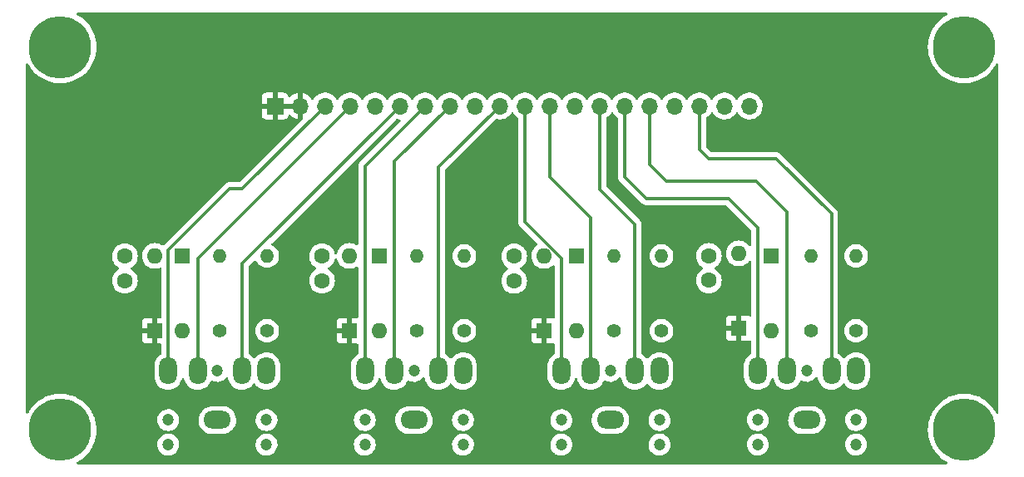
<source format=gtl>
%TF.GenerationSoftware,KiCad,Pcbnew,(6.0.1)*%
%TF.CreationDate,2022-10-03T14:05:17-04:00*%
%TF.ProjectId,MOD-JACKS,4d4f442d-4a41-4434-9b53-2e6b69636164,rev?*%
%TF.SameCoordinates,Original*%
%TF.FileFunction,Copper,L1,Top*%
%TF.FilePolarity,Positive*%
%FSLAX46Y46*%
G04 Gerber Fmt 4.6, Leading zero omitted, Abs format (unit mm)*
G04 Created by KiCad (PCBNEW (6.0.1)) date 2022-10-03 14:05:17*
%MOMM*%
%LPD*%
G01*
G04 APERTURE LIST*
%TA.AperFunction,ComponentPad*%
%ADD10C,6.350000*%
%TD*%
%TA.AperFunction,ComponentPad*%
%ADD11C,1.400000*%
%TD*%
%TA.AperFunction,ComponentPad*%
%ADD12O,1.400000X1.400000*%
%TD*%
%TA.AperFunction,ComponentPad*%
%ADD13C,1.200000*%
%TD*%
%TA.AperFunction,ComponentPad*%
%ADD14O,1.800000X2.800000*%
%TD*%
%TA.AperFunction,ComponentPad*%
%ADD15O,2.800000X1.800000*%
%TD*%
%TA.AperFunction,ComponentPad*%
%ADD16R,1.600000X1.600000*%
%TD*%
%TA.AperFunction,ComponentPad*%
%ADD17O,1.600000X1.600000*%
%TD*%
%TA.AperFunction,ComponentPad*%
%ADD18C,1.600000*%
%TD*%
%TA.AperFunction,ComponentPad*%
%ADD19R,1.700000X1.700000*%
%TD*%
%TA.AperFunction,ComponentPad*%
%ADD20O,1.700000X1.700000*%
%TD*%
%TA.AperFunction,Conductor*%
%ADD21C,0.304800*%
%TD*%
G04 APERTURE END LIST*
D10*
%TO.P,MTG1,1*%
%TO.N,N/C*%
X94000000Y-83000000D03*
%TD*%
D11*
%TO.P,R8,1*%
%TO.N,GND*%
X170434000Y-72898000D03*
D12*
%TO.P,R8,2*%
%TO.N,/TIP4*%
X170434000Y-65278000D03*
%TD*%
D13*
%TO.P,J2,90*%
%TO.N,N/C*%
X125000000Y-82000000D03*
X135000000Y-82000000D03*
X130000000Y-77000000D03*
X125000000Y-84500000D03*
X135000000Y-84500000D03*
D14*
%TO.P,J2,R*%
%TO.N,/RING2*%
X125000000Y-77000000D03*
%TO.P,J2,RN*%
%TO.N,/RING2N*%
X128000000Y-77000000D03*
D15*
%TO.P,J2,S*%
%TO.N,GND*%
X130000000Y-82000000D03*
D14*
%TO.P,J2,T*%
%TO.N,Net-(J2-PadT)*%
X135000000Y-77000000D03*
%TO.P,J2,TN*%
%TO.N,/TIP2N*%
X132500000Y-77000000D03*
%TD*%
D16*
%TO.P,D8,1,K*%
%TO.N,/TIP4*%
X166370000Y-65278000D03*
D17*
%TO.P,D8,2,A*%
%TO.N,GND*%
X166370000Y-72898000D03*
%TD*%
D11*
%TO.P,R1,1*%
%TO.N,Net-(J1-PadT)*%
X115062000Y-72898000D03*
D12*
%TO.P,R1,2*%
%TO.N,/TIP1*%
X115062000Y-65278000D03*
%TD*%
D16*
%TO.P,D4,1,K*%
%TO.N,VCC*%
X163068000Y-72644000D03*
D17*
%TO.P,D4,2,A*%
%TO.N,/TIP4*%
X163068000Y-65024000D03*
%TD*%
D11*
%TO.P,R3,1*%
%TO.N,Net-(J3-PadT)*%
X155194000Y-72898000D03*
D12*
%TO.P,R3,2*%
%TO.N,/TIP3*%
X155194000Y-65278000D03*
%TD*%
D16*
%TO.P,D5,1,K*%
%TO.N,/TIP1*%
X106426000Y-65278000D03*
D17*
%TO.P,D5,2,A*%
%TO.N,GND*%
X106426000Y-72898000D03*
%TD*%
D18*
%TO.P,C3,1*%
%TO.N,/TIP3*%
X140208000Y-65318000D03*
%TO.P,C3,2*%
%TO.N,GND*%
X140208000Y-67818000D03*
%TD*%
D16*
%TO.P,D2,1,K*%
%TO.N,VCC*%
X123444000Y-72898000D03*
D17*
%TO.P,D2,2,A*%
%TO.N,/TIP2*%
X123444000Y-65278000D03*
%TD*%
D16*
%TO.P,D1,1,K*%
%TO.N,VCC*%
X103632000Y-72898000D03*
D17*
%TO.P,D1,2,A*%
%TO.N,/TIP1*%
X103632000Y-65278000D03*
%TD*%
D16*
%TO.P,D3,1,K*%
%TO.N,VCC*%
X143256000Y-72898000D03*
D17*
%TO.P,D3,2,A*%
%TO.N,/TIP3*%
X143256000Y-65278000D03*
%TD*%
D16*
%TO.P,D6,1,K*%
%TO.N,/TIP2*%
X126492000Y-65278000D03*
D17*
%TO.P,D6,2,A*%
%TO.N,GND*%
X126492000Y-72898000D03*
%TD*%
D16*
%TO.P,D7,1,K*%
%TO.N,/TIP3*%
X146558000Y-65278000D03*
D17*
%TO.P,D7,2,A*%
%TO.N,GND*%
X146558000Y-72898000D03*
%TD*%
D10*
%TO.P,MTG3,1*%
%TO.N,N/C*%
X94000000Y-44000000D03*
%TD*%
D11*
%TO.P,R6,1*%
%TO.N,GND*%
X130302000Y-72898000D03*
D12*
%TO.P,R6,2*%
%TO.N,/TIP2*%
X130302000Y-65278000D03*
%TD*%
D13*
%TO.P,J4,90*%
%TO.N,N/C*%
X165000000Y-82000000D03*
X175000000Y-82000000D03*
X165000000Y-84500000D03*
X170000000Y-77000000D03*
X175000000Y-84500000D03*
D14*
%TO.P,J4,R*%
%TO.N,/RING4*%
X165000000Y-77000000D03*
%TO.P,J4,RN*%
%TO.N,/RING4N*%
X168000000Y-77000000D03*
D15*
%TO.P,J4,S*%
%TO.N,GND*%
X170000000Y-82000000D03*
D14*
%TO.P,J4,T*%
%TO.N,Net-(J4-PadT)*%
X175000000Y-77000000D03*
%TO.P,J4,TN*%
%TO.N,/TIP4N*%
X172500000Y-77000000D03*
%TD*%
D19*
%TO.P,J5,1,Pin_1*%
%TO.N,VCC*%
X115875000Y-50000000D03*
D20*
%TO.P,J5,2,Pin_2*%
X118415000Y-50000000D03*
%TO.P,J5,3,Pin_3*%
%TO.N,/RING1*%
X120955000Y-50000000D03*
%TO.P,J5,4,Pin_4*%
%TO.N,/RING1N*%
X123495000Y-50000000D03*
%TO.P,J5,5,Pin_5*%
%TO.N,/TIP1*%
X126035000Y-50000000D03*
%TO.P,J5,6,Pin_6*%
%TO.N,/TIP1N*%
X128575000Y-50000000D03*
%TO.P,J5,7,Pin_7*%
%TO.N,/RING2*%
X131115000Y-50000000D03*
%TO.P,J5,8,Pin_8*%
%TO.N,/RING2N*%
X133655000Y-50000000D03*
%TO.P,J5,9,Pin_9*%
%TO.N,/TIP2*%
X136195000Y-50000000D03*
%TO.P,J5,10,Pin_10*%
%TO.N,/TIP2N*%
X138735000Y-50000000D03*
%TO.P,J5,11,Pin_11*%
%TO.N,/RING3*%
X141275000Y-50000000D03*
%TO.P,J5,12,Pin_12*%
%TO.N,/RING3N*%
X143815000Y-50000000D03*
%TO.P,J5,13,Pin_13*%
%TO.N,/TIP3*%
X146355000Y-50000000D03*
%TO.P,J5,14,Pin_14*%
%TO.N,/TIP3N*%
X148895000Y-50000000D03*
%TO.P,J5,15,Pin_15*%
%TO.N,/RING4*%
X151435000Y-50000000D03*
%TO.P,J5,16,Pin_16*%
%TO.N,/RING4N*%
X153975000Y-50000000D03*
%TO.P,J5,17,Pin_17*%
%TO.N,/TIP4*%
X156515000Y-50000000D03*
%TO.P,J5,18,Pin_18*%
%TO.N,/TIP4N*%
X159055000Y-50000000D03*
%TO.P,J5,19,Pin_19*%
%TO.N,GND*%
X161595000Y-50000000D03*
%TO.P,J5,20,Pin_20*%
X164135000Y-50000000D03*
%TD*%
D13*
%TO.P,J1,90*%
%TO.N,N/C*%
X110000000Y-77000000D03*
X105000000Y-82000000D03*
X105000000Y-84500000D03*
X115000000Y-84500000D03*
X115000000Y-82000000D03*
D14*
%TO.P,J1,R*%
%TO.N,/RING1*%
X105000000Y-77000000D03*
%TO.P,J1,RN*%
%TO.N,/RING1N*%
X108000000Y-77000000D03*
D15*
%TO.P,J1,S*%
%TO.N,GND*%
X110000000Y-82000000D03*
D14*
%TO.P,J1,T*%
%TO.N,Net-(J1-PadT)*%
X115000000Y-77000000D03*
%TO.P,J1,TN*%
%TO.N,/TIP1N*%
X112500000Y-77000000D03*
%TD*%
D18*
%TO.P,C1,1*%
%TO.N,/TIP1*%
X100584000Y-65298000D03*
%TO.P,C1,2*%
%TO.N,GND*%
X100584000Y-67798000D03*
%TD*%
%TO.P,C2,1*%
%TO.N,/TIP2*%
X120650000Y-65298000D03*
%TO.P,C2,2*%
%TO.N,GND*%
X120650000Y-67798000D03*
%TD*%
%TO.P,C4,1*%
%TO.N,/TIP4*%
X160020000Y-65278000D03*
%TO.P,C4,2*%
%TO.N,GND*%
X160020000Y-67778000D03*
%TD*%
D11*
%TO.P,R4,1*%
%TO.N,Net-(J4-PadT)*%
X175006000Y-72898000D03*
D12*
%TO.P,R4,2*%
%TO.N,/TIP4*%
X175006000Y-65278000D03*
%TD*%
D13*
%TO.P,J3,90*%
%TO.N,N/C*%
X155000000Y-82000000D03*
X150000000Y-77000000D03*
X155000000Y-84500000D03*
X145000000Y-84500000D03*
X145000000Y-82000000D03*
D14*
%TO.P,J3,R*%
%TO.N,/RING3*%
X145000000Y-77000000D03*
%TO.P,J3,RN*%
%TO.N,/RING3N*%
X148000000Y-77000000D03*
D15*
%TO.P,J3,S*%
%TO.N,GND*%
X150000000Y-82000000D03*
D14*
%TO.P,J3,T*%
%TO.N,Net-(J3-PadT)*%
X155000000Y-77000000D03*
%TO.P,J3,TN*%
%TO.N,/TIP3N*%
X152500000Y-77000000D03*
%TD*%
D11*
%TO.P,R7,1*%
%TO.N,GND*%
X150368000Y-72898000D03*
D12*
%TO.P,R7,2*%
%TO.N,/TIP3*%
X150368000Y-65278000D03*
%TD*%
D11*
%TO.P,R5,1*%
%TO.N,GND*%
X110236000Y-72898000D03*
D12*
%TO.P,R5,2*%
%TO.N,/TIP1*%
X110236000Y-65278000D03*
%TD*%
D10*
%TO.P,MTG2,1*%
%TO.N,N/C*%
X186000000Y-83000000D03*
%TD*%
%TO.P,MTG4,1*%
%TO.N,N/C*%
X186000000Y-44000000D03*
%TD*%
D11*
%TO.P,R2,1*%
%TO.N,Net-(J2-PadT)*%
X135128000Y-72898000D03*
D12*
%TO.P,R2,2*%
%TO.N,/TIP2*%
X135128000Y-65278000D03*
%TD*%
D21*
%TO.N,/RING1*%
X111234178Y-58420000D02*
X112535000Y-58420000D01*
X105000000Y-77000000D02*
X105000000Y-64654178D01*
X112535000Y-58420000D02*
X120955000Y-50000000D01*
X105000000Y-64654178D02*
X111234178Y-58420000D01*
%TO.N,/RING1N*%
X108000000Y-65495000D02*
X123495000Y-50000000D01*
X108000000Y-77000000D02*
X108000000Y-65495000D01*
%TO.N,/TIP1N*%
X112500000Y-77000000D02*
X112500000Y-66075000D01*
X112500000Y-66075000D02*
X128575000Y-50000000D01*
%TO.N,/RING2N*%
X128000000Y-77000000D02*
X128000000Y-55655000D01*
X128000000Y-55655000D02*
X133655000Y-50000000D01*
%TO.N,/RING2*%
X125000000Y-56115000D02*
X131115000Y-50000000D01*
X125000000Y-77000000D02*
X125000000Y-56115000D01*
%TO.N,/TIP2N*%
X132500000Y-77000000D02*
X132500000Y-56235000D01*
X132500000Y-56235000D02*
X138735000Y-50000000D01*
%TO.N,/RING3N*%
X148000000Y-61386000D02*
X143815000Y-57201000D01*
X148000000Y-77000000D02*
X148000000Y-61386000D01*
X143815000Y-57201000D02*
X143815000Y-50000000D01*
%TO.N,/RING3*%
X145000000Y-65534372D02*
X141275000Y-61809372D01*
X145000000Y-77000000D02*
X145000000Y-65534372D01*
X141275000Y-61809372D02*
X141275000Y-50000000D01*
%TO.N,/TIP3N*%
X152500000Y-77000000D02*
X152500000Y-62076000D01*
X152500000Y-62076000D02*
X148895000Y-58471000D01*
X148895000Y-58471000D02*
X148895000Y-50000000D01*
%TO.N,/RING4N*%
X168000000Y-77000000D02*
X168000000Y-60812000D01*
X164846000Y-57658000D02*
X155702000Y-57658000D01*
X153975000Y-55931000D02*
X153975000Y-50000000D01*
X155702000Y-57658000D02*
X153975000Y-55931000D01*
X168000000Y-60812000D02*
X164846000Y-57658000D01*
%TO.N,/RING4*%
X165000000Y-77000000D02*
X165000000Y-62384000D01*
X165000000Y-62384000D02*
X162052000Y-59436000D01*
X153670000Y-59436000D02*
X151435000Y-57201000D01*
X151435000Y-57201000D02*
X151435000Y-50000000D01*
X162052000Y-59436000D02*
X153670000Y-59436000D01*
%TO.N,/TIP4N*%
X172500000Y-77000000D02*
X172500000Y-60994000D01*
X166878000Y-55372000D02*
X160020000Y-55372000D01*
X172500000Y-60994000D02*
X166878000Y-55372000D01*
X159055000Y-54407000D02*
X159055000Y-50000000D01*
X160020000Y-55372000D02*
X159055000Y-54407000D01*
%TD*%
%TA.AperFunction,Conductor*%
%TO.N,VCC*%
G36*
X184283123Y-40528002D02*
G01*
X184329616Y-40581658D01*
X184339720Y-40651932D01*
X184310226Y-40716512D01*
X184272205Y-40746267D01*
X184155723Y-40805618D01*
X183831922Y-41015896D01*
X183531875Y-41258869D01*
X183258869Y-41531875D01*
X183015896Y-41831922D01*
X182805618Y-42155723D01*
X182630337Y-42499730D01*
X182491976Y-42860174D01*
X182392049Y-43233106D01*
X182391533Y-43236367D01*
X182332873Y-43606728D01*
X182331651Y-43614441D01*
X182311445Y-44000000D01*
X182331651Y-44385559D01*
X182392049Y-44766894D01*
X182491976Y-45139826D01*
X182630337Y-45500270D01*
X182631835Y-45503210D01*
X182804119Y-45841335D01*
X182805618Y-45844277D01*
X183015896Y-46168078D01*
X183258869Y-46468125D01*
X183531875Y-46741131D01*
X183831922Y-46984104D01*
X184155722Y-47194382D01*
X184158656Y-47195877D01*
X184158663Y-47195881D01*
X184496790Y-47368165D01*
X184499730Y-47369663D01*
X184860174Y-47508024D01*
X185233106Y-47607951D01*
X185435643Y-47640030D01*
X185611193Y-47667835D01*
X185611201Y-47667836D01*
X185614441Y-47668349D01*
X186000000Y-47688555D01*
X186385559Y-47668349D01*
X186388799Y-47667836D01*
X186388807Y-47667835D01*
X186564357Y-47640030D01*
X186766894Y-47607951D01*
X187139826Y-47508024D01*
X187500270Y-47369663D01*
X187503210Y-47368165D01*
X187841337Y-47195881D01*
X187841344Y-47195877D01*
X187844278Y-47194382D01*
X188168078Y-46984104D01*
X188468125Y-46741131D01*
X188741131Y-46468125D01*
X188984104Y-46168078D01*
X189194382Y-45844277D01*
X189253733Y-45727795D01*
X189302482Y-45676180D01*
X189371397Y-45659114D01*
X189438598Y-45682015D01*
X189482750Y-45737613D01*
X189492000Y-45784998D01*
X189492000Y-81215002D01*
X189471998Y-81283123D01*
X189418342Y-81329616D01*
X189348068Y-81339720D01*
X189283488Y-81310226D01*
X189253733Y-81272205D01*
X189195881Y-81158665D01*
X189194382Y-81155723D01*
X188984104Y-80831922D01*
X188741131Y-80531875D01*
X188468125Y-80258869D01*
X188168078Y-80015896D01*
X187844278Y-79805618D01*
X187841344Y-79804123D01*
X187841337Y-79804119D01*
X187503210Y-79631835D01*
X187500270Y-79630337D01*
X187139826Y-79491976D01*
X186766894Y-79392049D01*
X186564357Y-79359970D01*
X186388807Y-79332165D01*
X186388799Y-79332164D01*
X186385559Y-79331651D01*
X186000000Y-79311445D01*
X185614441Y-79331651D01*
X185611201Y-79332164D01*
X185611193Y-79332165D01*
X185435643Y-79359970D01*
X185233106Y-79392049D01*
X184860174Y-79491976D01*
X184499730Y-79630337D01*
X184496790Y-79631835D01*
X184158664Y-79804119D01*
X184158657Y-79804123D01*
X184155723Y-79805618D01*
X183831922Y-80015896D01*
X183531875Y-80258869D01*
X183258869Y-80531875D01*
X183015896Y-80831922D01*
X182805618Y-81155723D01*
X182804123Y-81158657D01*
X182804119Y-81158664D01*
X182671813Y-81418329D01*
X182630337Y-81499730D01*
X182629153Y-81502815D01*
X182504432Y-81827726D01*
X182491976Y-81860174D01*
X182392049Y-82233106D01*
X182359970Y-82435643D01*
X182344736Y-82531828D01*
X182331651Y-82614441D01*
X182311445Y-83000000D01*
X182331651Y-83385559D01*
X182332164Y-83388799D01*
X182332165Y-83388807D01*
X182338922Y-83431468D01*
X182392049Y-83766894D01*
X182491976Y-84139826D01*
X182630337Y-84500270D01*
X182631835Y-84503210D01*
X182765404Y-84765352D01*
X182805618Y-84844277D01*
X182807414Y-84847043D01*
X182807416Y-84847046D01*
X182823368Y-84871610D01*
X183015896Y-85168078D01*
X183258869Y-85468125D01*
X183531875Y-85741131D01*
X183831922Y-85984104D01*
X184155722Y-86194382D01*
X184158656Y-86195877D01*
X184158663Y-86195881D01*
X184272205Y-86253733D01*
X184323820Y-86302481D01*
X184340886Y-86371396D01*
X184317985Y-86438598D01*
X184262388Y-86482750D01*
X184215002Y-86492000D01*
X95784998Y-86492000D01*
X95716877Y-86471998D01*
X95670384Y-86418342D01*
X95660280Y-86348068D01*
X95689774Y-86283488D01*
X95727795Y-86253733D01*
X95841337Y-86195881D01*
X95841344Y-86195877D01*
X95844278Y-86194382D01*
X96168078Y-85984104D01*
X96468125Y-85741131D01*
X96741131Y-85468125D01*
X96984104Y-85168078D01*
X97176632Y-84871610D01*
X97192584Y-84847046D01*
X97192586Y-84847043D01*
X97194382Y-84844277D01*
X97234597Y-84765352D01*
X97368165Y-84503210D01*
X97369663Y-84500270D01*
X97380953Y-84470859D01*
X103887132Y-84470859D01*
X103900457Y-84674151D01*
X103950605Y-84871610D01*
X104035898Y-85056624D01*
X104153479Y-85222997D01*
X104299410Y-85365157D01*
X104304206Y-85368362D01*
X104304209Y-85368364D01*
X104372149Y-85413760D01*
X104468803Y-85478342D01*
X104474106Y-85480620D01*
X104474109Y-85480622D01*
X104563115Y-85518862D01*
X104655987Y-85558763D01*
X104728817Y-85575243D01*
X104849055Y-85602450D01*
X104849060Y-85602451D01*
X104854692Y-85603725D01*
X104860463Y-85603952D01*
X104860465Y-85603952D01*
X104923470Y-85606427D01*
X105058263Y-85611723D01*
X105259883Y-85582490D01*
X105265347Y-85580635D01*
X105265352Y-85580634D01*
X105447327Y-85518862D01*
X105447332Y-85518860D01*
X105452799Y-85517004D01*
X105630551Y-85417458D01*
X105787186Y-85287186D01*
X105917458Y-85130551D01*
X106017004Y-84952799D01*
X106018860Y-84947332D01*
X106018862Y-84947327D01*
X106080634Y-84765352D01*
X106080635Y-84765347D01*
X106082490Y-84759883D01*
X106111723Y-84558263D01*
X106113249Y-84500000D01*
X106110571Y-84470859D01*
X113887132Y-84470859D01*
X113900457Y-84674151D01*
X113950605Y-84871610D01*
X114035898Y-85056624D01*
X114153479Y-85222997D01*
X114299410Y-85365157D01*
X114304206Y-85368362D01*
X114304209Y-85368364D01*
X114372149Y-85413760D01*
X114468803Y-85478342D01*
X114474106Y-85480620D01*
X114474109Y-85480622D01*
X114563115Y-85518862D01*
X114655987Y-85558763D01*
X114728817Y-85575243D01*
X114849055Y-85602450D01*
X114849060Y-85602451D01*
X114854692Y-85603725D01*
X114860463Y-85603952D01*
X114860465Y-85603952D01*
X114923470Y-85606427D01*
X115058263Y-85611723D01*
X115259883Y-85582490D01*
X115265347Y-85580635D01*
X115265352Y-85580634D01*
X115447327Y-85518862D01*
X115447332Y-85518860D01*
X115452799Y-85517004D01*
X115630551Y-85417458D01*
X115787186Y-85287186D01*
X115917458Y-85130551D01*
X116017004Y-84952799D01*
X116018860Y-84947332D01*
X116018862Y-84947327D01*
X116080634Y-84765352D01*
X116080635Y-84765347D01*
X116082490Y-84759883D01*
X116111723Y-84558263D01*
X116113249Y-84500000D01*
X116110571Y-84470859D01*
X123887132Y-84470859D01*
X123900457Y-84674151D01*
X123950605Y-84871610D01*
X124035898Y-85056624D01*
X124153479Y-85222997D01*
X124299410Y-85365157D01*
X124304206Y-85368362D01*
X124304209Y-85368364D01*
X124372149Y-85413760D01*
X124468803Y-85478342D01*
X124474106Y-85480620D01*
X124474109Y-85480622D01*
X124563115Y-85518862D01*
X124655987Y-85558763D01*
X124728817Y-85575243D01*
X124849055Y-85602450D01*
X124849060Y-85602451D01*
X124854692Y-85603725D01*
X124860463Y-85603952D01*
X124860465Y-85603952D01*
X124923470Y-85606427D01*
X125058263Y-85611723D01*
X125259883Y-85582490D01*
X125265347Y-85580635D01*
X125265352Y-85580634D01*
X125447327Y-85518862D01*
X125447332Y-85518860D01*
X125452799Y-85517004D01*
X125630551Y-85417458D01*
X125787186Y-85287186D01*
X125917458Y-85130551D01*
X126017004Y-84952799D01*
X126018860Y-84947332D01*
X126018862Y-84947327D01*
X126080634Y-84765352D01*
X126080635Y-84765347D01*
X126082490Y-84759883D01*
X126111723Y-84558263D01*
X126113249Y-84500000D01*
X126110571Y-84470859D01*
X133887132Y-84470859D01*
X133900457Y-84674151D01*
X133950605Y-84871610D01*
X134035898Y-85056624D01*
X134153479Y-85222997D01*
X134299410Y-85365157D01*
X134304206Y-85368362D01*
X134304209Y-85368364D01*
X134372149Y-85413760D01*
X134468803Y-85478342D01*
X134474106Y-85480620D01*
X134474109Y-85480622D01*
X134563115Y-85518862D01*
X134655987Y-85558763D01*
X134728817Y-85575243D01*
X134849055Y-85602450D01*
X134849060Y-85602451D01*
X134854692Y-85603725D01*
X134860463Y-85603952D01*
X134860465Y-85603952D01*
X134923470Y-85606427D01*
X135058263Y-85611723D01*
X135259883Y-85582490D01*
X135265347Y-85580635D01*
X135265352Y-85580634D01*
X135447327Y-85518862D01*
X135447332Y-85518860D01*
X135452799Y-85517004D01*
X135630551Y-85417458D01*
X135787186Y-85287186D01*
X135917458Y-85130551D01*
X136017004Y-84952799D01*
X136018860Y-84947332D01*
X136018862Y-84947327D01*
X136080634Y-84765352D01*
X136080635Y-84765347D01*
X136082490Y-84759883D01*
X136111723Y-84558263D01*
X136113249Y-84500000D01*
X136110571Y-84470859D01*
X143887132Y-84470859D01*
X143900457Y-84674151D01*
X143950605Y-84871610D01*
X144035898Y-85056624D01*
X144153479Y-85222997D01*
X144299410Y-85365157D01*
X144304206Y-85368362D01*
X144304209Y-85368364D01*
X144372149Y-85413760D01*
X144468803Y-85478342D01*
X144474106Y-85480620D01*
X144474109Y-85480622D01*
X144563115Y-85518862D01*
X144655987Y-85558763D01*
X144728817Y-85575243D01*
X144849055Y-85602450D01*
X144849060Y-85602451D01*
X144854692Y-85603725D01*
X144860463Y-85603952D01*
X144860465Y-85603952D01*
X144923470Y-85606427D01*
X145058263Y-85611723D01*
X145259883Y-85582490D01*
X145265347Y-85580635D01*
X145265352Y-85580634D01*
X145447327Y-85518862D01*
X145447332Y-85518860D01*
X145452799Y-85517004D01*
X145630551Y-85417458D01*
X145787186Y-85287186D01*
X145917458Y-85130551D01*
X146017004Y-84952799D01*
X146018860Y-84947332D01*
X146018862Y-84947327D01*
X146080634Y-84765352D01*
X146080635Y-84765347D01*
X146082490Y-84759883D01*
X146111723Y-84558263D01*
X146113249Y-84500000D01*
X146110571Y-84470859D01*
X153887132Y-84470859D01*
X153900457Y-84674151D01*
X153950605Y-84871610D01*
X154035898Y-85056624D01*
X154153479Y-85222997D01*
X154299410Y-85365157D01*
X154304206Y-85368362D01*
X154304209Y-85368364D01*
X154372149Y-85413760D01*
X154468803Y-85478342D01*
X154474106Y-85480620D01*
X154474109Y-85480622D01*
X154563115Y-85518862D01*
X154655987Y-85558763D01*
X154728817Y-85575243D01*
X154849055Y-85602450D01*
X154849060Y-85602451D01*
X154854692Y-85603725D01*
X154860463Y-85603952D01*
X154860465Y-85603952D01*
X154923470Y-85606427D01*
X155058263Y-85611723D01*
X155259883Y-85582490D01*
X155265347Y-85580635D01*
X155265352Y-85580634D01*
X155447327Y-85518862D01*
X155447332Y-85518860D01*
X155452799Y-85517004D01*
X155630551Y-85417458D01*
X155787186Y-85287186D01*
X155917458Y-85130551D01*
X156017004Y-84952799D01*
X156018860Y-84947332D01*
X156018862Y-84947327D01*
X156080634Y-84765352D01*
X156080635Y-84765347D01*
X156082490Y-84759883D01*
X156111723Y-84558263D01*
X156113249Y-84500000D01*
X156110571Y-84470859D01*
X163887132Y-84470859D01*
X163900457Y-84674151D01*
X163950605Y-84871610D01*
X164035898Y-85056624D01*
X164153479Y-85222997D01*
X164299410Y-85365157D01*
X164304206Y-85368362D01*
X164304209Y-85368364D01*
X164372149Y-85413760D01*
X164468803Y-85478342D01*
X164474106Y-85480620D01*
X164474109Y-85480622D01*
X164563115Y-85518862D01*
X164655987Y-85558763D01*
X164728817Y-85575243D01*
X164849055Y-85602450D01*
X164849060Y-85602451D01*
X164854692Y-85603725D01*
X164860463Y-85603952D01*
X164860465Y-85603952D01*
X164923470Y-85606427D01*
X165058263Y-85611723D01*
X165259883Y-85582490D01*
X165265347Y-85580635D01*
X165265352Y-85580634D01*
X165447327Y-85518862D01*
X165447332Y-85518860D01*
X165452799Y-85517004D01*
X165630551Y-85417458D01*
X165787186Y-85287186D01*
X165917458Y-85130551D01*
X166017004Y-84952799D01*
X166018860Y-84947332D01*
X166018862Y-84947327D01*
X166080634Y-84765352D01*
X166080635Y-84765347D01*
X166082490Y-84759883D01*
X166111723Y-84558263D01*
X166113249Y-84500000D01*
X166110571Y-84470859D01*
X173887132Y-84470859D01*
X173900457Y-84674151D01*
X173950605Y-84871610D01*
X174035898Y-85056624D01*
X174153479Y-85222997D01*
X174299410Y-85365157D01*
X174304206Y-85368362D01*
X174304209Y-85368364D01*
X174372149Y-85413760D01*
X174468803Y-85478342D01*
X174474106Y-85480620D01*
X174474109Y-85480622D01*
X174563115Y-85518862D01*
X174655987Y-85558763D01*
X174728817Y-85575243D01*
X174849055Y-85602450D01*
X174849060Y-85602451D01*
X174854692Y-85603725D01*
X174860463Y-85603952D01*
X174860465Y-85603952D01*
X174923470Y-85606427D01*
X175058263Y-85611723D01*
X175259883Y-85582490D01*
X175265347Y-85580635D01*
X175265352Y-85580634D01*
X175447327Y-85518862D01*
X175447332Y-85518860D01*
X175452799Y-85517004D01*
X175630551Y-85417458D01*
X175787186Y-85287186D01*
X175917458Y-85130551D01*
X176017004Y-84952799D01*
X176018860Y-84947332D01*
X176018862Y-84947327D01*
X176080634Y-84765352D01*
X176080635Y-84765347D01*
X176082490Y-84759883D01*
X176111723Y-84558263D01*
X176113249Y-84500000D01*
X176094608Y-84297126D01*
X176058153Y-84167868D01*
X176040875Y-84106606D01*
X176040874Y-84106604D01*
X176039307Y-84101047D01*
X176028680Y-84079496D01*
X175951756Y-83923510D01*
X175949201Y-83918329D01*
X175930796Y-83893681D01*
X175830758Y-83759715D01*
X175830758Y-83759714D01*
X175827305Y-83755091D01*
X175677703Y-83616800D01*
X175631675Y-83587759D01*
X175510288Y-83511169D01*
X175510283Y-83511167D01*
X175505404Y-83508088D01*
X175316180Y-83432595D01*
X175116366Y-83392849D01*
X175110592Y-83392773D01*
X175110588Y-83392773D01*
X175007452Y-83391424D01*
X174912655Y-83390183D01*
X174906958Y-83391162D01*
X174906957Y-83391162D01*
X174717567Y-83423705D01*
X174711870Y-83424684D01*
X174520734Y-83495198D01*
X174345649Y-83599363D01*
X174192478Y-83733690D01*
X174188911Y-83738215D01*
X174188906Y-83738220D01*
X174102331Y-83848040D01*
X174066351Y-83893681D01*
X173971492Y-84073978D01*
X173911078Y-84268543D01*
X173887132Y-84470859D01*
X166110571Y-84470859D01*
X166094608Y-84297126D01*
X166058153Y-84167868D01*
X166040875Y-84106606D01*
X166040874Y-84106604D01*
X166039307Y-84101047D01*
X166028680Y-84079496D01*
X165951756Y-83923510D01*
X165949201Y-83918329D01*
X165930796Y-83893681D01*
X165830758Y-83759715D01*
X165830758Y-83759714D01*
X165827305Y-83755091D01*
X165677703Y-83616800D01*
X165631675Y-83587759D01*
X165510288Y-83511169D01*
X165510283Y-83511167D01*
X165505404Y-83508088D01*
X165316180Y-83432595D01*
X165116366Y-83392849D01*
X165110592Y-83392773D01*
X165110588Y-83392773D01*
X165007452Y-83391424D01*
X164912655Y-83390183D01*
X164906958Y-83391162D01*
X164906957Y-83391162D01*
X164717567Y-83423705D01*
X164711870Y-83424684D01*
X164520734Y-83495198D01*
X164345649Y-83599363D01*
X164192478Y-83733690D01*
X164188911Y-83738215D01*
X164188906Y-83738220D01*
X164102331Y-83848040D01*
X164066351Y-83893681D01*
X163971492Y-84073978D01*
X163911078Y-84268543D01*
X163887132Y-84470859D01*
X156110571Y-84470859D01*
X156094608Y-84297126D01*
X156058153Y-84167868D01*
X156040875Y-84106606D01*
X156040874Y-84106604D01*
X156039307Y-84101047D01*
X156028680Y-84079496D01*
X155951756Y-83923510D01*
X155949201Y-83918329D01*
X155930796Y-83893681D01*
X155830758Y-83759715D01*
X155830758Y-83759714D01*
X155827305Y-83755091D01*
X155677703Y-83616800D01*
X155631675Y-83587759D01*
X155510288Y-83511169D01*
X155510283Y-83511167D01*
X155505404Y-83508088D01*
X155316180Y-83432595D01*
X155116366Y-83392849D01*
X155110592Y-83392773D01*
X155110588Y-83392773D01*
X155007452Y-83391424D01*
X154912655Y-83390183D01*
X154906958Y-83391162D01*
X154906957Y-83391162D01*
X154717567Y-83423705D01*
X154711870Y-83424684D01*
X154520734Y-83495198D01*
X154345649Y-83599363D01*
X154192478Y-83733690D01*
X154188911Y-83738215D01*
X154188906Y-83738220D01*
X154102331Y-83848040D01*
X154066351Y-83893681D01*
X153971492Y-84073978D01*
X153911078Y-84268543D01*
X153887132Y-84470859D01*
X146110571Y-84470859D01*
X146094608Y-84297126D01*
X146058153Y-84167868D01*
X146040875Y-84106606D01*
X146040874Y-84106604D01*
X146039307Y-84101047D01*
X146028680Y-84079496D01*
X145951756Y-83923510D01*
X145949201Y-83918329D01*
X145930796Y-83893681D01*
X145830758Y-83759715D01*
X145830758Y-83759714D01*
X145827305Y-83755091D01*
X145677703Y-83616800D01*
X145631675Y-83587759D01*
X145510288Y-83511169D01*
X145510283Y-83511167D01*
X145505404Y-83508088D01*
X145316180Y-83432595D01*
X145116366Y-83392849D01*
X145110592Y-83392773D01*
X145110588Y-83392773D01*
X145007452Y-83391424D01*
X144912655Y-83390183D01*
X144906958Y-83391162D01*
X144906957Y-83391162D01*
X144717567Y-83423705D01*
X144711870Y-83424684D01*
X144520734Y-83495198D01*
X144345649Y-83599363D01*
X144192478Y-83733690D01*
X144188911Y-83738215D01*
X144188906Y-83738220D01*
X144102331Y-83848040D01*
X144066351Y-83893681D01*
X143971492Y-84073978D01*
X143911078Y-84268543D01*
X143887132Y-84470859D01*
X136110571Y-84470859D01*
X136094608Y-84297126D01*
X136058153Y-84167868D01*
X136040875Y-84106606D01*
X136040874Y-84106604D01*
X136039307Y-84101047D01*
X136028680Y-84079496D01*
X135951756Y-83923510D01*
X135949201Y-83918329D01*
X135930796Y-83893681D01*
X135830758Y-83759715D01*
X135830758Y-83759714D01*
X135827305Y-83755091D01*
X135677703Y-83616800D01*
X135631675Y-83587759D01*
X135510288Y-83511169D01*
X135510283Y-83511167D01*
X135505404Y-83508088D01*
X135316180Y-83432595D01*
X135116366Y-83392849D01*
X135110592Y-83392773D01*
X135110588Y-83392773D01*
X135007452Y-83391424D01*
X134912655Y-83390183D01*
X134906958Y-83391162D01*
X134906957Y-83391162D01*
X134717567Y-83423705D01*
X134711870Y-83424684D01*
X134520734Y-83495198D01*
X134345649Y-83599363D01*
X134192478Y-83733690D01*
X134188911Y-83738215D01*
X134188906Y-83738220D01*
X134102331Y-83848040D01*
X134066351Y-83893681D01*
X133971492Y-84073978D01*
X133911078Y-84268543D01*
X133887132Y-84470859D01*
X126110571Y-84470859D01*
X126094608Y-84297126D01*
X126058153Y-84167868D01*
X126040875Y-84106606D01*
X126040874Y-84106604D01*
X126039307Y-84101047D01*
X126028680Y-84079496D01*
X125951756Y-83923510D01*
X125949201Y-83918329D01*
X125930796Y-83893681D01*
X125830758Y-83759715D01*
X125830758Y-83759714D01*
X125827305Y-83755091D01*
X125677703Y-83616800D01*
X125631675Y-83587759D01*
X125510288Y-83511169D01*
X125510283Y-83511167D01*
X125505404Y-83508088D01*
X125316180Y-83432595D01*
X125116366Y-83392849D01*
X125110592Y-83392773D01*
X125110588Y-83392773D01*
X125007452Y-83391424D01*
X124912655Y-83390183D01*
X124906958Y-83391162D01*
X124906957Y-83391162D01*
X124717567Y-83423705D01*
X124711870Y-83424684D01*
X124520734Y-83495198D01*
X124345649Y-83599363D01*
X124192478Y-83733690D01*
X124188911Y-83738215D01*
X124188906Y-83738220D01*
X124102331Y-83848040D01*
X124066351Y-83893681D01*
X123971492Y-84073978D01*
X123911078Y-84268543D01*
X123887132Y-84470859D01*
X116110571Y-84470859D01*
X116094608Y-84297126D01*
X116058153Y-84167868D01*
X116040875Y-84106606D01*
X116040874Y-84106604D01*
X116039307Y-84101047D01*
X116028680Y-84079496D01*
X115951756Y-83923510D01*
X115949201Y-83918329D01*
X115930796Y-83893681D01*
X115830758Y-83759715D01*
X115830758Y-83759714D01*
X115827305Y-83755091D01*
X115677703Y-83616800D01*
X115631675Y-83587759D01*
X115510288Y-83511169D01*
X115510283Y-83511167D01*
X115505404Y-83508088D01*
X115316180Y-83432595D01*
X115116366Y-83392849D01*
X115110592Y-83392773D01*
X115110588Y-83392773D01*
X115007452Y-83391424D01*
X114912655Y-83390183D01*
X114906958Y-83391162D01*
X114906957Y-83391162D01*
X114717567Y-83423705D01*
X114711870Y-83424684D01*
X114520734Y-83495198D01*
X114345649Y-83599363D01*
X114192478Y-83733690D01*
X114188911Y-83738215D01*
X114188906Y-83738220D01*
X114102331Y-83848040D01*
X114066351Y-83893681D01*
X113971492Y-84073978D01*
X113911078Y-84268543D01*
X113887132Y-84470859D01*
X106110571Y-84470859D01*
X106094608Y-84297126D01*
X106058153Y-84167868D01*
X106040875Y-84106606D01*
X106040874Y-84106604D01*
X106039307Y-84101047D01*
X106028680Y-84079496D01*
X105951756Y-83923510D01*
X105949201Y-83918329D01*
X105930796Y-83893681D01*
X105830758Y-83759715D01*
X105830758Y-83759714D01*
X105827305Y-83755091D01*
X105677703Y-83616800D01*
X105631675Y-83587759D01*
X105510288Y-83511169D01*
X105510283Y-83511167D01*
X105505404Y-83508088D01*
X105316180Y-83432595D01*
X105116366Y-83392849D01*
X105110592Y-83392773D01*
X105110588Y-83392773D01*
X105007452Y-83391424D01*
X104912655Y-83390183D01*
X104906958Y-83391162D01*
X104906957Y-83391162D01*
X104717567Y-83423705D01*
X104711870Y-83424684D01*
X104520734Y-83495198D01*
X104345649Y-83599363D01*
X104192478Y-83733690D01*
X104188911Y-83738215D01*
X104188906Y-83738220D01*
X104102331Y-83848040D01*
X104066351Y-83893681D01*
X103971492Y-84073978D01*
X103911078Y-84268543D01*
X103887132Y-84470859D01*
X97380953Y-84470859D01*
X97508024Y-84139826D01*
X97607951Y-83766894D01*
X97661078Y-83431468D01*
X97667835Y-83388807D01*
X97667836Y-83388799D01*
X97668349Y-83385559D01*
X97688555Y-83000000D01*
X97668349Y-82614441D01*
X97655265Y-82531828D01*
X97640030Y-82435643D01*
X97607951Y-82233106D01*
X97537682Y-81970859D01*
X103887132Y-81970859D01*
X103900457Y-82174151D01*
X103950605Y-82371610D01*
X104035898Y-82556624D01*
X104153479Y-82722997D01*
X104299410Y-82865157D01*
X104304206Y-82868362D01*
X104304209Y-82868364D01*
X104441985Y-82960423D01*
X104468803Y-82978342D01*
X104474106Y-82980620D01*
X104474109Y-82980622D01*
X104563115Y-83018862D01*
X104655987Y-83058763D01*
X104728817Y-83075243D01*
X104849055Y-83102450D01*
X104849060Y-83102451D01*
X104854692Y-83103725D01*
X104860463Y-83103952D01*
X104860465Y-83103952D01*
X104923470Y-83106427D01*
X105058263Y-83111723D01*
X105259883Y-83082490D01*
X105265347Y-83080635D01*
X105265352Y-83080634D01*
X105447327Y-83018862D01*
X105447332Y-83018860D01*
X105452799Y-83017004D01*
X105459201Y-83013419D01*
X105548296Y-82963523D01*
X105630551Y-82917458D01*
X105787186Y-82787186D01*
X105917458Y-82630551D01*
X106017004Y-82452799D01*
X106018860Y-82447332D01*
X106018862Y-82447327D01*
X106080634Y-82265352D01*
X106080635Y-82265347D01*
X106082490Y-82259883D01*
X106111723Y-82058263D01*
X106113249Y-82000000D01*
X106107130Y-81933411D01*
X108087977Y-81933411D01*
X108096945Y-82172274D01*
X108098040Y-82177492D01*
X108139871Y-82376856D01*
X108146030Y-82406211D01*
X108233829Y-82628533D01*
X108357832Y-82832883D01*
X108361329Y-82836913D01*
X108503557Y-83000816D01*
X108514493Y-83013419D01*
X108518619Y-83016802D01*
X108518623Y-83016806D01*
X108567013Y-83056483D01*
X108699333Y-83164978D01*
X108703969Y-83167617D01*
X108703972Y-83167619D01*
X108817386Y-83232178D01*
X108907066Y-83283227D01*
X109131753Y-83364784D01*
X109137002Y-83365733D01*
X109137005Y-83365734D01*
X109362885Y-83406580D01*
X109362893Y-83406581D01*
X109366969Y-83407318D01*
X109385359Y-83408185D01*
X109390544Y-83408430D01*
X109390551Y-83408430D01*
X109392032Y-83408500D01*
X110560012Y-83408500D01*
X110738175Y-83393383D01*
X110743339Y-83392043D01*
X110743343Y-83392042D01*
X110964375Y-83334673D01*
X110964380Y-83334671D01*
X110969540Y-83333332D01*
X111086636Y-83280584D01*
X111182619Y-83237347D01*
X111182622Y-83237346D01*
X111187480Y-83235157D01*
X111385762Y-83101666D01*
X111558718Y-82936674D01*
X111701402Y-82744900D01*
X111714936Y-82718282D01*
X111807314Y-82536586D01*
X111807314Y-82536585D01*
X111809733Y-82531828D01*
X111861221Y-82366010D01*
X111879032Y-82308651D01*
X111879033Y-82308645D01*
X111880616Y-82303548D01*
X111912023Y-82066589D01*
X111911711Y-82058263D01*
X111908429Y-81970859D01*
X113887132Y-81970859D01*
X113900457Y-82174151D01*
X113950605Y-82371610D01*
X114035898Y-82556624D01*
X114153479Y-82722997D01*
X114299410Y-82865157D01*
X114304206Y-82868362D01*
X114304209Y-82868364D01*
X114441985Y-82960423D01*
X114468803Y-82978342D01*
X114474106Y-82980620D01*
X114474109Y-82980622D01*
X114563115Y-83018862D01*
X114655987Y-83058763D01*
X114728817Y-83075243D01*
X114849055Y-83102450D01*
X114849060Y-83102451D01*
X114854692Y-83103725D01*
X114860463Y-83103952D01*
X114860465Y-83103952D01*
X114923470Y-83106427D01*
X115058263Y-83111723D01*
X115259883Y-83082490D01*
X115265347Y-83080635D01*
X115265352Y-83080634D01*
X115447327Y-83018862D01*
X115447332Y-83018860D01*
X115452799Y-83017004D01*
X115459201Y-83013419D01*
X115548296Y-82963523D01*
X115630551Y-82917458D01*
X115787186Y-82787186D01*
X115917458Y-82630551D01*
X116017004Y-82452799D01*
X116018860Y-82447332D01*
X116018862Y-82447327D01*
X116080634Y-82265352D01*
X116080635Y-82265347D01*
X116082490Y-82259883D01*
X116111723Y-82058263D01*
X116113249Y-82000000D01*
X116110571Y-81970859D01*
X123887132Y-81970859D01*
X123900457Y-82174151D01*
X123950605Y-82371610D01*
X124035898Y-82556624D01*
X124153479Y-82722997D01*
X124299410Y-82865157D01*
X124304206Y-82868362D01*
X124304209Y-82868364D01*
X124441985Y-82960423D01*
X124468803Y-82978342D01*
X124474106Y-82980620D01*
X124474109Y-82980622D01*
X124563115Y-83018862D01*
X124655987Y-83058763D01*
X124728817Y-83075243D01*
X124849055Y-83102450D01*
X124849060Y-83102451D01*
X124854692Y-83103725D01*
X124860463Y-83103952D01*
X124860465Y-83103952D01*
X124923470Y-83106427D01*
X125058263Y-83111723D01*
X125259883Y-83082490D01*
X125265347Y-83080635D01*
X125265352Y-83080634D01*
X125447327Y-83018862D01*
X125447332Y-83018860D01*
X125452799Y-83017004D01*
X125459201Y-83013419D01*
X125548296Y-82963523D01*
X125630551Y-82917458D01*
X125787186Y-82787186D01*
X125917458Y-82630551D01*
X126017004Y-82452799D01*
X126018860Y-82447332D01*
X126018862Y-82447327D01*
X126080634Y-82265352D01*
X126080635Y-82265347D01*
X126082490Y-82259883D01*
X126111723Y-82058263D01*
X126113249Y-82000000D01*
X126107130Y-81933411D01*
X128087977Y-81933411D01*
X128096945Y-82172274D01*
X128098040Y-82177492D01*
X128139871Y-82376856D01*
X128146030Y-82406211D01*
X128233829Y-82628533D01*
X128357832Y-82832883D01*
X128361329Y-82836913D01*
X128503557Y-83000816D01*
X128514493Y-83013419D01*
X128518619Y-83016802D01*
X128518623Y-83016806D01*
X128567013Y-83056483D01*
X128699333Y-83164978D01*
X128703969Y-83167617D01*
X128703972Y-83167619D01*
X128817386Y-83232178D01*
X128907066Y-83283227D01*
X129131753Y-83364784D01*
X129137002Y-83365733D01*
X129137005Y-83365734D01*
X129362885Y-83406580D01*
X129362893Y-83406581D01*
X129366969Y-83407318D01*
X129385359Y-83408185D01*
X129390544Y-83408430D01*
X129390551Y-83408430D01*
X129392032Y-83408500D01*
X130560012Y-83408500D01*
X130738175Y-83393383D01*
X130743339Y-83392043D01*
X130743343Y-83392042D01*
X130964375Y-83334673D01*
X130964380Y-83334671D01*
X130969540Y-83333332D01*
X131086636Y-83280584D01*
X131182619Y-83237347D01*
X131182622Y-83237346D01*
X131187480Y-83235157D01*
X131385762Y-83101666D01*
X131558718Y-82936674D01*
X131701402Y-82744900D01*
X131714936Y-82718282D01*
X131807314Y-82536586D01*
X131807314Y-82536585D01*
X131809733Y-82531828D01*
X131861221Y-82366010D01*
X131879032Y-82308651D01*
X131879033Y-82308645D01*
X131880616Y-82303548D01*
X131912023Y-82066589D01*
X131911711Y-82058263D01*
X131908429Y-81970859D01*
X133887132Y-81970859D01*
X133900457Y-82174151D01*
X133950605Y-82371610D01*
X134035898Y-82556624D01*
X134153479Y-82722997D01*
X134299410Y-82865157D01*
X134304206Y-82868362D01*
X134304209Y-82868364D01*
X134441985Y-82960423D01*
X134468803Y-82978342D01*
X134474106Y-82980620D01*
X134474109Y-82980622D01*
X134563115Y-83018862D01*
X134655987Y-83058763D01*
X134728817Y-83075243D01*
X134849055Y-83102450D01*
X134849060Y-83102451D01*
X134854692Y-83103725D01*
X134860463Y-83103952D01*
X134860465Y-83103952D01*
X134923470Y-83106427D01*
X135058263Y-83111723D01*
X135259883Y-83082490D01*
X135265347Y-83080635D01*
X135265352Y-83080634D01*
X135447327Y-83018862D01*
X135447332Y-83018860D01*
X135452799Y-83017004D01*
X135459201Y-83013419D01*
X135548296Y-82963523D01*
X135630551Y-82917458D01*
X135787186Y-82787186D01*
X135917458Y-82630551D01*
X136017004Y-82452799D01*
X136018860Y-82447332D01*
X136018862Y-82447327D01*
X136080634Y-82265352D01*
X136080635Y-82265347D01*
X136082490Y-82259883D01*
X136111723Y-82058263D01*
X136113249Y-82000000D01*
X136110571Y-81970859D01*
X143887132Y-81970859D01*
X143900457Y-82174151D01*
X143950605Y-82371610D01*
X144035898Y-82556624D01*
X144153479Y-82722997D01*
X144299410Y-82865157D01*
X144304206Y-82868362D01*
X144304209Y-82868364D01*
X144441985Y-82960423D01*
X144468803Y-82978342D01*
X144474106Y-82980620D01*
X144474109Y-82980622D01*
X144563115Y-83018862D01*
X144655987Y-83058763D01*
X144728817Y-83075243D01*
X144849055Y-83102450D01*
X144849060Y-83102451D01*
X144854692Y-83103725D01*
X144860463Y-83103952D01*
X144860465Y-83103952D01*
X144923470Y-83106427D01*
X145058263Y-83111723D01*
X145259883Y-83082490D01*
X145265347Y-83080635D01*
X145265352Y-83080634D01*
X145447327Y-83018862D01*
X145447332Y-83018860D01*
X145452799Y-83017004D01*
X145459201Y-83013419D01*
X145548296Y-82963523D01*
X145630551Y-82917458D01*
X145787186Y-82787186D01*
X145917458Y-82630551D01*
X146017004Y-82452799D01*
X146018860Y-82447332D01*
X146018862Y-82447327D01*
X146080634Y-82265352D01*
X146080635Y-82265347D01*
X146082490Y-82259883D01*
X146111723Y-82058263D01*
X146113249Y-82000000D01*
X146107130Y-81933411D01*
X148087977Y-81933411D01*
X148096945Y-82172274D01*
X148098040Y-82177492D01*
X148139871Y-82376856D01*
X148146030Y-82406211D01*
X148233829Y-82628533D01*
X148357832Y-82832883D01*
X148361329Y-82836913D01*
X148503557Y-83000816D01*
X148514493Y-83013419D01*
X148518619Y-83016802D01*
X148518623Y-83016806D01*
X148567013Y-83056483D01*
X148699333Y-83164978D01*
X148703969Y-83167617D01*
X148703972Y-83167619D01*
X148817386Y-83232178D01*
X148907066Y-83283227D01*
X149131753Y-83364784D01*
X149137002Y-83365733D01*
X149137005Y-83365734D01*
X149362885Y-83406580D01*
X149362893Y-83406581D01*
X149366969Y-83407318D01*
X149385359Y-83408185D01*
X149390544Y-83408430D01*
X149390551Y-83408430D01*
X149392032Y-83408500D01*
X150560012Y-83408500D01*
X150738175Y-83393383D01*
X150743339Y-83392043D01*
X150743343Y-83392042D01*
X150964375Y-83334673D01*
X150964380Y-83334671D01*
X150969540Y-83333332D01*
X151086636Y-83280584D01*
X151182619Y-83237347D01*
X151182622Y-83237346D01*
X151187480Y-83235157D01*
X151385762Y-83101666D01*
X151558718Y-82936674D01*
X151701402Y-82744900D01*
X151714936Y-82718282D01*
X151807314Y-82536586D01*
X151807314Y-82536585D01*
X151809733Y-82531828D01*
X151861221Y-82366010D01*
X151879032Y-82308651D01*
X151879033Y-82308645D01*
X151880616Y-82303548D01*
X151912023Y-82066589D01*
X151911711Y-82058263D01*
X151908429Y-81970859D01*
X153887132Y-81970859D01*
X153900457Y-82174151D01*
X153950605Y-82371610D01*
X154035898Y-82556624D01*
X154153479Y-82722997D01*
X154299410Y-82865157D01*
X154304206Y-82868362D01*
X154304209Y-82868364D01*
X154441985Y-82960423D01*
X154468803Y-82978342D01*
X154474106Y-82980620D01*
X154474109Y-82980622D01*
X154563115Y-83018862D01*
X154655987Y-83058763D01*
X154728817Y-83075243D01*
X154849055Y-83102450D01*
X154849060Y-83102451D01*
X154854692Y-83103725D01*
X154860463Y-83103952D01*
X154860465Y-83103952D01*
X154923470Y-83106427D01*
X155058263Y-83111723D01*
X155259883Y-83082490D01*
X155265347Y-83080635D01*
X155265352Y-83080634D01*
X155447327Y-83018862D01*
X155447332Y-83018860D01*
X155452799Y-83017004D01*
X155459201Y-83013419D01*
X155548296Y-82963523D01*
X155630551Y-82917458D01*
X155787186Y-82787186D01*
X155917458Y-82630551D01*
X156017004Y-82452799D01*
X156018860Y-82447332D01*
X156018862Y-82447327D01*
X156080634Y-82265352D01*
X156080635Y-82265347D01*
X156082490Y-82259883D01*
X156111723Y-82058263D01*
X156113249Y-82000000D01*
X156110571Y-81970859D01*
X163887132Y-81970859D01*
X163900457Y-82174151D01*
X163950605Y-82371610D01*
X164035898Y-82556624D01*
X164153479Y-82722997D01*
X164299410Y-82865157D01*
X164304206Y-82868362D01*
X164304209Y-82868364D01*
X164441985Y-82960423D01*
X164468803Y-82978342D01*
X164474106Y-82980620D01*
X164474109Y-82980622D01*
X164563115Y-83018862D01*
X164655987Y-83058763D01*
X164728817Y-83075243D01*
X164849055Y-83102450D01*
X164849060Y-83102451D01*
X164854692Y-83103725D01*
X164860463Y-83103952D01*
X164860465Y-83103952D01*
X164923470Y-83106427D01*
X165058263Y-83111723D01*
X165259883Y-83082490D01*
X165265347Y-83080635D01*
X165265352Y-83080634D01*
X165447327Y-83018862D01*
X165447332Y-83018860D01*
X165452799Y-83017004D01*
X165459201Y-83013419D01*
X165548296Y-82963523D01*
X165630551Y-82917458D01*
X165787186Y-82787186D01*
X165917458Y-82630551D01*
X166017004Y-82452799D01*
X166018860Y-82447332D01*
X166018862Y-82447327D01*
X166080634Y-82265352D01*
X166080635Y-82265347D01*
X166082490Y-82259883D01*
X166111723Y-82058263D01*
X166113249Y-82000000D01*
X166107130Y-81933411D01*
X168087977Y-81933411D01*
X168096945Y-82172274D01*
X168098040Y-82177492D01*
X168139871Y-82376856D01*
X168146030Y-82406211D01*
X168233829Y-82628533D01*
X168357832Y-82832883D01*
X168361329Y-82836913D01*
X168503557Y-83000816D01*
X168514493Y-83013419D01*
X168518619Y-83016802D01*
X168518623Y-83016806D01*
X168567013Y-83056483D01*
X168699333Y-83164978D01*
X168703969Y-83167617D01*
X168703972Y-83167619D01*
X168817386Y-83232178D01*
X168907066Y-83283227D01*
X169131753Y-83364784D01*
X169137002Y-83365733D01*
X169137005Y-83365734D01*
X169362885Y-83406580D01*
X169362893Y-83406581D01*
X169366969Y-83407318D01*
X169385359Y-83408185D01*
X169390544Y-83408430D01*
X169390551Y-83408430D01*
X169392032Y-83408500D01*
X170560012Y-83408500D01*
X170738175Y-83393383D01*
X170743339Y-83392043D01*
X170743343Y-83392042D01*
X170964375Y-83334673D01*
X170964380Y-83334671D01*
X170969540Y-83333332D01*
X171086636Y-83280584D01*
X171182619Y-83237347D01*
X171182622Y-83237346D01*
X171187480Y-83235157D01*
X171385762Y-83101666D01*
X171558718Y-82936674D01*
X171701402Y-82744900D01*
X171714936Y-82718282D01*
X171807314Y-82536586D01*
X171807314Y-82536585D01*
X171809733Y-82531828D01*
X171861221Y-82366010D01*
X171879032Y-82308651D01*
X171879033Y-82308645D01*
X171880616Y-82303548D01*
X171912023Y-82066589D01*
X171911711Y-82058263D01*
X171908429Y-81970859D01*
X173887132Y-81970859D01*
X173900457Y-82174151D01*
X173950605Y-82371610D01*
X174035898Y-82556624D01*
X174153479Y-82722997D01*
X174299410Y-82865157D01*
X174304206Y-82868362D01*
X174304209Y-82868364D01*
X174441985Y-82960423D01*
X174468803Y-82978342D01*
X174474106Y-82980620D01*
X174474109Y-82980622D01*
X174563115Y-83018862D01*
X174655987Y-83058763D01*
X174728817Y-83075243D01*
X174849055Y-83102450D01*
X174849060Y-83102451D01*
X174854692Y-83103725D01*
X174860463Y-83103952D01*
X174860465Y-83103952D01*
X174923470Y-83106427D01*
X175058263Y-83111723D01*
X175259883Y-83082490D01*
X175265347Y-83080635D01*
X175265352Y-83080634D01*
X175447327Y-83018862D01*
X175447332Y-83018860D01*
X175452799Y-83017004D01*
X175459201Y-83013419D01*
X175548296Y-82963523D01*
X175630551Y-82917458D01*
X175787186Y-82787186D01*
X175917458Y-82630551D01*
X176017004Y-82452799D01*
X176018860Y-82447332D01*
X176018862Y-82447327D01*
X176080634Y-82265352D01*
X176080635Y-82265347D01*
X176082490Y-82259883D01*
X176111723Y-82058263D01*
X176113249Y-82000000D01*
X176094608Y-81797126D01*
X176067707Y-81701744D01*
X176040875Y-81606606D01*
X176040874Y-81606604D01*
X176039307Y-81601047D01*
X176028680Y-81579496D01*
X175951756Y-81423510D01*
X175949201Y-81418329D01*
X175930796Y-81393681D01*
X175830758Y-81259715D01*
X175830758Y-81259714D01*
X175827305Y-81255091D01*
X175737068Y-81171677D01*
X175681943Y-81120719D01*
X175681940Y-81120717D01*
X175677703Y-81116800D01*
X175599732Y-81067604D01*
X175510288Y-81011169D01*
X175510283Y-81011167D01*
X175505404Y-81008088D01*
X175316180Y-80932595D01*
X175116366Y-80892849D01*
X175110592Y-80892773D01*
X175110588Y-80892773D01*
X175007452Y-80891424D01*
X174912655Y-80890183D01*
X174906958Y-80891162D01*
X174906957Y-80891162D01*
X174843796Y-80902015D01*
X174711870Y-80924684D01*
X174520734Y-80995198D01*
X174515773Y-80998150D01*
X174515772Y-80998150D01*
X174406222Y-81063326D01*
X174345649Y-81099363D01*
X174192478Y-81233690D01*
X174188911Y-81238215D01*
X174188906Y-81238220D01*
X174107971Y-81340886D01*
X174066351Y-81393681D01*
X174063662Y-81398792D01*
X174063660Y-81398795D01*
X174015709Y-81489935D01*
X173971492Y-81573978D01*
X173911078Y-81768543D01*
X173887132Y-81970859D01*
X171908429Y-81970859D01*
X171907023Y-81933411D01*
X171903055Y-81827726D01*
X171874440Y-81691349D01*
X171855067Y-81599016D01*
X171855066Y-81599013D01*
X171853970Y-81593789D01*
X171766171Y-81371467D01*
X171642168Y-81167117D01*
X171552103Y-81063326D01*
X171489007Y-80990614D01*
X171489005Y-80990612D01*
X171485507Y-80986581D01*
X171481381Y-80983198D01*
X171481377Y-80983194D01*
X171304795Y-80838407D01*
X171300667Y-80835022D01*
X171296031Y-80832383D01*
X171296028Y-80832381D01*
X171097577Y-80719416D01*
X171092934Y-80716773D01*
X170868247Y-80635216D01*
X170862998Y-80634267D01*
X170862995Y-80634266D01*
X170637115Y-80593420D01*
X170637107Y-80593419D01*
X170633031Y-80592682D01*
X170614641Y-80591815D01*
X170609456Y-80591570D01*
X170609449Y-80591570D01*
X170607968Y-80591500D01*
X169439988Y-80591500D01*
X169261825Y-80606617D01*
X169256661Y-80607957D01*
X169256657Y-80607958D01*
X169035625Y-80665327D01*
X169035620Y-80665329D01*
X169030460Y-80666668D01*
X169025594Y-80668860D01*
X168817381Y-80762653D01*
X168817378Y-80762654D01*
X168812520Y-80764843D01*
X168614238Y-80898334D01*
X168610381Y-80902013D01*
X168610379Y-80902015D01*
X168578323Y-80932595D01*
X168441282Y-81063326D01*
X168438099Y-81067603D01*
X168438099Y-81067604D01*
X168414470Y-81099363D01*
X168298598Y-81255100D01*
X168296182Y-81259851D01*
X168296180Y-81259855D01*
X168263659Y-81323820D01*
X168190267Y-81468172D01*
X168181381Y-81496790D01*
X168120968Y-81691349D01*
X168120967Y-81691355D01*
X168119384Y-81696452D01*
X168105278Y-81802880D01*
X168098094Y-81857084D01*
X168087977Y-81933411D01*
X166107130Y-81933411D01*
X166094608Y-81797126D01*
X166067707Y-81701744D01*
X166040875Y-81606606D01*
X166040874Y-81606604D01*
X166039307Y-81601047D01*
X166028680Y-81579496D01*
X165951756Y-81423510D01*
X165949201Y-81418329D01*
X165930796Y-81393681D01*
X165830758Y-81259715D01*
X165830758Y-81259714D01*
X165827305Y-81255091D01*
X165737068Y-81171677D01*
X165681943Y-81120719D01*
X165681940Y-81120717D01*
X165677703Y-81116800D01*
X165599732Y-81067604D01*
X165510288Y-81011169D01*
X165510283Y-81011167D01*
X165505404Y-81008088D01*
X165316180Y-80932595D01*
X165116366Y-80892849D01*
X165110592Y-80892773D01*
X165110588Y-80892773D01*
X165007452Y-80891424D01*
X164912655Y-80890183D01*
X164906958Y-80891162D01*
X164906957Y-80891162D01*
X164843796Y-80902015D01*
X164711870Y-80924684D01*
X164520734Y-80995198D01*
X164515773Y-80998150D01*
X164515772Y-80998150D01*
X164406222Y-81063326D01*
X164345649Y-81099363D01*
X164192478Y-81233690D01*
X164188911Y-81238215D01*
X164188906Y-81238220D01*
X164107971Y-81340886D01*
X164066351Y-81393681D01*
X164063662Y-81398792D01*
X164063660Y-81398795D01*
X164015709Y-81489935D01*
X163971492Y-81573978D01*
X163911078Y-81768543D01*
X163887132Y-81970859D01*
X156110571Y-81970859D01*
X156094608Y-81797126D01*
X156067707Y-81701744D01*
X156040875Y-81606606D01*
X156040874Y-81606604D01*
X156039307Y-81601047D01*
X156028680Y-81579496D01*
X155951756Y-81423510D01*
X155949201Y-81418329D01*
X155930796Y-81393681D01*
X155830758Y-81259715D01*
X155830758Y-81259714D01*
X155827305Y-81255091D01*
X155737068Y-81171677D01*
X155681943Y-81120719D01*
X155681940Y-81120717D01*
X155677703Y-81116800D01*
X155599732Y-81067604D01*
X155510288Y-81011169D01*
X155510283Y-81011167D01*
X155505404Y-81008088D01*
X155316180Y-80932595D01*
X155116366Y-80892849D01*
X155110592Y-80892773D01*
X155110588Y-80892773D01*
X155007452Y-80891424D01*
X154912655Y-80890183D01*
X154906958Y-80891162D01*
X154906957Y-80891162D01*
X154843796Y-80902015D01*
X154711870Y-80924684D01*
X154520734Y-80995198D01*
X154515773Y-80998150D01*
X154515772Y-80998150D01*
X154406222Y-81063326D01*
X154345649Y-81099363D01*
X154192478Y-81233690D01*
X154188911Y-81238215D01*
X154188906Y-81238220D01*
X154107971Y-81340886D01*
X154066351Y-81393681D01*
X154063662Y-81398792D01*
X154063660Y-81398795D01*
X154015709Y-81489935D01*
X153971492Y-81573978D01*
X153911078Y-81768543D01*
X153887132Y-81970859D01*
X151908429Y-81970859D01*
X151907023Y-81933411D01*
X151903055Y-81827726D01*
X151874440Y-81691349D01*
X151855067Y-81599016D01*
X151855066Y-81599013D01*
X151853970Y-81593789D01*
X151766171Y-81371467D01*
X151642168Y-81167117D01*
X151552103Y-81063326D01*
X151489007Y-80990614D01*
X151489005Y-80990612D01*
X151485507Y-80986581D01*
X151481381Y-80983198D01*
X151481377Y-80983194D01*
X151304795Y-80838407D01*
X151300667Y-80835022D01*
X151296031Y-80832383D01*
X151296028Y-80832381D01*
X151097577Y-80719416D01*
X151092934Y-80716773D01*
X150868247Y-80635216D01*
X150862998Y-80634267D01*
X150862995Y-80634266D01*
X150637115Y-80593420D01*
X150637107Y-80593419D01*
X150633031Y-80592682D01*
X150614641Y-80591815D01*
X150609456Y-80591570D01*
X150609449Y-80591570D01*
X150607968Y-80591500D01*
X149439988Y-80591500D01*
X149261825Y-80606617D01*
X149256661Y-80607957D01*
X149256657Y-80607958D01*
X149035625Y-80665327D01*
X149035620Y-80665329D01*
X149030460Y-80666668D01*
X149025594Y-80668860D01*
X148817381Y-80762653D01*
X148817378Y-80762654D01*
X148812520Y-80764843D01*
X148614238Y-80898334D01*
X148610381Y-80902013D01*
X148610379Y-80902015D01*
X148578323Y-80932595D01*
X148441282Y-81063326D01*
X148438099Y-81067603D01*
X148438099Y-81067604D01*
X148414470Y-81099363D01*
X148298598Y-81255100D01*
X148296182Y-81259851D01*
X148296180Y-81259855D01*
X148263659Y-81323820D01*
X148190267Y-81468172D01*
X148181381Y-81496790D01*
X148120968Y-81691349D01*
X148120967Y-81691355D01*
X148119384Y-81696452D01*
X148105278Y-81802880D01*
X148098094Y-81857084D01*
X148087977Y-81933411D01*
X146107130Y-81933411D01*
X146094608Y-81797126D01*
X146067707Y-81701744D01*
X146040875Y-81606606D01*
X146040874Y-81606604D01*
X146039307Y-81601047D01*
X146028680Y-81579496D01*
X145951756Y-81423510D01*
X145949201Y-81418329D01*
X145930796Y-81393681D01*
X145830758Y-81259715D01*
X145830758Y-81259714D01*
X145827305Y-81255091D01*
X145737068Y-81171677D01*
X145681943Y-81120719D01*
X145681940Y-81120717D01*
X145677703Y-81116800D01*
X145599732Y-81067604D01*
X145510288Y-81011169D01*
X145510283Y-81011167D01*
X145505404Y-81008088D01*
X145316180Y-80932595D01*
X145116366Y-80892849D01*
X145110592Y-80892773D01*
X145110588Y-80892773D01*
X145007452Y-80891424D01*
X144912655Y-80890183D01*
X144906958Y-80891162D01*
X144906957Y-80891162D01*
X144843796Y-80902015D01*
X144711870Y-80924684D01*
X144520734Y-80995198D01*
X144515773Y-80998150D01*
X144515772Y-80998150D01*
X144406222Y-81063326D01*
X144345649Y-81099363D01*
X144192478Y-81233690D01*
X144188911Y-81238215D01*
X144188906Y-81238220D01*
X144107971Y-81340886D01*
X144066351Y-81393681D01*
X144063662Y-81398792D01*
X144063660Y-81398795D01*
X144015709Y-81489935D01*
X143971492Y-81573978D01*
X143911078Y-81768543D01*
X143887132Y-81970859D01*
X136110571Y-81970859D01*
X136094608Y-81797126D01*
X136067707Y-81701744D01*
X136040875Y-81606606D01*
X136040874Y-81606604D01*
X136039307Y-81601047D01*
X136028680Y-81579496D01*
X135951756Y-81423510D01*
X135949201Y-81418329D01*
X135930796Y-81393681D01*
X135830758Y-81259715D01*
X135830758Y-81259714D01*
X135827305Y-81255091D01*
X135737068Y-81171677D01*
X135681943Y-81120719D01*
X135681940Y-81120717D01*
X135677703Y-81116800D01*
X135599732Y-81067604D01*
X135510288Y-81011169D01*
X135510283Y-81011167D01*
X135505404Y-81008088D01*
X135316180Y-80932595D01*
X135116366Y-80892849D01*
X135110592Y-80892773D01*
X135110588Y-80892773D01*
X135007452Y-80891424D01*
X134912655Y-80890183D01*
X134906958Y-80891162D01*
X134906957Y-80891162D01*
X134843796Y-80902015D01*
X134711870Y-80924684D01*
X134520734Y-80995198D01*
X134515773Y-80998150D01*
X134515772Y-80998150D01*
X134406222Y-81063326D01*
X134345649Y-81099363D01*
X134192478Y-81233690D01*
X134188911Y-81238215D01*
X134188906Y-81238220D01*
X134107971Y-81340886D01*
X134066351Y-81393681D01*
X134063662Y-81398792D01*
X134063660Y-81398795D01*
X134015709Y-81489935D01*
X133971492Y-81573978D01*
X133911078Y-81768543D01*
X133887132Y-81970859D01*
X131908429Y-81970859D01*
X131907023Y-81933411D01*
X131903055Y-81827726D01*
X131874440Y-81691349D01*
X131855067Y-81599016D01*
X131855066Y-81599013D01*
X131853970Y-81593789D01*
X131766171Y-81371467D01*
X131642168Y-81167117D01*
X131552103Y-81063326D01*
X131489007Y-80990614D01*
X131489005Y-80990612D01*
X131485507Y-80986581D01*
X131481381Y-80983198D01*
X131481377Y-80983194D01*
X131304795Y-80838407D01*
X131300667Y-80835022D01*
X131296031Y-80832383D01*
X131296028Y-80832381D01*
X131097577Y-80719416D01*
X131092934Y-80716773D01*
X130868247Y-80635216D01*
X130862998Y-80634267D01*
X130862995Y-80634266D01*
X130637115Y-80593420D01*
X130637107Y-80593419D01*
X130633031Y-80592682D01*
X130614641Y-80591815D01*
X130609456Y-80591570D01*
X130609449Y-80591570D01*
X130607968Y-80591500D01*
X129439988Y-80591500D01*
X129261825Y-80606617D01*
X129256661Y-80607957D01*
X129256657Y-80607958D01*
X129035625Y-80665327D01*
X129035620Y-80665329D01*
X129030460Y-80666668D01*
X129025594Y-80668860D01*
X128817381Y-80762653D01*
X128817378Y-80762654D01*
X128812520Y-80764843D01*
X128614238Y-80898334D01*
X128610381Y-80902013D01*
X128610379Y-80902015D01*
X128578323Y-80932595D01*
X128441282Y-81063326D01*
X128438099Y-81067603D01*
X128438099Y-81067604D01*
X128414470Y-81099363D01*
X128298598Y-81255100D01*
X128296182Y-81259851D01*
X128296180Y-81259855D01*
X128263659Y-81323820D01*
X128190267Y-81468172D01*
X128181381Y-81496790D01*
X128120968Y-81691349D01*
X128120967Y-81691355D01*
X128119384Y-81696452D01*
X128105278Y-81802880D01*
X128098094Y-81857084D01*
X128087977Y-81933411D01*
X126107130Y-81933411D01*
X126094608Y-81797126D01*
X126067707Y-81701744D01*
X126040875Y-81606606D01*
X126040874Y-81606604D01*
X126039307Y-81601047D01*
X126028680Y-81579496D01*
X125951756Y-81423510D01*
X125949201Y-81418329D01*
X125930796Y-81393681D01*
X125830758Y-81259715D01*
X125830758Y-81259714D01*
X125827305Y-81255091D01*
X125737068Y-81171677D01*
X125681943Y-81120719D01*
X125681940Y-81120717D01*
X125677703Y-81116800D01*
X125599732Y-81067604D01*
X125510288Y-81011169D01*
X125510283Y-81011167D01*
X125505404Y-81008088D01*
X125316180Y-80932595D01*
X125116366Y-80892849D01*
X125110592Y-80892773D01*
X125110588Y-80892773D01*
X125007452Y-80891424D01*
X124912655Y-80890183D01*
X124906958Y-80891162D01*
X124906957Y-80891162D01*
X124843796Y-80902015D01*
X124711870Y-80924684D01*
X124520734Y-80995198D01*
X124515773Y-80998150D01*
X124515772Y-80998150D01*
X124406222Y-81063326D01*
X124345649Y-81099363D01*
X124192478Y-81233690D01*
X124188911Y-81238215D01*
X124188906Y-81238220D01*
X124107971Y-81340886D01*
X124066351Y-81393681D01*
X124063662Y-81398792D01*
X124063660Y-81398795D01*
X124015709Y-81489935D01*
X123971492Y-81573978D01*
X123911078Y-81768543D01*
X123887132Y-81970859D01*
X116110571Y-81970859D01*
X116094608Y-81797126D01*
X116067707Y-81701744D01*
X116040875Y-81606606D01*
X116040874Y-81606604D01*
X116039307Y-81601047D01*
X116028680Y-81579496D01*
X115951756Y-81423510D01*
X115949201Y-81418329D01*
X115930796Y-81393681D01*
X115830758Y-81259715D01*
X115830758Y-81259714D01*
X115827305Y-81255091D01*
X115737068Y-81171677D01*
X115681943Y-81120719D01*
X115681940Y-81120717D01*
X115677703Y-81116800D01*
X115599732Y-81067604D01*
X115510288Y-81011169D01*
X115510283Y-81011167D01*
X115505404Y-81008088D01*
X115316180Y-80932595D01*
X115116366Y-80892849D01*
X115110592Y-80892773D01*
X115110588Y-80892773D01*
X115007452Y-80891424D01*
X114912655Y-80890183D01*
X114906958Y-80891162D01*
X114906957Y-80891162D01*
X114843796Y-80902015D01*
X114711870Y-80924684D01*
X114520734Y-80995198D01*
X114515773Y-80998150D01*
X114515772Y-80998150D01*
X114406222Y-81063326D01*
X114345649Y-81099363D01*
X114192478Y-81233690D01*
X114188911Y-81238215D01*
X114188906Y-81238220D01*
X114107971Y-81340886D01*
X114066351Y-81393681D01*
X114063662Y-81398792D01*
X114063660Y-81398795D01*
X114015709Y-81489935D01*
X113971492Y-81573978D01*
X113911078Y-81768543D01*
X113887132Y-81970859D01*
X111908429Y-81970859D01*
X111907023Y-81933411D01*
X111903055Y-81827726D01*
X111874440Y-81691349D01*
X111855067Y-81599016D01*
X111855066Y-81599013D01*
X111853970Y-81593789D01*
X111766171Y-81371467D01*
X111642168Y-81167117D01*
X111552103Y-81063326D01*
X111489007Y-80990614D01*
X111489005Y-80990612D01*
X111485507Y-80986581D01*
X111481381Y-80983198D01*
X111481377Y-80983194D01*
X111304795Y-80838407D01*
X111300667Y-80835022D01*
X111296031Y-80832383D01*
X111296028Y-80832381D01*
X111097577Y-80719416D01*
X111092934Y-80716773D01*
X110868247Y-80635216D01*
X110862998Y-80634267D01*
X110862995Y-80634266D01*
X110637115Y-80593420D01*
X110637107Y-80593419D01*
X110633031Y-80592682D01*
X110614641Y-80591815D01*
X110609456Y-80591570D01*
X110609449Y-80591570D01*
X110607968Y-80591500D01*
X109439988Y-80591500D01*
X109261825Y-80606617D01*
X109256661Y-80607957D01*
X109256657Y-80607958D01*
X109035625Y-80665327D01*
X109035620Y-80665329D01*
X109030460Y-80666668D01*
X109025594Y-80668860D01*
X108817381Y-80762653D01*
X108817378Y-80762654D01*
X108812520Y-80764843D01*
X108614238Y-80898334D01*
X108610381Y-80902013D01*
X108610379Y-80902015D01*
X108578323Y-80932595D01*
X108441282Y-81063326D01*
X108438099Y-81067603D01*
X108438099Y-81067604D01*
X108414470Y-81099363D01*
X108298598Y-81255100D01*
X108296182Y-81259851D01*
X108296180Y-81259855D01*
X108263659Y-81323820D01*
X108190267Y-81468172D01*
X108181381Y-81496790D01*
X108120968Y-81691349D01*
X108120967Y-81691355D01*
X108119384Y-81696452D01*
X108105278Y-81802880D01*
X108098094Y-81857084D01*
X108087977Y-81933411D01*
X106107130Y-81933411D01*
X106094608Y-81797126D01*
X106067707Y-81701744D01*
X106040875Y-81606606D01*
X106040874Y-81606604D01*
X106039307Y-81601047D01*
X106028680Y-81579496D01*
X105951756Y-81423510D01*
X105949201Y-81418329D01*
X105930796Y-81393681D01*
X105830758Y-81259715D01*
X105830758Y-81259714D01*
X105827305Y-81255091D01*
X105737068Y-81171677D01*
X105681943Y-81120719D01*
X105681940Y-81120717D01*
X105677703Y-81116800D01*
X105599732Y-81067604D01*
X105510288Y-81011169D01*
X105510283Y-81011167D01*
X105505404Y-81008088D01*
X105316180Y-80932595D01*
X105116366Y-80892849D01*
X105110592Y-80892773D01*
X105110588Y-80892773D01*
X105007452Y-80891424D01*
X104912655Y-80890183D01*
X104906958Y-80891162D01*
X104906957Y-80891162D01*
X104843796Y-80902015D01*
X104711870Y-80924684D01*
X104520734Y-80995198D01*
X104515773Y-80998150D01*
X104515772Y-80998150D01*
X104406222Y-81063326D01*
X104345649Y-81099363D01*
X104192478Y-81233690D01*
X104188911Y-81238215D01*
X104188906Y-81238220D01*
X104107971Y-81340886D01*
X104066351Y-81393681D01*
X104063662Y-81398792D01*
X104063660Y-81398795D01*
X104015709Y-81489935D01*
X103971492Y-81573978D01*
X103911078Y-81768543D01*
X103887132Y-81970859D01*
X97537682Y-81970859D01*
X97508024Y-81860174D01*
X97495569Y-81827726D01*
X97370847Y-81502815D01*
X97369663Y-81499730D01*
X97328187Y-81418329D01*
X97195881Y-81158664D01*
X97195877Y-81158657D01*
X97194382Y-81155723D01*
X96984104Y-80831922D01*
X96741131Y-80531875D01*
X96468125Y-80258869D01*
X96168078Y-80015896D01*
X95844278Y-79805618D01*
X95841344Y-79804123D01*
X95841337Y-79804119D01*
X95503210Y-79631835D01*
X95500270Y-79630337D01*
X95139826Y-79491976D01*
X94766894Y-79392049D01*
X94564357Y-79359970D01*
X94388807Y-79332165D01*
X94388799Y-79332164D01*
X94385559Y-79331651D01*
X94000000Y-79311445D01*
X93614441Y-79331651D01*
X93611201Y-79332164D01*
X93611193Y-79332165D01*
X93435643Y-79359970D01*
X93233106Y-79392049D01*
X92860174Y-79491976D01*
X92499730Y-79630337D01*
X92496790Y-79631835D01*
X92158664Y-79804119D01*
X92158657Y-79804123D01*
X92155723Y-79805618D01*
X91831922Y-80015896D01*
X91531875Y-80258869D01*
X91258869Y-80531875D01*
X91015896Y-80831922D01*
X90805618Y-81155723D01*
X90804119Y-81158665D01*
X90746267Y-81272205D01*
X90697518Y-81323820D01*
X90628603Y-81340886D01*
X90561402Y-81317985D01*
X90517250Y-81262387D01*
X90508000Y-81215002D01*
X90508000Y-73742669D01*
X102324001Y-73742669D01*
X102324371Y-73749490D01*
X102329895Y-73800352D01*
X102333521Y-73815604D01*
X102378676Y-73936054D01*
X102387214Y-73951649D01*
X102463715Y-74053724D01*
X102476276Y-74066285D01*
X102578351Y-74142786D01*
X102593946Y-74151324D01*
X102714394Y-74196478D01*
X102729649Y-74200105D01*
X102780514Y-74205631D01*
X102787328Y-74206000D01*
X103359885Y-74206000D01*
X103375124Y-74201525D01*
X103376329Y-74200135D01*
X103378000Y-74192452D01*
X103378000Y-73170115D01*
X103373525Y-73154876D01*
X103372135Y-73153671D01*
X103364452Y-73152000D01*
X102342116Y-73152000D01*
X102326877Y-73156475D01*
X102325672Y-73157865D01*
X102324001Y-73165548D01*
X102324001Y-73742669D01*
X90508000Y-73742669D01*
X90508000Y-72625885D01*
X102324000Y-72625885D01*
X102328475Y-72641124D01*
X102329865Y-72642329D01*
X102337548Y-72644000D01*
X103359885Y-72644000D01*
X103375124Y-72639525D01*
X103376329Y-72638135D01*
X103378000Y-72630452D01*
X103378000Y-71608116D01*
X103373525Y-71592877D01*
X103372135Y-71591672D01*
X103364452Y-71590001D01*
X102787331Y-71590001D01*
X102780510Y-71590371D01*
X102729648Y-71595895D01*
X102714396Y-71599521D01*
X102593946Y-71644676D01*
X102578351Y-71653214D01*
X102476276Y-71729715D01*
X102463715Y-71742276D01*
X102387214Y-71844351D01*
X102378676Y-71859946D01*
X102333522Y-71980394D01*
X102329895Y-71995649D01*
X102324369Y-72046514D01*
X102324000Y-72053328D01*
X102324000Y-72625885D01*
X90508000Y-72625885D01*
X90508000Y-67798000D01*
X99270502Y-67798000D01*
X99290457Y-68026087D01*
X99291881Y-68031400D01*
X99291881Y-68031402D01*
X99294348Y-68040607D01*
X99349716Y-68247243D01*
X99352039Y-68252224D01*
X99352039Y-68252225D01*
X99444151Y-68449762D01*
X99444154Y-68449767D01*
X99446477Y-68454749D01*
X99463638Y-68479257D01*
X99566527Y-68626197D01*
X99577802Y-68642300D01*
X99739700Y-68804198D01*
X99744208Y-68807355D01*
X99744211Y-68807357D01*
X99762697Y-68820301D01*
X99927251Y-68935523D01*
X99932233Y-68937846D01*
X99932238Y-68937849D01*
X100094918Y-69013707D01*
X100134757Y-69032284D01*
X100140065Y-69033706D01*
X100140067Y-69033707D01*
X100350598Y-69090119D01*
X100350600Y-69090119D01*
X100355913Y-69091543D01*
X100584000Y-69111498D01*
X100812087Y-69091543D01*
X100817400Y-69090119D01*
X100817402Y-69090119D01*
X101027933Y-69033707D01*
X101027935Y-69033706D01*
X101033243Y-69032284D01*
X101073082Y-69013707D01*
X101235762Y-68937849D01*
X101235767Y-68937846D01*
X101240749Y-68935523D01*
X101405303Y-68820301D01*
X101423789Y-68807357D01*
X101423792Y-68807355D01*
X101428300Y-68804198D01*
X101590198Y-68642300D01*
X101601474Y-68626197D01*
X101704362Y-68479257D01*
X101721523Y-68454749D01*
X101723846Y-68449767D01*
X101723849Y-68449762D01*
X101815961Y-68252225D01*
X101815961Y-68252224D01*
X101818284Y-68247243D01*
X101873653Y-68040607D01*
X101876119Y-68031402D01*
X101876119Y-68031400D01*
X101877543Y-68026087D01*
X101897498Y-67798000D01*
X101877543Y-67569913D01*
X101876119Y-67564598D01*
X101819707Y-67354067D01*
X101819706Y-67354065D01*
X101818284Y-67348757D01*
X101733175Y-67166238D01*
X101723849Y-67146238D01*
X101723846Y-67146233D01*
X101721523Y-67141251D01*
X101604202Y-66973700D01*
X101593357Y-66958211D01*
X101593355Y-66958208D01*
X101590198Y-66953700D01*
X101428300Y-66791802D01*
X101423792Y-66788645D01*
X101423789Y-66788643D01*
X101269312Y-66680477D01*
X101240749Y-66660477D01*
X101235767Y-66658154D01*
X101233973Y-66657118D01*
X101184981Y-66605734D01*
X101171546Y-66536021D01*
X101197934Y-66470110D01*
X101233973Y-66438882D01*
X101235767Y-66437846D01*
X101240749Y-66435523D01*
X101390149Y-66330912D01*
X101423789Y-66307357D01*
X101423792Y-66307355D01*
X101428300Y-66304198D01*
X101590198Y-66142300D01*
X101601474Y-66126197D01*
X101668693Y-66030198D01*
X101721523Y-65954749D01*
X101723846Y-65949767D01*
X101723849Y-65949762D01*
X101815961Y-65752225D01*
X101815961Y-65752224D01*
X101818284Y-65747243D01*
X101825751Y-65719378D01*
X101876119Y-65531402D01*
X101876119Y-65531400D01*
X101877543Y-65526087D01*
X101897498Y-65298000D01*
X101895748Y-65278000D01*
X102318502Y-65278000D01*
X102338457Y-65506087D01*
X102339881Y-65511400D01*
X102339881Y-65511402D01*
X102395609Y-65719378D01*
X102397716Y-65727243D01*
X102400039Y-65732224D01*
X102400039Y-65732225D01*
X102492151Y-65929762D01*
X102492154Y-65929767D01*
X102494477Y-65934749D01*
X102522529Y-65974811D01*
X102606401Y-66094592D01*
X102625802Y-66122300D01*
X102787700Y-66284198D01*
X102792208Y-66287355D01*
X102792211Y-66287357D01*
X102839260Y-66320301D01*
X102975251Y-66415523D01*
X102980233Y-66417846D01*
X102980238Y-66417849D01*
X103143435Y-66493948D01*
X103182757Y-66512284D01*
X103188065Y-66513706D01*
X103188067Y-66513707D01*
X103398598Y-66570119D01*
X103398600Y-66570119D01*
X103403913Y-66571543D01*
X103632000Y-66591498D01*
X103860087Y-66571543D01*
X103865400Y-66570119D01*
X103865402Y-66570119D01*
X104075933Y-66513707D01*
X104075935Y-66513706D01*
X104081243Y-66512284D01*
X104159851Y-66475629D01*
X104230042Y-66464968D01*
X104294854Y-66493948D01*
X104333711Y-66553368D01*
X104339100Y-66589824D01*
X104339100Y-71464000D01*
X104319098Y-71532121D01*
X104265442Y-71578614D01*
X104213100Y-71590000D01*
X103904115Y-71590000D01*
X103888876Y-71594475D01*
X103887671Y-71595865D01*
X103886000Y-71603548D01*
X103886000Y-74187884D01*
X103890475Y-74203123D01*
X103891865Y-74204328D01*
X103899548Y-74205999D01*
X104213100Y-74205999D01*
X104281221Y-74226001D01*
X104327714Y-74279657D01*
X104339100Y-74331999D01*
X104339100Y-75182545D01*
X104319098Y-75250666D01*
X104278465Y-75290264D01*
X104171682Y-75355061D01*
X104171677Y-75355065D01*
X104167117Y-75357832D01*
X103986581Y-75514493D01*
X103983198Y-75518619D01*
X103983194Y-75518623D01*
X103904795Y-75614238D01*
X103835022Y-75699333D01*
X103832383Y-75703969D01*
X103832381Y-75703972D01*
X103773111Y-75808095D01*
X103716773Y-75907066D01*
X103635216Y-76131753D01*
X103634267Y-76137002D01*
X103634266Y-76137005D01*
X103593420Y-76362885D01*
X103593419Y-76362893D01*
X103592682Y-76366969D01*
X103591500Y-76392032D01*
X103591500Y-77560012D01*
X103606617Y-77738175D01*
X103607957Y-77743336D01*
X103607958Y-77743343D01*
X103665327Y-77964372D01*
X103666668Y-77969540D01*
X103668860Y-77974406D01*
X103730615Y-78111496D01*
X103764843Y-78187480D01*
X103898334Y-78385762D01*
X104063326Y-78558718D01*
X104255100Y-78701402D01*
X104259851Y-78703818D01*
X104259855Y-78703820D01*
X104463414Y-78807314D01*
X104468172Y-78809733D01*
X104582312Y-78845175D01*
X104691349Y-78879032D01*
X104691355Y-78879033D01*
X104696452Y-78880616D01*
X104823883Y-78897506D01*
X104928127Y-78911323D01*
X104928131Y-78911323D01*
X104933411Y-78912023D01*
X104938740Y-78911823D01*
X104938741Y-78911823D01*
X105036509Y-78908152D01*
X105172274Y-78903055D01*
X105259184Y-78884819D01*
X105400984Y-78855067D01*
X105400987Y-78855066D01*
X105406211Y-78853970D01*
X105628533Y-78766171D01*
X105832883Y-78642168D01*
X106013419Y-78485507D01*
X106016802Y-78481381D01*
X106016806Y-78481377D01*
X106161593Y-78304795D01*
X106164978Y-78300667D01*
X106181420Y-78271784D01*
X106280584Y-78097577D01*
X106283227Y-78092934D01*
X106364784Y-77868247D01*
X106375973Y-77806372D01*
X106407778Y-77742898D01*
X106468850Y-77706694D01*
X106539800Y-77709257D01*
X106598102Y-77749771D01*
X106621921Y-77797139D01*
X106665326Y-77964372D01*
X106665327Y-77964375D01*
X106666668Y-77969540D01*
X106668860Y-77974406D01*
X106730615Y-78111496D01*
X106764843Y-78187480D01*
X106898334Y-78385762D01*
X107063326Y-78558718D01*
X107255100Y-78701402D01*
X107259851Y-78703818D01*
X107259855Y-78703820D01*
X107463414Y-78807314D01*
X107468172Y-78809733D01*
X107582312Y-78845175D01*
X107691349Y-78879032D01*
X107691355Y-78879033D01*
X107696452Y-78880616D01*
X107823883Y-78897506D01*
X107928127Y-78911323D01*
X107928131Y-78911323D01*
X107933411Y-78912023D01*
X107938740Y-78911823D01*
X107938741Y-78911823D01*
X108036509Y-78908152D01*
X108172274Y-78903055D01*
X108259184Y-78884819D01*
X108400984Y-78855067D01*
X108400987Y-78855066D01*
X108406211Y-78853970D01*
X108628533Y-78766171D01*
X108832883Y-78642168D01*
X109013419Y-78485507D01*
X109016802Y-78481381D01*
X109016806Y-78481377D01*
X109161593Y-78304795D01*
X109164978Y-78300667D01*
X109181420Y-78271784D01*
X109280584Y-78097577D01*
X109283227Y-78092934D01*
X109298771Y-78050111D01*
X109340816Y-77992903D01*
X109407116Y-77967508D01*
X109467928Y-77980378D01*
X109468803Y-77978342D01*
X109655987Y-78058763D01*
X109728817Y-78075243D01*
X109849055Y-78102450D01*
X109849060Y-78102451D01*
X109854692Y-78103725D01*
X109860463Y-78103952D01*
X109860465Y-78103952D01*
X109923470Y-78106427D01*
X110058263Y-78111723D01*
X110259883Y-78082490D01*
X110265347Y-78080635D01*
X110265352Y-78080634D01*
X110447327Y-78018862D01*
X110447332Y-78018860D01*
X110452799Y-78017004D01*
X110495835Y-77992903D01*
X110541180Y-77967508D01*
X110630551Y-77917458D01*
X110787186Y-77787186D01*
X110884518Y-77670157D01*
X110943455Y-77630573D01*
X111014437Y-77629137D01*
X111074928Y-77666304D01*
X111105590Y-77729493D01*
X111106166Y-77732864D01*
X111106617Y-77738175D01*
X111109627Y-77749771D01*
X111165327Y-77964372D01*
X111166668Y-77969540D01*
X111168860Y-77974406D01*
X111230615Y-78111496D01*
X111264843Y-78187480D01*
X111398334Y-78385762D01*
X111563326Y-78558718D01*
X111755100Y-78701402D01*
X111759851Y-78703818D01*
X111759855Y-78703820D01*
X111963414Y-78807314D01*
X111968172Y-78809733D01*
X112082312Y-78845175D01*
X112191349Y-78879032D01*
X112191355Y-78879033D01*
X112196452Y-78880616D01*
X112323883Y-78897506D01*
X112428127Y-78911323D01*
X112428131Y-78911323D01*
X112433411Y-78912023D01*
X112438740Y-78911823D01*
X112438741Y-78911823D01*
X112536509Y-78908152D01*
X112672274Y-78903055D01*
X112759184Y-78884819D01*
X112900984Y-78855067D01*
X112900987Y-78855066D01*
X112906211Y-78853970D01*
X113128533Y-78766171D01*
X113332883Y-78642168D01*
X113513419Y-78485507D01*
X113552715Y-78437582D01*
X113654284Y-78313710D01*
X113712944Y-78273715D01*
X113783914Y-78271784D01*
X113844662Y-78308528D01*
X113856238Y-78323234D01*
X113895354Y-78381335D01*
X113898334Y-78385762D01*
X114063326Y-78558718D01*
X114255100Y-78701402D01*
X114259851Y-78703818D01*
X114259855Y-78703820D01*
X114463414Y-78807314D01*
X114468172Y-78809733D01*
X114582312Y-78845175D01*
X114691349Y-78879032D01*
X114691355Y-78879033D01*
X114696452Y-78880616D01*
X114823883Y-78897506D01*
X114928127Y-78911323D01*
X114928131Y-78911323D01*
X114933411Y-78912023D01*
X114938740Y-78911823D01*
X114938741Y-78911823D01*
X115036509Y-78908152D01*
X115172274Y-78903055D01*
X115259184Y-78884819D01*
X115400984Y-78855067D01*
X115400987Y-78855066D01*
X115406211Y-78853970D01*
X115628533Y-78766171D01*
X115832883Y-78642168D01*
X116013419Y-78485507D01*
X116016802Y-78481381D01*
X116016806Y-78481377D01*
X116161593Y-78304795D01*
X116164978Y-78300667D01*
X116181420Y-78271784D01*
X116280584Y-78097577D01*
X116283227Y-78092934D01*
X116364784Y-77868247D01*
X116375973Y-77806372D01*
X116406580Y-77637115D01*
X116406581Y-77637107D01*
X116407318Y-77633031D01*
X116408500Y-77607968D01*
X116408500Y-76439988D01*
X116393383Y-76261825D01*
X116392042Y-76256657D01*
X116334673Y-76035625D01*
X116334671Y-76035620D01*
X116333332Y-76030460D01*
X116277747Y-75907066D01*
X116237347Y-75817381D01*
X116237346Y-75817378D01*
X116235157Y-75812520D01*
X116101666Y-75614238D01*
X115936674Y-75441282D01*
X115744900Y-75298598D01*
X115740149Y-75296182D01*
X115740145Y-75296180D01*
X115536586Y-75192686D01*
X115536585Y-75192686D01*
X115531828Y-75190267D01*
X115389362Y-75146030D01*
X115308651Y-75120968D01*
X115308645Y-75120967D01*
X115303548Y-75119384D01*
X115176117Y-75102494D01*
X115071873Y-75088677D01*
X115071869Y-75088677D01*
X115066589Y-75087977D01*
X115061260Y-75088177D01*
X115061259Y-75088177D01*
X114963491Y-75091848D01*
X114827726Y-75096945D01*
X114740816Y-75115181D01*
X114599016Y-75144933D01*
X114599013Y-75144934D01*
X114593789Y-75146030D01*
X114371467Y-75233829D01*
X114167117Y-75357832D01*
X113986581Y-75514493D01*
X113983195Y-75518623D01*
X113983194Y-75518624D01*
X113845716Y-75686290D01*
X113787056Y-75726285D01*
X113716086Y-75728216D01*
X113655338Y-75691472D01*
X113643762Y-75676766D01*
X113604646Y-75618664D01*
X113604644Y-75618662D01*
X113601666Y-75614238D01*
X113436674Y-75441282D01*
X113244900Y-75298598D01*
X113240148Y-75296182D01*
X113240140Y-75296177D01*
X113229794Y-75290917D01*
X113178137Y-75242213D01*
X113160900Y-75178601D01*
X113160900Y-72898000D01*
X113848884Y-72898000D01*
X113867314Y-73108655D01*
X113922044Y-73312910D01*
X113924366Y-73317891D01*
X113924367Y-73317892D01*
X114007183Y-73495490D01*
X114011411Y-73504558D01*
X114132699Y-73677776D01*
X114282224Y-73827301D01*
X114455442Y-73948589D01*
X114460420Y-73950910D01*
X114460423Y-73950912D01*
X114641872Y-74035523D01*
X114647090Y-74037956D01*
X114652398Y-74039378D01*
X114652400Y-74039379D01*
X114846030Y-74091262D01*
X114846032Y-74091262D01*
X114851345Y-74092686D01*
X115062000Y-74111116D01*
X115272655Y-74092686D01*
X115277968Y-74091262D01*
X115277970Y-74091262D01*
X115471600Y-74039379D01*
X115471602Y-74039378D01*
X115476910Y-74037956D01*
X115482128Y-74035523D01*
X115663577Y-73950912D01*
X115663580Y-73950910D01*
X115668558Y-73948589D01*
X115841776Y-73827301D01*
X115926408Y-73742669D01*
X122136001Y-73742669D01*
X122136371Y-73749490D01*
X122141895Y-73800352D01*
X122145521Y-73815604D01*
X122190676Y-73936054D01*
X122199214Y-73951649D01*
X122275715Y-74053724D01*
X122288276Y-74066285D01*
X122390351Y-74142786D01*
X122405946Y-74151324D01*
X122526394Y-74196478D01*
X122541649Y-74200105D01*
X122592514Y-74205631D01*
X122599328Y-74206000D01*
X123171885Y-74206000D01*
X123187124Y-74201525D01*
X123188329Y-74200135D01*
X123190000Y-74192452D01*
X123190000Y-73170115D01*
X123185525Y-73154876D01*
X123184135Y-73153671D01*
X123176452Y-73152000D01*
X122154116Y-73152000D01*
X122138877Y-73156475D01*
X122137672Y-73157865D01*
X122136001Y-73165548D01*
X122136001Y-73742669D01*
X115926408Y-73742669D01*
X115991301Y-73677776D01*
X116112589Y-73504558D01*
X116116818Y-73495490D01*
X116199633Y-73317892D01*
X116199634Y-73317891D01*
X116201956Y-73312910D01*
X116256686Y-73108655D01*
X116275116Y-72898000D01*
X116256686Y-72687345D01*
X116240218Y-72625885D01*
X122136000Y-72625885D01*
X122140475Y-72641124D01*
X122141865Y-72642329D01*
X122149548Y-72644000D01*
X123171885Y-72644000D01*
X123187124Y-72639525D01*
X123188329Y-72638135D01*
X123190000Y-72630452D01*
X123190000Y-71608116D01*
X123185525Y-71592877D01*
X123184135Y-71591672D01*
X123176452Y-71590001D01*
X122599331Y-71590001D01*
X122592510Y-71590371D01*
X122541648Y-71595895D01*
X122526396Y-71599521D01*
X122405946Y-71644676D01*
X122390351Y-71653214D01*
X122288276Y-71729715D01*
X122275715Y-71742276D01*
X122199214Y-71844351D01*
X122190676Y-71859946D01*
X122145522Y-71980394D01*
X122141895Y-71995649D01*
X122136369Y-72046514D01*
X122136000Y-72053328D01*
X122136000Y-72625885D01*
X116240218Y-72625885D01*
X116201956Y-72483090D01*
X116199633Y-72478108D01*
X116114912Y-72296423D01*
X116114910Y-72296420D01*
X116112589Y-72291442D01*
X115991301Y-72118224D01*
X115841776Y-71968699D01*
X115668558Y-71847411D01*
X115663580Y-71845090D01*
X115663577Y-71845088D01*
X115481892Y-71760367D01*
X115481891Y-71760366D01*
X115476910Y-71758044D01*
X115471602Y-71756622D01*
X115471600Y-71756621D01*
X115277970Y-71704738D01*
X115277968Y-71704738D01*
X115272655Y-71703314D01*
X115062000Y-71684884D01*
X114851345Y-71703314D01*
X114846032Y-71704738D01*
X114846030Y-71704738D01*
X114652400Y-71756621D01*
X114652398Y-71756622D01*
X114647090Y-71758044D01*
X114642109Y-71760366D01*
X114642108Y-71760367D01*
X114460423Y-71845088D01*
X114460420Y-71845090D01*
X114455442Y-71847411D01*
X114282224Y-71968699D01*
X114132699Y-72118224D01*
X114011411Y-72291442D01*
X114009090Y-72296420D01*
X114009088Y-72296423D01*
X113924367Y-72478108D01*
X113922044Y-72483090D01*
X113867314Y-72687345D01*
X113848884Y-72898000D01*
X113160900Y-72898000D01*
X113160900Y-66400945D01*
X113180902Y-66332824D01*
X113197805Y-66311850D01*
X113761316Y-65748339D01*
X113823628Y-65714313D01*
X113894443Y-65719378D01*
X113951279Y-65761925D01*
X113964606Y-65784184D01*
X113999459Y-65858926D01*
X114011411Y-65884558D01*
X114132699Y-66057776D01*
X114282224Y-66207301D01*
X114455442Y-66328589D01*
X114460420Y-66330910D01*
X114460423Y-66330912D01*
X114641872Y-66415523D01*
X114647090Y-66417956D01*
X114652398Y-66419378D01*
X114652400Y-66419379D01*
X114846030Y-66471262D01*
X114846032Y-66471262D01*
X114851345Y-66472686D01*
X115062000Y-66491116D01*
X115272655Y-66472686D01*
X115277968Y-66471262D01*
X115277970Y-66471262D01*
X115471600Y-66419379D01*
X115471602Y-66419378D01*
X115476910Y-66417956D01*
X115482128Y-66415523D01*
X115663577Y-66330912D01*
X115663580Y-66330910D01*
X115668558Y-66328589D01*
X115841776Y-66207301D01*
X115991301Y-66057776D01*
X116112589Y-65884558D01*
X116120171Y-65868300D01*
X116199633Y-65697892D01*
X116199634Y-65697891D01*
X116201956Y-65692910D01*
X116205202Y-65680798D01*
X116255262Y-65493970D01*
X116255262Y-65493968D01*
X116256686Y-65488655D01*
X116275116Y-65278000D01*
X116256686Y-65067345D01*
X116255262Y-65062030D01*
X116203379Y-64868400D01*
X116203378Y-64868398D01*
X116201956Y-64863090D01*
X116195488Y-64849219D01*
X116114912Y-64676423D01*
X116114910Y-64676420D01*
X116112589Y-64671442D01*
X115991301Y-64498224D01*
X115841776Y-64348699D01*
X115668558Y-64227411D01*
X115663580Y-64225090D01*
X115663577Y-64225088D01*
X115568183Y-64180605D01*
X115514898Y-64133687D01*
X115495437Y-64065410D01*
X115515979Y-63997450D01*
X115532338Y-63977315D01*
X128151747Y-51357906D01*
X128214059Y-51323880D01*
X128265963Y-51323531D01*
X128408526Y-51352536D01*
X128408534Y-51352537D01*
X128413597Y-51353567D01*
X128475516Y-51355838D01*
X128523270Y-51357589D01*
X128590612Y-51380074D01*
X128635107Y-51435397D01*
X128642629Y-51505994D01*
X128607747Y-51572599D01*
X124551961Y-55628386D01*
X124545696Y-55634239D01*
X124505248Y-55669524D01*
X124487939Y-55694152D01*
X124471109Y-55718099D01*
X124467177Y-55723393D01*
X124430537Y-55770121D01*
X124427411Y-55777045D01*
X124423698Y-55783176D01*
X124421062Y-55787796D01*
X124417640Y-55794178D01*
X124413269Y-55800397D01*
X124410509Y-55807476D01*
X124391702Y-55855713D01*
X124389146Y-55861792D01*
X124364711Y-55915912D01*
X124363325Y-55923388D01*
X124361170Y-55930266D01*
X124359710Y-55935391D01*
X124357922Y-55942355D01*
X124355162Y-55949434D01*
X124354170Y-55956966D01*
X124354170Y-55956968D01*
X124347414Y-56008292D01*
X124346384Y-56014798D01*
X124335560Y-56073197D01*
X124335997Y-56080777D01*
X124335997Y-56080778D01*
X124338891Y-56130967D01*
X124339100Y-56138220D01*
X124339100Y-64065328D01*
X124319098Y-64133449D01*
X124265442Y-64179942D01*
X124195168Y-64190046D01*
X124140830Y-64168542D01*
X124137152Y-64165966D01*
X124100749Y-64140477D01*
X124095767Y-64138154D01*
X124095762Y-64138151D01*
X123898225Y-64046039D01*
X123898224Y-64046039D01*
X123893243Y-64043716D01*
X123887935Y-64042294D01*
X123887933Y-64042293D01*
X123677402Y-63985881D01*
X123677400Y-63985881D01*
X123672087Y-63984457D01*
X123444000Y-63964502D01*
X123215913Y-63984457D01*
X123210600Y-63985881D01*
X123210598Y-63985881D01*
X123000067Y-64042293D01*
X123000065Y-64042294D01*
X122994757Y-64043716D01*
X122989776Y-64046039D01*
X122989775Y-64046039D01*
X122792238Y-64138151D01*
X122792233Y-64138154D01*
X122787251Y-64140477D01*
X122689816Y-64208702D01*
X122604211Y-64268643D01*
X122604208Y-64268645D01*
X122599700Y-64271802D01*
X122437802Y-64433700D01*
X122434645Y-64438208D01*
X122434643Y-64438211D01*
X122406635Y-64478211D01*
X122306477Y-64621251D01*
X122304154Y-64626233D01*
X122304151Y-64626238D01*
X122280750Y-64676423D01*
X122209716Y-64828757D01*
X122208294Y-64834064D01*
X122166027Y-64991805D01*
X122129075Y-65052427D01*
X122065214Y-65083449D01*
X121994720Y-65075020D01*
X121939973Y-65029817D01*
X121922614Y-64991807D01*
X121884284Y-64848757D01*
X121803924Y-64676423D01*
X121789849Y-64646238D01*
X121789846Y-64646233D01*
X121787523Y-64641251D01*
X121703782Y-64521657D01*
X121659357Y-64458211D01*
X121659355Y-64458208D01*
X121656198Y-64453700D01*
X121494300Y-64291802D01*
X121489792Y-64288645D01*
X121489789Y-64288643D01*
X121375621Y-64208702D01*
X121306749Y-64160477D01*
X121301767Y-64158154D01*
X121301762Y-64158151D01*
X121104225Y-64066039D01*
X121104224Y-64066039D01*
X121099243Y-64063716D01*
X121093935Y-64062294D01*
X121093933Y-64062293D01*
X120883402Y-64005881D01*
X120883400Y-64005881D01*
X120878087Y-64004457D01*
X120650000Y-63984502D01*
X120421913Y-64004457D01*
X120416600Y-64005881D01*
X120416598Y-64005881D01*
X120206067Y-64062293D01*
X120206065Y-64062294D01*
X120200757Y-64063716D01*
X120195776Y-64066039D01*
X120195775Y-64066039D01*
X119998238Y-64158151D01*
X119998233Y-64158154D01*
X119993251Y-64160477D01*
X119924379Y-64208702D01*
X119810211Y-64288643D01*
X119810208Y-64288645D01*
X119805700Y-64291802D01*
X119643802Y-64453700D01*
X119640645Y-64458208D01*
X119640643Y-64458211D01*
X119596218Y-64521657D01*
X119512477Y-64641251D01*
X119510154Y-64646233D01*
X119510151Y-64646238D01*
X119496076Y-64676423D01*
X119415716Y-64848757D01*
X119414294Y-64854065D01*
X119414293Y-64854067D01*
X119358569Y-65062030D01*
X119356457Y-65069913D01*
X119336502Y-65298000D01*
X119356457Y-65526087D01*
X119357881Y-65531400D01*
X119357881Y-65531402D01*
X119408250Y-65719378D01*
X119415716Y-65747243D01*
X119418039Y-65752224D01*
X119418039Y-65752225D01*
X119510151Y-65949762D01*
X119510154Y-65949767D01*
X119512477Y-65954749D01*
X119565307Y-66030198D01*
X119632527Y-66126197D01*
X119643802Y-66142300D01*
X119805700Y-66304198D01*
X119810208Y-66307355D01*
X119810211Y-66307357D01*
X119843851Y-66330912D01*
X119993251Y-66435523D01*
X119998233Y-66437846D01*
X120000027Y-66438882D01*
X120049019Y-66490266D01*
X120062454Y-66559979D01*
X120036066Y-66625890D01*
X120000027Y-66657118D01*
X119998233Y-66658154D01*
X119993251Y-66660477D01*
X119964688Y-66680477D01*
X119810211Y-66788643D01*
X119810208Y-66788645D01*
X119805700Y-66791802D01*
X119643802Y-66953700D01*
X119640645Y-66958208D01*
X119640643Y-66958211D01*
X119629798Y-66973700D01*
X119512477Y-67141251D01*
X119510154Y-67146233D01*
X119510151Y-67146238D01*
X119500825Y-67166238D01*
X119415716Y-67348757D01*
X119414294Y-67354065D01*
X119414293Y-67354067D01*
X119357881Y-67564598D01*
X119356457Y-67569913D01*
X119336502Y-67798000D01*
X119356457Y-68026087D01*
X119357881Y-68031400D01*
X119357881Y-68031402D01*
X119360348Y-68040607D01*
X119415716Y-68247243D01*
X119418039Y-68252224D01*
X119418039Y-68252225D01*
X119510151Y-68449762D01*
X119510154Y-68449767D01*
X119512477Y-68454749D01*
X119529638Y-68479257D01*
X119632527Y-68626197D01*
X119643802Y-68642300D01*
X119805700Y-68804198D01*
X119810208Y-68807355D01*
X119810211Y-68807357D01*
X119828697Y-68820301D01*
X119993251Y-68935523D01*
X119998233Y-68937846D01*
X119998238Y-68937849D01*
X120160918Y-69013707D01*
X120200757Y-69032284D01*
X120206065Y-69033706D01*
X120206067Y-69033707D01*
X120416598Y-69090119D01*
X120416600Y-69090119D01*
X120421913Y-69091543D01*
X120650000Y-69111498D01*
X120878087Y-69091543D01*
X120883400Y-69090119D01*
X120883402Y-69090119D01*
X121093933Y-69033707D01*
X121093935Y-69033706D01*
X121099243Y-69032284D01*
X121139082Y-69013707D01*
X121301762Y-68937849D01*
X121301767Y-68937846D01*
X121306749Y-68935523D01*
X121471303Y-68820301D01*
X121489789Y-68807357D01*
X121489792Y-68807355D01*
X121494300Y-68804198D01*
X121656198Y-68642300D01*
X121667474Y-68626197D01*
X121770362Y-68479257D01*
X121787523Y-68454749D01*
X121789846Y-68449767D01*
X121789849Y-68449762D01*
X121881961Y-68252225D01*
X121881961Y-68252224D01*
X121884284Y-68247243D01*
X121939653Y-68040607D01*
X121942119Y-68031402D01*
X121942119Y-68031400D01*
X121943543Y-68026087D01*
X121963498Y-67798000D01*
X121943543Y-67569913D01*
X121942119Y-67564598D01*
X121885707Y-67354067D01*
X121885706Y-67354065D01*
X121884284Y-67348757D01*
X121799175Y-67166238D01*
X121789849Y-67146238D01*
X121789846Y-67146233D01*
X121787523Y-67141251D01*
X121670202Y-66973700D01*
X121659357Y-66958211D01*
X121659355Y-66958208D01*
X121656198Y-66953700D01*
X121494300Y-66791802D01*
X121489792Y-66788645D01*
X121489789Y-66788643D01*
X121335312Y-66680477D01*
X121306749Y-66660477D01*
X121301767Y-66658154D01*
X121299973Y-66657118D01*
X121250981Y-66605734D01*
X121237546Y-66536021D01*
X121263934Y-66470110D01*
X121299973Y-66438882D01*
X121301767Y-66437846D01*
X121306749Y-66435523D01*
X121456149Y-66330912D01*
X121489789Y-66307357D01*
X121489792Y-66307355D01*
X121494300Y-66304198D01*
X121656198Y-66142300D01*
X121667474Y-66126197D01*
X121734693Y-66030198D01*
X121787523Y-65954749D01*
X121789846Y-65949767D01*
X121789849Y-65949762D01*
X121881961Y-65752225D01*
X121881961Y-65752224D01*
X121884284Y-65747243D01*
X121926036Y-65591424D01*
X121927973Y-65584195D01*
X121964925Y-65523573D01*
X122028786Y-65492551D01*
X122099280Y-65500980D01*
X122154027Y-65546183D01*
X122171386Y-65584193D01*
X122195922Y-65675762D01*
X122207609Y-65719378D01*
X122209716Y-65727243D01*
X122212039Y-65732224D01*
X122212039Y-65732225D01*
X122304151Y-65929762D01*
X122304154Y-65929767D01*
X122306477Y-65934749D01*
X122334529Y-65974811D01*
X122418401Y-66094592D01*
X122437802Y-66122300D01*
X122599700Y-66284198D01*
X122604208Y-66287355D01*
X122604211Y-66287357D01*
X122651260Y-66320301D01*
X122787251Y-66415523D01*
X122792233Y-66417846D01*
X122792238Y-66417849D01*
X122955435Y-66493948D01*
X122994757Y-66512284D01*
X123000065Y-66513706D01*
X123000067Y-66513707D01*
X123210598Y-66570119D01*
X123210600Y-66570119D01*
X123215913Y-66571543D01*
X123444000Y-66591498D01*
X123672087Y-66571543D01*
X123677400Y-66570119D01*
X123677402Y-66570119D01*
X123887933Y-66513707D01*
X123887935Y-66513706D01*
X123893243Y-66512284D01*
X123932565Y-66493948D01*
X124095762Y-66417849D01*
X124095767Y-66417846D01*
X124100749Y-66415523D01*
X124140830Y-66387458D01*
X124208104Y-66364771D01*
X124276964Y-66382056D01*
X124325548Y-66433826D01*
X124339100Y-66490672D01*
X124339100Y-71464000D01*
X124319098Y-71532121D01*
X124265442Y-71578614D01*
X124213100Y-71590000D01*
X123716115Y-71590000D01*
X123700876Y-71594475D01*
X123699671Y-71595865D01*
X123698000Y-71603548D01*
X123698000Y-74187884D01*
X123702475Y-74203123D01*
X123703865Y-74204328D01*
X123711548Y-74205999D01*
X124213100Y-74205999D01*
X124281221Y-74226001D01*
X124327714Y-74279657D01*
X124339100Y-74331999D01*
X124339100Y-75182545D01*
X124319098Y-75250666D01*
X124278465Y-75290264D01*
X124171682Y-75355061D01*
X124171677Y-75355065D01*
X124167117Y-75357832D01*
X123986581Y-75514493D01*
X123983198Y-75518619D01*
X123983194Y-75518623D01*
X123904795Y-75614238D01*
X123835022Y-75699333D01*
X123832383Y-75703969D01*
X123832381Y-75703972D01*
X123773111Y-75808095D01*
X123716773Y-75907066D01*
X123635216Y-76131753D01*
X123634267Y-76137002D01*
X123634266Y-76137005D01*
X123593420Y-76362885D01*
X123593419Y-76362893D01*
X123592682Y-76366969D01*
X123591500Y-76392032D01*
X123591500Y-77560012D01*
X123606617Y-77738175D01*
X123607957Y-77743336D01*
X123607958Y-77743343D01*
X123665327Y-77964372D01*
X123666668Y-77969540D01*
X123668860Y-77974406D01*
X123730615Y-78111496D01*
X123764843Y-78187480D01*
X123898334Y-78385762D01*
X124063326Y-78558718D01*
X124255100Y-78701402D01*
X124259851Y-78703818D01*
X124259855Y-78703820D01*
X124463414Y-78807314D01*
X124468172Y-78809733D01*
X124582312Y-78845175D01*
X124691349Y-78879032D01*
X124691355Y-78879033D01*
X124696452Y-78880616D01*
X124823883Y-78897506D01*
X124928127Y-78911323D01*
X124928131Y-78911323D01*
X124933411Y-78912023D01*
X124938740Y-78911823D01*
X124938741Y-78911823D01*
X125036509Y-78908152D01*
X125172274Y-78903055D01*
X125259184Y-78884819D01*
X125400984Y-78855067D01*
X125400987Y-78855066D01*
X125406211Y-78853970D01*
X125628533Y-78766171D01*
X125832883Y-78642168D01*
X126013419Y-78485507D01*
X126016802Y-78481381D01*
X126016806Y-78481377D01*
X126161593Y-78304795D01*
X126164978Y-78300667D01*
X126181420Y-78271784D01*
X126280584Y-78097577D01*
X126283227Y-78092934D01*
X126364784Y-77868247D01*
X126375973Y-77806372D01*
X126407778Y-77742898D01*
X126468850Y-77706694D01*
X126539800Y-77709257D01*
X126598102Y-77749771D01*
X126621921Y-77797139D01*
X126665326Y-77964372D01*
X126665327Y-77964375D01*
X126666668Y-77969540D01*
X126668860Y-77974406D01*
X126730615Y-78111496D01*
X126764843Y-78187480D01*
X126898334Y-78385762D01*
X127063326Y-78558718D01*
X127255100Y-78701402D01*
X127259851Y-78703818D01*
X127259855Y-78703820D01*
X127463414Y-78807314D01*
X127468172Y-78809733D01*
X127582312Y-78845175D01*
X127691349Y-78879032D01*
X127691355Y-78879033D01*
X127696452Y-78880616D01*
X127823883Y-78897506D01*
X127928127Y-78911323D01*
X127928131Y-78911323D01*
X127933411Y-78912023D01*
X127938740Y-78911823D01*
X127938741Y-78911823D01*
X128036509Y-78908152D01*
X128172274Y-78903055D01*
X128259184Y-78884819D01*
X128400984Y-78855067D01*
X128400987Y-78855066D01*
X128406211Y-78853970D01*
X128628533Y-78766171D01*
X128832883Y-78642168D01*
X129013419Y-78485507D01*
X129016802Y-78481381D01*
X129016806Y-78481377D01*
X129161593Y-78304795D01*
X129164978Y-78300667D01*
X129181420Y-78271784D01*
X129280584Y-78097577D01*
X129283227Y-78092934D01*
X129298771Y-78050111D01*
X129340816Y-77992903D01*
X129407116Y-77967508D01*
X129467928Y-77980378D01*
X129468803Y-77978342D01*
X129655987Y-78058763D01*
X129728817Y-78075243D01*
X129849055Y-78102450D01*
X129849060Y-78102451D01*
X129854692Y-78103725D01*
X129860463Y-78103952D01*
X129860465Y-78103952D01*
X129923470Y-78106427D01*
X130058263Y-78111723D01*
X130259883Y-78082490D01*
X130265347Y-78080635D01*
X130265352Y-78080634D01*
X130447327Y-78018862D01*
X130447332Y-78018860D01*
X130452799Y-78017004D01*
X130495835Y-77992903D01*
X130541180Y-77967508D01*
X130630551Y-77917458D01*
X130787186Y-77787186D01*
X130884518Y-77670157D01*
X130943455Y-77630573D01*
X131014437Y-77629137D01*
X131074928Y-77666304D01*
X131105590Y-77729493D01*
X131106166Y-77732864D01*
X131106617Y-77738175D01*
X131109627Y-77749771D01*
X131165327Y-77964372D01*
X131166668Y-77969540D01*
X131168860Y-77974406D01*
X131230615Y-78111496D01*
X131264843Y-78187480D01*
X131398334Y-78385762D01*
X131563326Y-78558718D01*
X131755100Y-78701402D01*
X131759851Y-78703818D01*
X131759855Y-78703820D01*
X131963414Y-78807314D01*
X131968172Y-78809733D01*
X132082312Y-78845175D01*
X132191349Y-78879032D01*
X132191355Y-78879033D01*
X132196452Y-78880616D01*
X132323883Y-78897506D01*
X132428127Y-78911323D01*
X132428131Y-78911323D01*
X132433411Y-78912023D01*
X132438740Y-78911823D01*
X132438741Y-78911823D01*
X132536509Y-78908152D01*
X132672274Y-78903055D01*
X132759184Y-78884819D01*
X132900984Y-78855067D01*
X132900987Y-78855066D01*
X132906211Y-78853970D01*
X133128533Y-78766171D01*
X133332883Y-78642168D01*
X133513419Y-78485507D01*
X133552715Y-78437582D01*
X133654284Y-78313710D01*
X133712944Y-78273715D01*
X133783914Y-78271784D01*
X133844662Y-78308528D01*
X133856238Y-78323234D01*
X133895354Y-78381335D01*
X133898334Y-78385762D01*
X134063326Y-78558718D01*
X134255100Y-78701402D01*
X134259851Y-78703818D01*
X134259855Y-78703820D01*
X134463414Y-78807314D01*
X134468172Y-78809733D01*
X134582312Y-78845175D01*
X134691349Y-78879032D01*
X134691355Y-78879033D01*
X134696452Y-78880616D01*
X134823883Y-78897506D01*
X134928127Y-78911323D01*
X134928131Y-78911323D01*
X134933411Y-78912023D01*
X134938740Y-78911823D01*
X134938741Y-78911823D01*
X135036509Y-78908152D01*
X135172274Y-78903055D01*
X135259184Y-78884819D01*
X135400984Y-78855067D01*
X135400987Y-78855066D01*
X135406211Y-78853970D01*
X135628533Y-78766171D01*
X135832883Y-78642168D01*
X136013419Y-78485507D01*
X136016802Y-78481381D01*
X136016806Y-78481377D01*
X136161593Y-78304795D01*
X136164978Y-78300667D01*
X136181420Y-78271784D01*
X136280584Y-78097577D01*
X136283227Y-78092934D01*
X136364784Y-77868247D01*
X136375973Y-77806372D01*
X136406580Y-77637115D01*
X136406581Y-77637107D01*
X136407318Y-77633031D01*
X136408500Y-77607968D01*
X136408500Y-76439988D01*
X136393383Y-76261825D01*
X136392042Y-76256657D01*
X136334673Y-76035625D01*
X136334671Y-76035620D01*
X136333332Y-76030460D01*
X136277747Y-75907066D01*
X136237347Y-75817381D01*
X136237346Y-75817378D01*
X136235157Y-75812520D01*
X136101666Y-75614238D01*
X135936674Y-75441282D01*
X135744900Y-75298598D01*
X135740149Y-75296182D01*
X135740145Y-75296180D01*
X135536586Y-75192686D01*
X135536585Y-75192686D01*
X135531828Y-75190267D01*
X135389362Y-75146030D01*
X135308651Y-75120968D01*
X135308645Y-75120967D01*
X135303548Y-75119384D01*
X135176117Y-75102494D01*
X135071873Y-75088677D01*
X135071869Y-75088677D01*
X135066589Y-75087977D01*
X135061260Y-75088177D01*
X135061259Y-75088177D01*
X134963491Y-75091848D01*
X134827726Y-75096945D01*
X134740816Y-75115181D01*
X134599016Y-75144933D01*
X134599013Y-75144934D01*
X134593789Y-75146030D01*
X134371467Y-75233829D01*
X134167117Y-75357832D01*
X133986581Y-75514493D01*
X133983195Y-75518623D01*
X133983194Y-75518624D01*
X133845716Y-75686290D01*
X133787056Y-75726285D01*
X133716086Y-75728216D01*
X133655338Y-75691472D01*
X133643762Y-75676766D01*
X133604646Y-75618664D01*
X133604644Y-75618662D01*
X133601666Y-75614238D01*
X133436674Y-75441282D01*
X133244900Y-75298598D01*
X133240148Y-75296182D01*
X133240140Y-75296177D01*
X133229794Y-75290917D01*
X133178137Y-75242213D01*
X133160900Y-75178601D01*
X133160900Y-72898000D01*
X133914884Y-72898000D01*
X133933314Y-73108655D01*
X133988044Y-73312910D01*
X133990366Y-73317891D01*
X133990367Y-73317892D01*
X134073183Y-73495490D01*
X134077411Y-73504558D01*
X134198699Y-73677776D01*
X134348224Y-73827301D01*
X134521442Y-73948589D01*
X134526420Y-73950910D01*
X134526423Y-73950912D01*
X134707872Y-74035523D01*
X134713090Y-74037956D01*
X134718398Y-74039378D01*
X134718400Y-74039379D01*
X134912030Y-74091262D01*
X134912032Y-74091262D01*
X134917345Y-74092686D01*
X135128000Y-74111116D01*
X135338655Y-74092686D01*
X135343968Y-74091262D01*
X135343970Y-74091262D01*
X135537600Y-74039379D01*
X135537602Y-74039378D01*
X135542910Y-74037956D01*
X135548128Y-74035523D01*
X135729577Y-73950912D01*
X135729580Y-73950910D01*
X135734558Y-73948589D01*
X135907776Y-73827301D01*
X135992408Y-73742669D01*
X141948001Y-73742669D01*
X141948371Y-73749490D01*
X141953895Y-73800352D01*
X141957521Y-73815604D01*
X142002676Y-73936054D01*
X142011214Y-73951649D01*
X142087715Y-74053724D01*
X142100276Y-74066285D01*
X142202351Y-74142786D01*
X142217946Y-74151324D01*
X142338394Y-74196478D01*
X142353649Y-74200105D01*
X142404514Y-74205631D01*
X142411328Y-74206000D01*
X142983885Y-74206000D01*
X142999124Y-74201525D01*
X143000329Y-74200135D01*
X143002000Y-74192452D01*
X143002000Y-73170115D01*
X142997525Y-73154876D01*
X142996135Y-73153671D01*
X142988452Y-73152000D01*
X141966116Y-73152000D01*
X141950877Y-73156475D01*
X141949672Y-73157865D01*
X141948001Y-73165548D01*
X141948001Y-73742669D01*
X135992408Y-73742669D01*
X136057301Y-73677776D01*
X136178589Y-73504558D01*
X136182818Y-73495490D01*
X136265633Y-73317892D01*
X136265634Y-73317891D01*
X136267956Y-73312910D01*
X136322686Y-73108655D01*
X136341116Y-72898000D01*
X136322686Y-72687345D01*
X136306218Y-72625885D01*
X141948000Y-72625885D01*
X141952475Y-72641124D01*
X141953865Y-72642329D01*
X141961548Y-72644000D01*
X142983885Y-72644000D01*
X142999124Y-72639525D01*
X143000329Y-72638135D01*
X143002000Y-72630452D01*
X143002000Y-71608116D01*
X142997525Y-71592877D01*
X142996135Y-71591672D01*
X142988452Y-71590001D01*
X142411331Y-71590001D01*
X142404510Y-71590371D01*
X142353648Y-71595895D01*
X142338396Y-71599521D01*
X142217946Y-71644676D01*
X142202351Y-71653214D01*
X142100276Y-71729715D01*
X142087715Y-71742276D01*
X142011214Y-71844351D01*
X142002676Y-71859946D01*
X141957522Y-71980394D01*
X141953895Y-71995649D01*
X141948369Y-72046514D01*
X141948000Y-72053328D01*
X141948000Y-72625885D01*
X136306218Y-72625885D01*
X136267956Y-72483090D01*
X136265633Y-72478108D01*
X136180912Y-72296423D01*
X136180910Y-72296420D01*
X136178589Y-72291442D01*
X136057301Y-72118224D01*
X135907776Y-71968699D01*
X135734558Y-71847411D01*
X135729580Y-71845090D01*
X135729577Y-71845088D01*
X135547892Y-71760367D01*
X135547891Y-71760366D01*
X135542910Y-71758044D01*
X135537602Y-71756622D01*
X135537600Y-71756621D01*
X135343970Y-71704738D01*
X135343968Y-71704738D01*
X135338655Y-71703314D01*
X135128000Y-71684884D01*
X134917345Y-71703314D01*
X134912032Y-71704738D01*
X134912030Y-71704738D01*
X134718400Y-71756621D01*
X134718398Y-71756622D01*
X134713090Y-71758044D01*
X134708109Y-71760366D01*
X134708108Y-71760367D01*
X134526423Y-71845088D01*
X134526420Y-71845090D01*
X134521442Y-71847411D01*
X134348224Y-71968699D01*
X134198699Y-72118224D01*
X134077411Y-72291442D01*
X134075090Y-72296420D01*
X134075088Y-72296423D01*
X133990367Y-72478108D01*
X133988044Y-72483090D01*
X133933314Y-72687345D01*
X133914884Y-72898000D01*
X133160900Y-72898000D01*
X133160900Y-67818000D01*
X138894502Y-67818000D01*
X138914457Y-68046087D01*
X138973716Y-68267243D01*
X138976039Y-68272224D01*
X138976039Y-68272225D01*
X139068151Y-68469762D01*
X139068154Y-68469767D01*
X139070477Y-68474749D01*
X139073634Y-68479257D01*
X139190527Y-68646197D01*
X139201802Y-68662300D01*
X139363700Y-68824198D01*
X139368208Y-68827355D01*
X139368211Y-68827357D01*
X139446389Y-68882098D01*
X139551251Y-68955523D01*
X139556233Y-68957846D01*
X139556238Y-68957849D01*
X139718918Y-69033707D01*
X139758757Y-69052284D01*
X139764065Y-69053706D01*
X139764067Y-69053707D01*
X139974598Y-69110119D01*
X139974600Y-69110119D01*
X139979913Y-69111543D01*
X140208000Y-69131498D01*
X140436087Y-69111543D01*
X140441400Y-69110119D01*
X140441402Y-69110119D01*
X140651933Y-69053707D01*
X140651935Y-69053706D01*
X140657243Y-69052284D01*
X140697082Y-69033707D01*
X140859762Y-68957849D01*
X140859767Y-68957846D01*
X140864749Y-68955523D01*
X140969611Y-68882098D01*
X141047789Y-68827357D01*
X141047792Y-68827355D01*
X141052300Y-68824198D01*
X141214198Y-68662300D01*
X141225474Y-68646197D01*
X141342366Y-68479257D01*
X141345523Y-68474749D01*
X141347846Y-68469767D01*
X141347849Y-68469762D01*
X141439961Y-68272225D01*
X141439961Y-68272224D01*
X141442284Y-68267243D01*
X141501543Y-68046087D01*
X141521498Y-67818000D01*
X141501543Y-67589913D01*
X141500119Y-67584598D01*
X141443707Y-67374067D01*
X141443706Y-67374065D01*
X141442284Y-67368757D01*
X141421309Y-67323775D01*
X141347849Y-67166238D01*
X141347846Y-67166233D01*
X141345523Y-67161251D01*
X141214198Y-66973700D01*
X141052300Y-66811802D01*
X141047792Y-66808645D01*
X141047789Y-66808643D01*
X140869253Y-66683631D01*
X140864749Y-66680477D01*
X140859767Y-66678154D01*
X140857973Y-66677118D01*
X140808981Y-66625734D01*
X140795546Y-66556021D01*
X140821934Y-66490110D01*
X140857973Y-66458882D01*
X140859767Y-66457846D01*
X140864749Y-66455523D01*
X140961956Y-66387458D01*
X141047789Y-66327357D01*
X141047792Y-66327355D01*
X141052300Y-66324198D01*
X141214198Y-66162300D01*
X141225474Y-66146197D01*
X141342366Y-65979257D01*
X141345523Y-65974749D01*
X141347846Y-65969767D01*
X141347849Y-65969762D01*
X141439961Y-65772225D01*
X141439961Y-65772224D01*
X141442284Y-65767243D01*
X141444119Y-65760397D01*
X141500119Y-65551402D01*
X141500119Y-65551400D01*
X141501543Y-65546087D01*
X141521498Y-65318000D01*
X141501543Y-65089913D01*
X141499811Y-65083449D01*
X141443707Y-64874067D01*
X141443706Y-64874065D01*
X141442284Y-64868757D01*
X141439961Y-64863775D01*
X141347849Y-64666238D01*
X141347846Y-64666233D01*
X141345523Y-64661251D01*
X141247778Y-64521657D01*
X141217357Y-64478211D01*
X141217355Y-64478208D01*
X141214198Y-64473700D01*
X141052300Y-64311802D01*
X141047792Y-64308645D01*
X141047789Y-64308643D01*
X140936283Y-64230566D01*
X140864749Y-64180477D01*
X140859767Y-64178154D01*
X140859762Y-64178151D01*
X140662225Y-64086039D01*
X140662224Y-64086039D01*
X140657243Y-64083716D01*
X140651935Y-64082294D01*
X140651933Y-64082293D01*
X140441402Y-64025881D01*
X140441400Y-64025881D01*
X140436087Y-64024457D01*
X140208000Y-64004502D01*
X139979913Y-64024457D01*
X139974600Y-64025881D01*
X139974598Y-64025881D01*
X139764067Y-64082293D01*
X139764065Y-64082294D01*
X139758757Y-64083716D01*
X139753776Y-64086039D01*
X139753775Y-64086039D01*
X139556238Y-64178151D01*
X139556233Y-64178154D01*
X139551251Y-64180477D01*
X139479717Y-64230566D01*
X139368211Y-64308643D01*
X139368208Y-64308645D01*
X139363700Y-64311802D01*
X139201802Y-64473700D01*
X139198645Y-64478208D01*
X139198643Y-64478211D01*
X139168222Y-64521657D01*
X139070477Y-64661251D01*
X139068154Y-64666233D01*
X139068151Y-64666238D01*
X138976039Y-64863775D01*
X138973716Y-64868757D01*
X138972294Y-64874065D01*
X138972293Y-64874067D01*
X138916189Y-65083449D01*
X138914457Y-65089913D01*
X138894502Y-65318000D01*
X138914457Y-65546087D01*
X138915881Y-65551400D01*
X138915881Y-65551402D01*
X138971882Y-65760397D01*
X138973716Y-65767243D01*
X138976039Y-65772224D01*
X138976039Y-65772225D01*
X139068151Y-65969762D01*
X139068154Y-65969767D01*
X139070477Y-65974749D01*
X139073634Y-65979257D01*
X139190527Y-66146197D01*
X139201802Y-66162300D01*
X139363700Y-66324198D01*
X139368208Y-66327355D01*
X139368211Y-66327357D01*
X139454044Y-66387458D01*
X139551251Y-66455523D01*
X139556233Y-66457846D01*
X139558027Y-66458882D01*
X139607019Y-66510266D01*
X139620454Y-66579979D01*
X139594066Y-66645890D01*
X139558027Y-66677118D01*
X139556233Y-66678154D01*
X139551251Y-66680477D01*
X139546747Y-66683631D01*
X139368211Y-66808643D01*
X139368208Y-66808645D01*
X139363700Y-66811802D01*
X139201802Y-66973700D01*
X139070477Y-67161251D01*
X139068154Y-67166233D01*
X139068151Y-67166238D01*
X138994691Y-67323775D01*
X138973716Y-67368757D01*
X138972294Y-67374065D01*
X138972293Y-67374067D01*
X138915881Y-67584598D01*
X138914457Y-67589913D01*
X138894502Y-67818000D01*
X133160900Y-67818000D01*
X133160900Y-65278000D01*
X133914884Y-65278000D01*
X133933314Y-65488655D01*
X133934738Y-65493968D01*
X133934738Y-65493970D01*
X133984799Y-65680798D01*
X133988044Y-65692910D01*
X133990366Y-65697891D01*
X133990367Y-65697892D01*
X134069830Y-65868300D01*
X134077411Y-65884558D01*
X134198699Y-66057776D01*
X134348224Y-66207301D01*
X134521442Y-66328589D01*
X134526420Y-66330910D01*
X134526423Y-66330912D01*
X134707872Y-66415523D01*
X134713090Y-66417956D01*
X134718398Y-66419378D01*
X134718400Y-66419379D01*
X134912030Y-66471262D01*
X134912032Y-66471262D01*
X134917345Y-66472686D01*
X135128000Y-66491116D01*
X135338655Y-66472686D01*
X135343968Y-66471262D01*
X135343970Y-66471262D01*
X135537600Y-66419379D01*
X135537602Y-66419378D01*
X135542910Y-66417956D01*
X135548128Y-66415523D01*
X135729577Y-66330912D01*
X135729580Y-66330910D01*
X135734558Y-66328589D01*
X135907776Y-66207301D01*
X136057301Y-66057776D01*
X136178589Y-65884558D01*
X136186171Y-65868300D01*
X136265633Y-65697892D01*
X136265634Y-65697891D01*
X136267956Y-65692910D01*
X136271202Y-65680798D01*
X136321262Y-65493970D01*
X136321262Y-65493968D01*
X136322686Y-65488655D01*
X136341116Y-65278000D01*
X136322686Y-65067345D01*
X136321262Y-65062030D01*
X136269379Y-64868400D01*
X136269378Y-64868398D01*
X136267956Y-64863090D01*
X136261488Y-64849219D01*
X136180912Y-64676423D01*
X136180910Y-64676420D01*
X136178589Y-64671442D01*
X136057301Y-64498224D01*
X135907776Y-64348699D01*
X135734558Y-64227411D01*
X135729580Y-64225090D01*
X135729577Y-64225088D01*
X135547892Y-64140367D01*
X135547891Y-64140366D01*
X135542910Y-64138044D01*
X135537602Y-64136622D01*
X135537600Y-64136621D01*
X135343970Y-64084738D01*
X135343968Y-64084738D01*
X135338655Y-64083314D01*
X135128000Y-64064884D01*
X134917345Y-64083314D01*
X134912032Y-64084738D01*
X134912030Y-64084738D01*
X134718400Y-64136621D01*
X134718398Y-64136622D01*
X134713090Y-64138044D01*
X134708109Y-64140366D01*
X134708108Y-64140367D01*
X134526423Y-64225088D01*
X134526420Y-64225090D01*
X134521442Y-64227411D01*
X134348224Y-64348699D01*
X134198699Y-64498224D01*
X134077411Y-64671442D01*
X134075090Y-64676420D01*
X134075088Y-64676423D01*
X133994512Y-64849219D01*
X133988044Y-64863090D01*
X133986622Y-64868398D01*
X133986621Y-64868400D01*
X133934738Y-65062030D01*
X133933314Y-65067345D01*
X133914884Y-65278000D01*
X133160900Y-65278000D01*
X133160900Y-56560944D01*
X133180902Y-56492823D01*
X133197805Y-56471849D01*
X138311748Y-51357906D01*
X138374060Y-51323880D01*
X138425964Y-51323531D01*
X138568526Y-51352536D01*
X138568534Y-51352537D01*
X138573597Y-51353567D01*
X138699362Y-51358179D01*
X138791673Y-51361564D01*
X138791677Y-51361564D01*
X138796837Y-51361753D01*
X138801957Y-51361097D01*
X138801959Y-51361097D01*
X139013288Y-51334025D01*
X139013289Y-51334025D01*
X139018416Y-51333368D01*
X139050041Y-51323880D01*
X139227429Y-51270661D01*
X139227434Y-51270659D01*
X139232384Y-51269174D01*
X139432994Y-51170896D01*
X139614860Y-51041173D01*
X139773096Y-50883489D01*
X139903453Y-50702077D01*
X139904776Y-50703028D01*
X139951645Y-50659857D01*
X140021580Y-50647625D01*
X140087026Y-50675144D01*
X140114875Y-50706994D01*
X140174987Y-50805088D01*
X140321250Y-50973938D01*
X140493126Y-51116632D01*
X140497593Y-51119242D01*
X140551670Y-51150842D01*
X140600394Y-51202480D01*
X140614100Y-51259630D01*
X140614100Y-61782109D01*
X140613808Y-61790680D01*
X140610158Y-61844215D01*
X140620037Y-61900816D01*
X140620368Y-61902715D01*
X140621330Y-61909237D01*
X140628463Y-61968177D01*
X140631149Y-61975285D01*
X140632860Y-61982251D01*
X140634279Y-61987440D01*
X140636356Y-61994319D01*
X140637661Y-62001796D01*
X140661529Y-62056167D01*
X140664012Y-62062253D01*
X140685006Y-62117813D01*
X140689309Y-62124074D01*
X140692615Y-62130398D01*
X140695271Y-62135170D01*
X140698906Y-62141316D01*
X140701958Y-62148268D01*
X140706580Y-62154291D01*
X140738102Y-62195373D01*
X140741973Y-62200700D01*
X140775611Y-62249643D01*
X140781287Y-62254700D01*
X140818819Y-62288140D01*
X140824095Y-62293121D01*
X142535537Y-64004563D01*
X142569563Y-64066875D01*
X142564498Y-64137690D01*
X142518712Y-64196871D01*
X142416216Y-64268639D01*
X142416210Y-64268644D01*
X142411700Y-64271802D01*
X142249802Y-64433700D01*
X142246645Y-64438208D01*
X142246643Y-64438211D01*
X142218635Y-64478211D01*
X142118477Y-64621251D01*
X142116154Y-64626233D01*
X142116151Y-64626238D01*
X142092750Y-64676423D01*
X142021716Y-64828757D01*
X142020294Y-64834064D01*
X142020293Y-64834067D01*
X142010998Y-64868757D01*
X141962457Y-65049913D01*
X141942502Y-65278000D01*
X141962457Y-65506087D01*
X141963881Y-65511400D01*
X141963881Y-65511402D01*
X142019609Y-65719378D01*
X142021716Y-65727243D01*
X142024039Y-65732224D01*
X142024039Y-65732225D01*
X142116151Y-65929762D01*
X142116154Y-65929767D01*
X142118477Y-65934749D01*
X142146529Y-65974811D01*
X142230401Y-66094592D01*
X142249802Y-66122300D01*
X142411700Y-66284198D01*
X142416208Y-66287355D01*
X142416211Y-66287357D01*
X142463260Y-66320301D01*
X142599251Y-66415523D01*
X142604233Y-66417846D01*
X142604238Y-66417849D01*
X142767435Y-66493948D01*
X142806757Y-66512284D01*
X142812065Y-66513706D01*
X142812067Y-66513707D01*
X143022598Y-66570119D01*
X143022600Y-66570119D01*
X143027913Y-66571543D01*
X143256000Y-66591498D01*
X143484087Y-66571543D01*
X143489400Y-66570119D01*
X143489402Y-66570119D01*
X143699933Y-66513707D01*
X143699935Y-66513706D01*
X143705243Y-66512284D01*
X143744565Y-66493948D01*
X143907762Y-66417849D01*
X143907767Y-66417846D01*
X143912749Y-66415523D01*
X144048740Y-66320301D01*
X144095789Y-66287357D01*
X144095792Y-66287355D01*
X144100300Y-66284198D01*
X144124005Y-66260493D01*
X144186317Y-66226467D01*
X144257132Y-66231532D01*
X144313968Y-66274079D01*
X144338779Y-66340599D01*
X144339100Y-66349588D01*
X144339100Y-71479764D01*
X144319098Y-71547885D01*
X144265442Y-71594378D01*
X144195168Y-71604482D01*
X144181385Y-71600953D01*
X144181291Y-71601349D01*
X144158351Y-71595895D01*
X144107486Y-71590369D01*
X144100672Y-71590000D01*
X143528115Y-71590000D01*
X143512876Y-71594475D01*
X143511671Y-71595865D01*
X143510000Y-71603548D01*
X143510000Y-74187884D01*
X143514475Y-74203123D01*
X143515865Y-74204328D01*
X143523548Y-74205999D01*
X144100669Y-74205999D01*
X144107490Y-74205629D01*
X144158352Y-74200105D01*
X144181293Y-74194651D01*
X144181922Y-74197296D01*
X144239690Y-74193074D01*
X144302056Y-74227001D01*
X144336178Y-74289260D01*
X144339100Y-74316236D01*
X144339100Y-75182545D01*
X144319098Y-75250666D01*
X144278465Y-75290264D01*
X144171682Y-75355061D01*
X144171677Y-75355065D01*
X144167117Y-75357832D01*
X143986581Y-75514493D01*
X143983198Y-75518619D01*
X143983194Y-75518623D01*
X143904795Y-75614238D01*
X143835022Y-75699333D01*
X143832383Y-75703969D01*
X143832381Y-75703972D01*
X143773111Y-75808095D01*
X143716773Y-75907066D01*
X143635216Y-76131753D01*
X143634267Y-76137002D01*
X143634266Y-76137005D01*
X143593420Y-76362885D01*
X143593419Y-76362893D01*
X143592682Y-76366969D01*
X143591500Y-76392032D01*
X143591500Y-77560012D01*
X143606617Y-77738175D01*
X143607957Y-77743336D01*
X143607958Y-77743343D01*
X143665327Y-77964372D01*
X143666668Y-77969540D01*
X143668860Y-77974406D01*
X143730615Y-78111496D01*
X143764843Y-78187480D01*
X143898334Y-78385762D01*
X144063326Y-78558718D01*
X144255100Y-78701402D01*
X144259851Y-78703818D01*
X144259855Y-78703820D01*
X144463414Y-78807314D01*
X144468172Y-78809733D01*
X144582312Y-78845175D01*
X144691349Y-78879032D01*
X144691355Y-78879033D01*
X144696452Y-78880616D01*
X144823883Y-78897506D01*
X144928127Y-78911323D01*
X144928131Y-78911323D01*
X144933411Y-78912023D01*
X144938740Y-78911823D01*
X144938741Y-78911823D01*
X145036509Y-78908152D01*
X145172274Y-78903055D01*
X145259184Y-78884819D01*
X145400984Y-78855067D01*
X145400987Y-78855066D01*
X145406211Y-78853970D01*
X145628533Y-78766171D01*
X145832883Y-78642168D01*
X146013419Y-78485507D01*
X146016802Y-78481381D01*
X146016806Y-78481377D01*
X146161593Y-78304795D01*
X146164978Y-78300667D01*
X146181420Y-78271784D01*
X146280584Y-78097577D01*
X146283227Y-78092934D01*
X146364784Y-77868247D01*
X146375973Y-77806372D01*
X146407778Y-77742898D01*
X146468850Y-77706694D01*
X146539800Y-77709257D01*
X146598102Y-77749771D01*
X146621921Y-77797139D01*
X146665326Y-77964372D01*
X146665327Y-77964375D01*
X146666668Y-77969540D01*
X146668860Y-77974406D01*
X146730615Y-78111496D01*
X146764843Y-78187480D01*
X146898334Y-78385762D01*
X147063326Y-78558718D01*
X147255100Y-78701402D01*
X147259851Y-78703818D01*
X147259855Y-78703820D01*
X147463414Y-78807314D01*
X147468172Y-78809733D01*
X147582312Y-78845175D01*
X147691349Y-78879032D01*
X147691355Y-78879033D01*
X147696452Y-78880616D01*
X147823883Y-78897506D01*
X147928127Y-78911323D01*
X147928131Y-78911323D01*
X147933411Y-78912023D01*
X147938740Y-78911823D01*
X147938741Y-78911823D01*
X148036509Y-78908152D01*
X148172274Y-78903055D01*
X148259184Y-78884819D01*
X148400984Y-78855067D01*
X148400987Y-78855066D01*
X148406211Y-78853970D01*
X148628533Y-78766171D01*
X148832883Y-78642168D01*
X149013419Y-78485507D01*
X149016802Y-78481381D01*
X149016806Y-78481377D01*
X149161593Y-78304795D01*
X149164978Y-78300667D01*
X149181420Y-78271784D01*
X149280584Y-78097577D01*
X149283227Y-78092934D01*
X149298771Y-78050111D01*
X149340816Y-77992903D01*
X149407116Y-77967508D01*
X149467928Y-77980378D01*
X149468803Y-77978342D01*
X149655987Y-78058763D01*
X149728817Y-78075243D01*
X149849055Y-78102450D01*
X149849060Y-78102451D01*
X149854692Y-78103725D01*
X149860463Y-78103952D01*
X149860465Y-78103952D01*
X149923470Y-78106427D01*
X150058263Y-78111723D01*
X150259883Y-78082490D01*
X150265347Y-78080635D01*
X150265352Y-78080634D01*
X150447327Y-78018862D01*
X150447332Y-78018860D01*
X150452799Y-78017004D01*
X150495835Y-77992903D01*
X150541180Y-77967508D01*
X150630551Y-77917458D01*
X150787186Y-77787186D01*
X150884518Y-77670157D01*
X150943455Y-77630573D01*
X151014437Y-77629137D01*
X151074928Y-77666304D01*
X151105590Y-77729493D01*
X151106166Y-77732864D01*
X151106617Y-77738175D01*
X151109627Y-77749771D01*
X151165327Y-77964372D01*
X151166668Y-77969540D01*
X151168860Y-77974406D01*
X151230615Y-78111496D01*
X151264843Y-78187480D01*
X151398334Y-78385762D01*
X151563326Y-78558718D01*
X151755100Y-78701402D01*
X151759851Y-78703818D01*
X151759855Y-78703820D01*
X151963414Y-78807314D01*
X151968172Y-78809733D01*
X152082312Y-78845175D01*
X152191349Y-78879032D01*
X152191355Y-78879033D01*
X152196452Y-78880616D01*
X152323883Y-78897506D01*
X152428127Y-78911323D01*
X152428131Y-78911323D01*
X152433411Y-78912023D01*
X152438740Y-78911823D01*
X152438741Y-78911823D01*
X152536509Y-78908152D01*
X152672274Y-78903055D01*
X152759184Y-78884819D01*
X152900984Y-78855067D01*
X152900987Y-78855066D01*
X152906211Y-78853970D01*
X153128533Y-78766171D01*
X153332883Y-78642168D01*
X153513419Y-78485507D01*
X153552715Y-78437582D01*
X153654284Y-78313710D01*
X153712944Y-78273715D01*
X153783914Y-78271784D01*
X153844662Y-78308528D01*
X153856238Y-78323234D01*
X153895354Y-78381335D01*
X153898334Y-78385762D01*
X154063326Y-78558718D01*
X154255100Y-78701402D01*
X154259851Y-78703818D01*
X154259855Y-78703820D01*
X154463414Y-78807314D01*
X154468172Y-78809733D01*
X154582312Y-78845175D01*
X154691349Y-78879032D01*
X154691355Y-78879033D01*
X154696452Y-78880616D01*
X154823883Y-78897506D01*
X154928127Y-78911323D01*
X154928131Y-78911323D01*
X154933411Y-78912023D01*
X154938740Y-78911823D01*
X154938741Y-78911823D01*
X155036509Y-78908152D01*
X155172274Y-78903055D01*
X155259184Y-78884819D01*
X155400984Y-78855067D01*
X155400987Y-78855066D01*
X155406211Y-78853970D01*
X155628533Y-78766171D01*
X155832883Y-78642168D01*
X156013419Y-78485507D01*
X156016802Y-78481381D01*
X156016806Y-78481377D01*
X156161593Y-78304795D01*
X156164978Y-78300667D01*
X156181420Y-78271784D01*
X156280584Y-78097577D01*
X156283227Y-78092934D01*
X156364784Y-77868247D01*
X156375973Y-77806372D01*
X156406580Y-77637115D01*
X156406581Y-77637107D01*
X156407318Y-77633031D01*
X156408500Y-77607968D01*
X156408500Y-76439988D01*
X156393383Y-76261825D01*
X156392042Y-76256657D01*
X156334673Y-76035625D01*
X156334671Y-76035620D01*
X156333332Y-76030460D01*
X156277747Y-75907066D01*
X156237347Y-75817381D01*
X156237346Y-75817378D01*
X156235157Y-75812520D01*
X156101666Y-75614238D01*
X155936674Y-75441282D01*
X155744900Y-75298598D01*
X155740149Y-75296182D01*
X155740145Y-75296180D01*
X155536586Y-75192686D01*
X155536585Y-75192686D01*
X155531828Y-75190267D01*
X155389362Y-75146030D01*
X155308651Y-75120968D01*
X155308645Y-75120967D01*
X155303548Y-75119384D01*
X155176117Y-75102494D01*
X155071873Y-75088677D01*
X155071869Y-75088677D01*
X155066589Y-75087977D01*
X155061260Y-75088177D01*
X155061259Y-75088177D01*
X154963491Y-75091848D01*
X154827726Y-75096945D01*
X154740816Y-75115181D01*
X154599016Y-75144933D01*
X154599013Y-75144934D01*
X154593789Y-75146030D01*
X154371467Y-75233829D01*
X154167117Y-75357832D01*
X153986581Y-75514493D01*
X153983195Y-75518623D01*
X153983194Y-75518624D01*
X153845716Y-75686290D01*
X153787056Y-75726285D01*
X153716086Y-75728216D01*
X153655338Y-75691472D01*
X153643762Y-75676766D01*
X153604646Y-75618664D01*
X153604644Y-75618662D01*
X153601666Y-75614238D01*
X153436674Y-75441282D01*
X153244900Y-75298598D01*
X153240148Y-75296182D01*
X153240140Y-75296177D01*
X153229794Y-75290917D01*
X153178137Y-75242213D01*
X153160900Y-75178601D01*
X153160900Y-72898000D01*
X153980884Y-72898000D01*
X153999314Y-73108655D01*
X154054044Y-73312910D01*
X154056366Y-73317891D01*
X154056367Y-73317892D01*
X154139183Y-73495490D01*
X154143411Y-73504558D01*
X154264699Y-73677776D01*
X154414224Y-73827301D01*
X154587442Y-73948589D01*
X154592420Y-73950910D01*
X154592423Y-73950912D01*
X154773872Y-74035523D01*
X154779090Y-74037956D01*
X154784398Y-74039378D01*
X154784400Y-74039379D01*
X154978030Y-74091262D01*
X154978032Y-74091262D01*
X154983345Y-74092686D01*
X155194000Y-74111116D01*
X155404655Y-74092686D01*
X155409968Y-74091262D01*
X155409970Y-74091262D01*
X155603600Y-74039379D01*
X155603602Y-74039378D01*
X155608910Y-74037956D01*
X155614128Y-74035523D01*
X155795577Y-73950912D01*
X155795580Y-73950910D01*
X155800558Y-73948589D01*
X155973776Y-73827301D01*
X156123301Y-73677776D01*
X156244589Y-73504558D01*
X156248818Y-73495490D01*
X156251999Y-73488669D01*
X161760001Y-73488669D01*
X161760371Y-73495490D01*
X161765895Y-73546352D01*
X161769521Y-73561604D01*
X161814676Y-73682054D01*
X161823214Y-73697649D01*
X161899715Y-73799724D01*
X161912276Y-73812285D01*
X162014351Y-73888786D01*
X162029946Y-73897324D01*
X162150394Y-73942478D01*
X162165649Y-73946105D01*
X162216514Y-73951631D01*
X162223328Y-73952000D01*
X162795885Y-73952000D01*
X162811124Y-73947525D01*
X162812329Y-73946135D01*
X162814000Y-73938452D01*
X162814000Y-72916115D01*
X162809525Y-72900876D01*
X162808135Y-72899671D01*
X162800452Y-72898000D01*
X161778116Y-72898000D01*
X161762877Y-72902475D01*
X161761672Y-72903865D01*
X161760001Y-72911548D01*
X161760001Y-73488669D01*
X156251999Y-73488669D01*
X156331633Y-73317892D01*
X156331634Y-73317891D01*
X156333956Y-73312910D01*
X156388686Y-73108655D01*
X156407116Y-72898000D01*
X156388686Y-72687345D01*
X156333956Y-72483090D01*
X156331633Y-72478108D01*
X156282100Y-72371885D01*
X161760000Y-72371885D01*
X161764475Y-72387124D01*
X161765865Y-72388329D01*
X161773548Y-72390000D01*
X162795885Y-72390000D01*
X162811124Y-72385525D01*
X162812329Y-72384135D01*
X162814000Y-72376452D01*
X162814000Y-71354116D01*
X162809525Y-71338877D01*
X162808135Y-71337672D01*
X162800452Y-71336001D01*
X162223331Y-71336001D01*
X162216510Y-71336371D01*
X162165648Y-71341895D01*
X162150396Y-71345521D01*
X162029946Y-71390676D01*
X162014351Y-71399214D01*
X161912276Y-71475715D01*
X161899715Y-71488276D01*
X161823214Y-71590351D01*
X161814676Y-71605946D01*
X161769522Y-71726394D01*
X161765895Y-71741649D01*
X161760369Y-71792514D01*
X161760000Y-71799328D01*
X161760000Y-72371885D01*
X156282100Y-72371885D01*
X156246912Y-72296423D01*
X156246910Y-72296420D01*
X156244589Y-72291442D01*
X156123301Y-72118224D01*
X155973776Y-71968699D01*
X155800558Y-71847411D01*
X155795580Y-71845090D01*
X155795577Y-71845088D01*
X155613892Y-71760367D01*
X155613891Y-71760366D01*
X155608910Y-71758044D01*
X155603602Y-71756622D01*
X155603600Y-71756621D01*
X155409970Y-71704738D01*
X155409968Y-71704738D01*
X155404655Y-71703314D01*
X155194000Y-71684884D01*
X154983345Y-71703314D01*
X154978032Y-71704738D01*
X154978030Y-71704738D01*
X154784400Y-71756621D01*
X154784398Y-71756622D01*
X154779090Y-71758044D01*
X154774109Y-71760366D01*
X154774108Y-71760367D01*
X154592423Y-71845088D01*
X154592420Y-71845090D01*
X154587442Y-71847411D01*
X154414224Y-71968699D01*
X154264699Y-72118224D01*
X154143411Y-72291442D01*
X154141090Y-72296420D01*
X154141088Y-72296423D01*
X154056367Y-72478108D01*
X154054044Y-72483090D01*
X153999314Y-72687345D01*
X153980884Y-72898000D01*
X153160900Y-72898000D01*
X153160900Y-67778000D01*
X158706502Y-67778000D01*
X158726457Y-68006087D01*
X158727881Y-68011400D01*
X158727881Y-68011402D01*
X158730348Y-68020607D01*
X158785716Y-68227243D01*
X158788039Y-68232224D01*
X158788039Y-68232225D01*
X158880151Y-68429762D01*
X158880154Y-68429767D01*
X158882477Y-68434749D01*
X159013802Y-68622300D01*
X159175700Y-68784198D01*
X159180208Y-68787355D01*
X159180211Y-68787357D01*
X159198697Y-68800301D01*
X159363251Y-68915523D01*
X159368233Y-68917846D01*
X159368238Y-68917849D01*
X159565775Y-69009961D01*
X159570757Y-69012284D01*
X159576065Y-69013706D01*
X159576067Y-69013707D01*
X159786598Y-69070119D01*
X159786600Y-69070119D01*
X159791913Y-69071543D01*
X160020000Y-69091498D01*
X160248087Y-69071543D01*
X160253400Y-69070119D01*
X160253402Y-69070119D01*
X160463933Y-69013707D01*
X160463935Y-69013706D01*
X160469243Y-69012284D01*
X160474225Y-69009961D01*
X160671762Y-68917849D01*
X160671767Y-68917846D01*
X160676749Y-68915523D01*
X160841303Y-68800301D01*
X160859789Y-68787357D01*
X160859792Y-68787355D01*
X160864300Y-68784198D01*
X161026198Y-68622300D01*
X161157523Y-68434749D01*
X161159846Y-68429767D01*
X161159849Y-68429762D01*
X161251961Y-68232225D01*
X161251961Y-68232224D01*
X161254284Y-68227243D01*
X161309653Y-68020607D01*
X161312119Y-68011402D01*
X161312119Y-68011400D01*
X161313543Y-68006087D01*
X161333498Y-67778000D01*
X161313543Y-67549913D01*
X161254284Y-67328757D01*
X161178501Y-67166238D01*
X161159849Y-67126238D01*
X161159846Y-67126233D01*
X161157523Y-67121251D01*
X161057365Y-66978211D01*
X161029357Y-66938211D01*
X161029355Y-66938208D01*
X161026198Y-66933700D01*
X160864300Y-66771802D01*
X160859792Y-66768645D01*
X160859789Y-66768643D01*
X160733875Y-66680477D01*
X160676749Y-66640477D01*
X160671767Y-66638154D01*
X160669973Y-66637118D01*
X160620981Y-66585734D01*
X160607546Y-66516021D01*
X160633934Y-66450110D01*
X160669973Y-66418882D01*
X160671767Y-66417846D01*
X160676749Y-66415523D01*
X160812740Y-66320301D01*
X160859789Y-66287357D01*
X160859792Y-66287355D01*
X160864300Y-66284198D01*
X161026198Y-66122300D01*
X161045600Y-66094592D01*
X161129471Y-65974811D01*
X161157523Y-65934749D01*
X161159846Y-65929767D01*
X161159849Y-65929762D01*
X161251961Y-65732225D01*
X161251961Y-65732224D01*
X161254284Y-65727243D01*
X161256392Y-65719378D01*
X161312119Y-65511402D01*
X161312119Y-65511400D01*
X161313543Y-65506087D01*
X161333498Y-65278000D01*
X161313543Y-65049913D01*
X161265002Y-64868757D01*
X161255707Y-64834067D01*
X161255706Y-64834064D01*
X161254284Y-64828757D01*
X161183250Y-64676423D01*
X161159849Y-64626238D01*
X161159846Y-64626233D01*
X161157523Y-64621251D01*
X161057365Y-64478211D01*
X161029357Y-64438211D01*
X161029355Y-64438208D01*
X161026198Y-64433700D01*
X160864300Y-64271802D01*
X160859792Y-64268645D01*
X160859789Y-64268643D01*
X160774184Y-64208702D01*
X160676749Y-64140477D01*
X160671767Y-64138154D01*
X160671762Y-64138151D01*
X160474225Y-64046039D01*
X160474224Y-64046039D01*
X160469243Y-64043716D01*
X160463935Y-64042294D01*
X160463933Y-64042293D01*
X160253402Y-63985881D01*
X160253400Y-63985881D01*
X160248087Y-63984457D01*
X160020000Y-63964502D01*
X159791913Y-63984457D01*
X159786600Y-63985881D01*
X159786598Y-63985881D01*
X159576067Y-64042293D01*
X159576065Y-64042294D01*
X159570757Y-64043716D01*
X159565776Y-64046039D01*
X159565775Y-64046039D01*
X159368238Y-64138151D01*
X159368233Y-64138154D01*
X159363251Y-64140477D01*
X159265816Y-64208702D01*
X159180211Y-64268643D01*
X159180208Y-64268645D01*
X159175700Y-64271802D01*
X159013802Y-64433700D01*
X159010645Y-64438208D01*
X159010643Y-64438211D01*
X158982635Y-64478211D01*
X158882477Y-64621251D01*
X158880154Y-64626233D01*
X158880151Y-64626238D01*
X158856750Y-64676423D01*
X158785716Y-64828757D01*
X158784294Y-64834064D01*
X158784293Y-64834067D01*
X158774998Y-64868757D01*
X158726457Y-65049913D01*
X158706502Y-65278000D01*
X158726457Y-65506087D01*
X158727881Y-65511400D01*
X158727881Y-65511402D01*
X158783609Y-65719378D01*
X158785716Y-65727243D01*
X158788039Y-65732224D01*
X158788039Y-65732225D01*
X158880151Y-65929762D01*
X158880154Y-65929767D01*
X158882477Y-65934749D01*
X158910529Y-65974811D01*
X158994401Y-66094592D01*
X159013802Y-66122300D01*
X159175700Y-66284198D01*
X159180208Y-66287355D01*
X159180211Y-66287357D01*
X159227260Y-66320301D01*
X159363251Y-66415523D01*
X159368233Y-66417846D01*
X159370027Y-66418882D01*
X159419019Y-66470266D01*
X159432454Y-66539979D01*
X159406066Y-66605890D01*
X159370027Y-66637118D01*
X159368233Y-66638154D01*
X159363251Y-66640477D01*
X159306125Y-66680477D01*
X159180211Y-66768643D01*
X159180208Y-66768645D01*
X159175700Y-66771802D01*
X159013802Y-66933700D01*
X159010645Y-66938208D01*
X159010643Y-66938211D01*
X158982635Y-66978211D01*
X158882477Y-67121251D01*
X158880154Y-67126233D01*
X158880151Y-67126238D01*
X158861499Y-67166238D01*
X158785716Y-67328757D01*
X158726457Y-67549913D01*
X158706502Y-67778000D01*
X153160900Y-67778000D01*
X153160900Y-65278000D01*
X153980884Y-65278000D01*
X153999314Y-65488655D01*
X154000738Y-65493968D01*
X154000738Y-65493970D01*
X154050799Y-65680798D01*
X154054044Y-65692910D01*
X154056366Y-65697891D01*
X154056367Y-65697892D01*
X154135830Y-65868300D01*
X154143411Y-65884558D01*
X154264699Y-66057776D01*
X154414224Y-66207301D01*
X154587442Y-66328589D01*
X154592420Y-66330910D01*
X154592423Y-66330912D01*
X154773872Y-66415523D01*
X154779090Y-66417956D01*
X154784398Y-66419378D01*
X154784400Y-66419379D01*
X154978030Y-66471262D01*
X154978032Y-66471262D01*
X154983345Y-66472686D01*
X155194000Y-66491116D01*
X155404655Y-66472686D01*
X155409968Y-66471262D01*
X155409970Y-66471262D01*
X155603600Y-66419379D01*
X155603602Y-66419378D01*
X155608910Y-66417956D01*
X155614128Y-66415523D01*
X155795577Y-66330912D01*
X155795580Y-66330910D01*
X155800558Y-66328589D01*
X155973776Y-66207301D01*
X156123301Y-66057776D01*
X156244589Y-65884558D01*
X156252171Y-65868300D01*
X156331633Y-65697892D01*
X156331634Y-65697891D01*
X156333956Y-65692910D01*
X156337202Y-65680798D01*
X156387262Y-65493970D01*
X156387262Y-65493968D01*
X156388686Y-65488655D01*
X156407116Y-65278000D01*
X156388686Y-65067345D01*
X156387262Y-65062030D01*
X156335379Y-64868400D01*
X156335378Y-64868398D01*
X156333956Y-64863090D01*
X156327488Y-64849219D01*
X156246912Y-64676423D01*
X156246910Y-64676420D01*
X156244589Y-64671442D01*
X156123301Y-64498224D01*
X155973776Y-64348699D01*
X155800558Y-64227411D01*
X155795580Y-64225090D01*
X155795577Y-64225088D01*
X155613892Y-64140367D01*
X155613891Y-64140366D01*
X155608910Y-64138044D01*
X155603602Y-64136622D01*
X155603600Y-64136621D01*
X155409970Y-64084738D01*
X155409968Y-64084738D01*
X155404655Y-64083314D01*
X155194000Y-64064884D01*
X154983345Y-64083314D01*
X154978032Y-64084738D01*
X154978030Y-64084738D01*
X154784400Y-64136621D01*
X154784398Y-64136622D01*
X154779090Y-64138044D01*
X154774109Y-64140366D01*
X154774108Y-64140367D01*
X154592423Y-64225088D01*
X154592420Y-64225090D01*
X154587442Y-64227411D01*
X154414224Y-64348699D01*
X154264699Y-64498224D01*
X154143411Y-64671442D01*
X154141090Y-64676420D01*
X154141088Y-64676423D01*
X154060512Y-64849219D01*
X154054044Y-64863090D01*
X154052622Y-64868398D01*
X154052621Y-64868400D01*
X154000738Y-65062030D01*
X153999314Y-65067345D01*
X153980884Y-65278000D01*
X153160900Y-65278000D01*
X153160900Y-62103263D01*
X153161192Y-62094692D01*
X153162496Y-62075559D01*
X153164842Y-62041157D01*
X153154630Y-61982648D01*
X153153669Y-61976132D01*
X153147450Y-61924737D01*
X153147449Y-61924734D01*
X153146537Y-61917195D01*
X153143852Y-61910089D01*
X153142144Y-61903136D01*
X153140729Y-61897963D01*
X153138645Y-61891061D01*
X153137339Y-61883577D01*
X153134287Y-61876624D01*
X153134285Y-61876618D01*
X153113480Y-61829224D01*
X153110987Y-61823115D01*
X153092681Y-61774669D01*
X153092680Y-61774667D01*
X153089994Y-61767559D01*
X153085690Y-61761297D01*
X153082364Y-61754935D01*
X153079754Y-61750247D01*
X153076095Y-61744060D01*
X153073042Y-61737104D01*
X153036898Y-61689999D01*
X153033023Y-61684666D01*
X153015901Y-61659754D01*
X152999389Y-61635729D01*
X152956180Y-61597231D01*
X152950905Y-61592251D01*
X149592805Y-58234152D01*
X149558779Y-58171840D01*
X149555900Y-58145057D01*
X149555900Y-51262249D01*
X149575902Y-51194128D01*
X149608732Y-51159670D01*
X149774860Y-51041173D01*
X149933096Y-50883489D01*
X150063453Y-50702077D01*
X150064776Y-50703028D01*
X150111645Y-50659857D01*
X150181580Y-50647625D01*
X150247026Y-50675144D01*
X150274875Y-50706994D01*
X150334987Y-50805088D01*
X150481250Y-50973938D01*
X150653126Y-51116632D01*
X150657593Y-51119242D01*
X150711670Y-51150842D01*
X150760394Y-51202480D01*
X150774100Y-51259630D01*
X150774100Y-57173737D01*
X150773808Y-57182308D01*
X150770158Y-57235843D01*
X150771463Y-57243320D01*
X150771463Y-57243321D01*
X150780368Y-57294343D01*
X150781330Y-57300865D01*
X150788463Y-57359805D01*
X150791149Y-57366913D01*
X150792860Y-57373879D01*
X150794279Y-57379068D01*
X150796356Y-57385947D01*
X150797661Y-57393424D01*
X150821529Y-57447795D01*
X150824012Y-57453881D01*
X150845006Y-57509441D01*
X150849309Y-57515702D01*
X150852615Y-57522026D01*
X150855271Y-57526798D01*
X150858906Y-57532944D01*
X150861958Y-57539896D01*
X150866580Y-57545919D01*
X150898102Y-57587001D01*
X150901973Y-57592328D01*
X150935611Y-57641271D01*
X150941287Y-57646328D01*
X150978819Y-57679768D01*
X150984095Y-57684749D01*
X153183393Y-59884047D01*
X153189246Y-59890312D01*
X153224524Y-59930752D01*
X153230742Y-59935122D01*
X153273084Y-59964880D01*
X153278380Y-59968813D01*
X153325121Y-60005463D01*
X153332045Y-60008589D01*
X153338176Y-60012302D01*
X153342796Y-60014938D01*
X153349178Y-60018360D01*
X153355397Y-60022731D01*
X153362476Y-60025491D01*
X153410713Y-60044298D01*
X153416792Y-60046854D01*
X153470912Y-60071289D01*
X153478388Y-60072675D01*
X153485266Y-60074830D01*
X153490391Y-60076290D01*
X153497355Y-60078078D01*
X153504434Y-60080838D01*
X153511966Y-60081830D01*
X153511968Y-60081830D01*
X153537196Y-60085151D01*
X153563300Y-60088587D01*
X153569798Y-60089616D01*
X153628197Y-60100440D01*
X153635777Y-60100003D01*
X153635778Y-60100003D01*
X153685967Y-60097109D01*
X153693220Y-60096900D01*
X161726056Y-60096900D01*
X161794177Y-60116902D01*
X161815151Y-60133805D01*
X164302195Y-62620849D01*
X164336221Y-62683161D01*
X164339100Y-62709944D01*
X164339100Y-64158398D01*
X164319098Y-64226519D01*
X164265442Y-64273012D01*
X164195168Y-64283116D01*
X164130588Y-64253622D01*
X164109887Y-64230669D01*
X164077357Y-64184211D01*
X164077355Y-64184208D01*
X164074198Y-64179700D01*
X163912300Y-64017802D01*
X163907792Y-64014645D01*
X163907789Y-64014643D01*
X163814752Y-63949498D01*
X163724749Y-63886477D01*
X163719767Y-63884154D01*
X163719762Y-63884151D01*
X163522225Y-63792039D01*
X163522224Y-63792039D01*
X163517243Y-63789716D01*
X163511935Y-63788294D01*
X163511933Y-63788293D01*
X163301402Y-63731881D01*
X163301400Y-63731881D01*
X163296087Y-63730457D01*
X163068000Y-63710502D01*
X162839913Y-63730457D01*
X162834600Y-63731881D01*
X162834598Y-63731881D01*
X162624067Y-63788293D01*
X162624065Y-63788294D01*
X162618757Y-63789716D01*
X162613776Y-63792039D01*
X162613775Y-63792039D01*
X162416238Y-63884151D01*
X162416233Y-63884154D01*
X162411251Y-63886477D01*
X162321248Y-63949498D01*
X162228211Y-64014643D01*
X162228208Y-64014645D01*
X162223700Y-64017802D01*
X162061802Y-64179700D01*
X162058645Y-64184208D01*
X162058643Y-64184211D01*
X162040615Y-64209958D01*
X161930477Y-64367251D01*
X161928154Y-64372233D01*
X161928151Y-64372238D01*
X161858477Y-64521657D01*
X161833716Y-64574757D01*
X161832294Y-64580065D01*
X161832293Y-64580067D01*
X161809016Y-64666937D01*
X161774457Y-64795913D01*
X161754502Y-65024000D01*
X161774457Y-65252087D01*
X161775881Y-65257400D01*
X161775881Y-65257402D01*
X161813129Y-65396410D01*
X161833716Y-65473243D01*
X161836039Y-65478224D01*
X161836039Y-65478225D01*
X161928151Y-65675762D01*
X161928154Y-65675767D01*
X161930477Y-65680749D01*
X162061802Y-65868300D01*
X162223700Y-66030198D01*
X162228208Y-66033355D01*
X162228211Y-66033357D01*
X162263085Y-66057776D01*
X162411251Y-66161523D01*
X162416233Y-66163846D01*
X162416238Y-66163849D01*
X162565388Y-66233398D01*
X162618757Y-66258284D01*
X162624065Y-66259706D01*
X162624067Y-66259707D01*
X162834598Y-66316119D01*
X162834600Y-66316119D01*
X162839913Y-66317543D01*
X163068000Y-66337498D01*
X163296087Y-66317543D01*
X163301400Y-66316119D01*
X163301402Y-66316119D01*
X163511933Y-66259707D01*
X163511935Y-66259706D01*
X163517243Y-66258284D01*
X163570612Y-66233398D01*
X163719762Y-66163849D01*
X163719767Y-66163846D01*
X163724749Y-66161523D01*
X163872915Y-66057776D01*
X163907789Y-66033357D01*
X163907792Y-66033355D01*
X163912300Y-66030198D01*
X164074198Y-65868300D01*
X164109887Y-65817331D01*
X164165344Y-65773003D01*
X164235964Y-65765694D01*
X164299324Y-65797725D01*
X164335309Y-65858926D01*
X164339100Y-65889602D01*
X164339100Y-71310294D01*
X164319098Y-71378415D01*
X164265442Y-71424908D01*
X164195168Y-71435012D01*
X164137536Y-71411121D01*
X164121648Y-71399213D01*
X164106054Y-71390676D01*
X163985606Y-71345522D01*
X163970351Y-71341895D01*
X163919486Y-71336369D01*
X163912672Y-71336000D01*
X163340115Y-71336000D01*
X163324876Y-71340475D01*
X163323671Y-71341865D01*
X163322000Y-71349548D01*
X163322000Y-73933884D01*
X163326475Y-73949123D01*
X163327865Y-73950328D01*
X163335548Y-73951999D01*
X163912669Y-73951999D01*
X163919490Y-73951629D01*
X163970352Y-73946105D01*
X163985604Y-73942479D01*
X164106054Y-73897324D01*
X164121648Y-73888787D01*
X164137536Y-73876879D01*
X164204042Y-73852032D01*
X164273425Y-73867085D01*
X164323654Y-73917260D01*
X164339100Y-73977706D01*
X164339100Y-75182545D01*
X164319098Y-75250666D01*
X164278465Y-75290264D01*
X164171682Y-75355061D01*
X164171677Y-75355065D01*
X164167117Y-75357832D01*
X163986581Y-75514493D01*
X163983198Y-75518619D01*
X163983194Y-75518623D01*
X163904795Y-75614238D01*
X163835022Y-75699333D01*
X163832383Y-75703969D01*
X163832381Y-75703972D01*
X163773111Y-75808095D01*
X163716773Y-75907066D01*
X163635216Y-76131753D01*
X163634267Y-76137002D01*
X163634266Y-76137005D01*
X163593420Y-76362885D01*
X163593419Y-76362893D01*
X163592682Y-76366969D01*
X163591500Y-76392032D01*
X163591500Y-77560012D01*
X163606617Y-77738175D01*
X163607957Y-77743336D01*
X163607958Y-77743343D01*
X163665327Y-77964372D01*
X163666668Y-77969540D01*
X163668860Y-77974406D01*
X163730615Y-78111496D01*
X163764843Y-78187480D01*
X163898334Y-78385762D01*
X164063326Y-78558718D01*
X164255100Y-78701402D01*
X164259851Y-78703818D01*
X164259855Y-78703820D01*
X164463414Y-78807314D01*
X164468172Y-78809733D01*
X164582312Y-78845175D01*
X164691349Y-78879032D01*
X164691355Y-78879033D01*
X164696452Y-78880616D01*
X164823883Y-78897506D01*
X164928127Y-78911323D01*
X164928131Y-78911323D01*
X164933411Y-78912023D01*
X164938740Y-78911823D01*
X164938741Y-78911823D01*
X165036509Y-78908152D01*
X165172274Y-78903055D01*
X165259184Y-78884819D01*
X165400984Y-78855067D01*
X165400987Y-78855066D01*
X165406211Y-78853970D01*
X165628533Y-78766171D01*
X165832883Y-78642168D01*
X166013419Y-78485507D01*
X166016802Y-78481381D01*
X166016806Y-78481377D01*
X166161593Y-78304795D01*
X166164978Y-78300667D01*
X166181420Y-78271784D01*
X166280584Y-78097577D01*
X166283227Y-78092934D01*
X166364784Y-77868247D01*
X166375973Y-77806372D01*
X166407778Y-77742898D01*
X166468850Y-77706694D01*
X166539800Y-77709257D01*
X166598102Y-77749771D01*
X166621921Y-77797139D01*
X166665326Y-77964372D01*
X166665327Y-77964375D01*
X166666668Y-77969540D01*
X166668860Y-77974406D01*
X166730615Y-78111496D01*
X166764843Y-78187480D01*
X166898334Y-78385762D01*
X167063326Y-78558718D01*
X167255100Y-78701402D01*
X167259851Y-78703818D01*
X167259855Y-78703820D01*
X167463414Y-78807314D01*
X167468172Y-78809733D01*
X167582312Y-78845175D01*
X167691349Y-78879032D01*
X167691355Y-78879033D01*
X167696452Y-78880616D01*
X167823883Y-78897506D01*
X167928127Y-78911323D01*
X167928131Y-78911323D01*
X167933411Y-78912023D01*
X167938740Y-78911823D01*
X167938741Y-78911823D01*
X168036509Y-78908152D01*
X168172274Y-78903055D01*
X168259184Y-78884819D01*
X168400984Y-78855067D01*
X168400987Y-78855066D01*
X168406211Y-78853970D01*
X168628533Y-78766171D01*
X168832883Y-78642168D01*
X169013419Y-78485507D01*
X169016802Y-78481381D01*
X169016806Y-78481377D01*
X169161593Y-78304795D01*
X169164978Y-78300667D01*
X169181420Y-78271784D01*
X169280584Y-78097577D01*
X169283227Y-78092934D01*
X169298771Y-78050111D01*
X169340816Y-77992903D01*
X169407116Y-77967508D01*
X169467928Y-77980378D01*
X169468803Y-77978342D01*
X169655987Y-78058763D01*
X169728817Y-78075243D01*
X169849055Y-78102450D01*
X169849060Y-78102451D01*
X169854692Y-78103725D01*
X169860463Y-78103952D01*
X169860465Y-78103952D01*
X169923470Y-78106427D01*
X170058263Y-78111723D01*
X170259883Y-78082490D01*
X170265347Y-78080635D01*
X170265352Y-78080634D01*
X170447327Y-78018862D01*
X170447332Y-78018860D01*
X170452799Y-78017004D01*
X170495835Y-77992903D01*
X170541180Y-77967508D01*
X170630551Y-77917458D01*
X170787186Y-77787186D01*
X170884518Y-77670157D01*
X170943455Y-77630573D01*
X171014437Y-77629137D01*
X171074928Y-77666304D01*
X171105590Y-77729493D01*
X171106166Y-77732864D01*
X171106617Y-77738175D01*
X171109627Y-77749771D01*
X171165327Y-77964372D01*
X171166668Y-77969540D01*
X171168860Y-77974406D01*
X171230615Y-78111496D01*
X171264843Y-78187480D01*
X171398334Y-78385762D01*
X171563326Y-78558718D01*
X171755100Y-78701402D01*
X171759851Y-78703818D01*
X171759855Y-78703820D01*
X171963414Y-78807314D01*
X171968172Y-78809733D01*
X172082312Y-78845175D01*
X172191349Y-78879032D01*
X172191355Y-78879033D01*
X172196452Y-78880616D01*
X172323883Y-78897506D01*
X172428127Y-78911323D01*
X172428131Y-78911323D01*
X172433411Y-78912023D01*
X172438740Y-78911823D01*
X172438741Y-78911823D01*
X172536509Y-78908152D01*
X172672274Y-78903055D01*
X172759184Y-78884819D01*
X172900984Y-78855067D01*
X172900987Y-78855066D01*
X172906211Y-78853970D01*
X173128533Y-78766171D01*
X173332883Y-78642168D01*
X173513419Y-78485507D01*
X173552715Y-78437582D01*
X173654284Y-78313710D01*
X173712944Y-78273715D01*
X173783914Y-78271784D01*
X173844662Y-78308528D01*
X173856238Y-78323234D01*
X173895354Y-78381335D01*
X173898334Y-78385762D01*
X174063326Y-78558718D01*
X174255100Y-78701402D01*
X174259851Y-78703818D01*
X174259855Y-78703820D01*
X174463414Y-78807314D01*
X174468172Y-78809733D01*
X174582312Y-78845175D01*
X174691349Y-78879032D01*
X174691355Y-78879033D01*
X174696452Y-78880616D01*
X174823883Y-78897506D01*
X174928127Y-78911323D01*
X174928131Y-78911323D01*
X174933411Y-78912023D01*
X174938740Y-78911823D01*
X174938741Y-78911823D01*
X175036509Y-78908152D01*
X175172274Y-78903055D01*
X175259184Y-78884819D01*
X175400984Y-78855067D01*
X175400987Y-78855066D01*
X175406211Y-78853970D01*
X175628533Y-78766171D01*
X175832883Y-78642168D01*
X176013419Y-78485507D01*
X176016802Y-78481381D01*
X176016806Y-78481377D01*
X176161593Y-78304795D01*
X176164978Y-78300667D01*
X176181420Y-78271784D01*
X176280584Y-78097577D01*
X176283227Y-78092934D01*
X176364784Y-77868247D01*
X176375973Y-77806372D01*
X176406580Y-77637115D01*
X176406581Y-77637107D01*
X176407318Y-77633031D01*
X176408500Y-77607968D01*
X176408500Y-76439988D01*
X176393383Y-76261825D01*
X176392042Y-76256657D01*
X176334673Y-76035625D01*
X176334671Y-76035620D01*
X176333332Y-76030460D01*
X176277747Y-75907066D01*
X176237347Y-75817381D01*
X176237346Y-75817378D01*
X176235157Y-75812520D01*
X176101666Y-75614238D01*
X175936674Y-75441282D01*
X175744900Y-75298598D01*
X175740149Y-75296182D01*
X175740145Y-75296180D01*
X175536586Y-75192686D01*
X175536585Y-75192686D01*
X175531828Y-75190267D01*
X175389362Y-75146030D01*
X175308651Y-75120968D01*
X175308645Y-75120967D01*
X175303548Y-75119384D01*
X175176117Y-75102494D01*
X175071873Y-75088677D01*
X175071869Y-75088677D01*
X175066589Y-75087977D01*
X175061260Y-75088177D01*
X175061259Y-75088177D01*
X174963491Y-75091848D01*
X174827726Y-75096945D01*
X174740816Y-75115181D01*
X174599016Y-75144933D01*
X174599013Y-75144934D01*
X174593789Y-75146030D01*
X174371467Y-75233829D01*
X174167117Y-75357832D01*
X173986581Y-75514493D01*
X173983195Y-75518623D01*
X173983194Y-75518624D01*
X173845716Y-75686290D01*
X173787056Y-75726285D01*
X173716086Y-75728216D01*
X173655338Y-75691472D01*
X173643762Y-75676766D01*
X173604646Y-75618664D01*
X173604644Y-75618662D01*
X173601666Y-75614238D01*
X173436674Y-75441282D01*
X173244900Y-75298598D01*
X173240148Y-75296182D01*
X173240140Y-75296177D01*
X173229794Y-75290917D01*
X173178137Y-75242213D01*
X173160900Y-75178601D01*
X173160900Y-72898000D01*
X173792884Y-72898000D01*
X173811314Y-73108655D01*
X173866044Y-73312910D01*
X173868366Y-73317891D01*
X173868367Y-73317892D01*
X173951183Y-73495490D01*
X173955411Y-73504558D01*
X174076699Y-73677776D01*
X174226224Y-73827301D01*
X174399442Y-73948589D01*
X174404420Y-73950910D01*
X174404423Y-73950912D01*
X174585872Y-74035523D01*
X174591090Y-74037956D01*
X174596398Y-74039378D01*
X174596400Y-74039379D01*
X174790030Y-74091262D01*
X174790032Y-74091262D01*
X174795345Y-74092686D01*
X175006000Y-74111116D01*
X175216655Y-74092686D01*
X175221968Y-74091262D01*
X175221970Y-74091262D01*
X175415600Y-74039379D01*
X175415602Y-74039378D01*
X175420910Y-74037956D01*
X175426128Y-74035523D01*
X175607577Y-73950912D01*
X175607580Y-73950910D01*
X175612558Y-73948589D01*
X175785776Y-73827301D01*
X175935301Y-73677776D01*
X176056589Y-73504558D01*
X176060818Y-73495490D01*
X176143633Y-73317892D01*
X176143634Y-73317891D01*
X176145956Y-73312910D01*
X176200686Y-73108655D01*
X176219116Y-72898000D01*
X176200686Y-72687345D01*
X176145956Y-72483090D01*
X176143633Y-72478108D01*
X176058912Y-72296423D01*
X176058910Y-72296420D01*
X176056589Y-72291442D01*
X175935301Y-72118224D01*
X175785776Y-71968699D01*
X175612558Y-71847411D01*
X175607580Y-71845090D01*
X175607577Y-71845088D01*
X175425892Y-71760367D01*
X175425891Y-71760366D01*
X175420910Y-71758044D01*
X175415602Y-71756622D01*
X175415600Y-71756621D01*
X175221970Y-71704738D01*
X175221968Y-71704738D01*
X175216655Y-71703314D01*
X175006000Y-71684884D01*
X174795345Y-71703314D01*
X174790032Y-71704738D01*
X174790030Y-71704738D01*
X174596400Y-71756621D01*
X174596398Y-71756622D01*
X174591090Y-71758044D01*
X174586109Y-71760366D01*
X174586108Y-71760367D01*
X174404423Y-71845088D01*
X174404420Y-71845090D01*
X174399442Y-71847411D01*
X174226224Y-71968699D01*
X174076699Y-72118224D01*
X173955411Y-72291442D01*
X173953090Y-72296420D01*
X173953088Y-72296423D01*
X173868367Y-72478108D01*
X173866044Y-72483090D01*
X173811314Y-72687345D01*
X173792884Y-72898000D01*
X173160900Y-72898000D01*
X173160900Y-65278000D01*
X173792884Y-65278000D01*
X173811314Y-65488655D01*
X173812738Y-65493968D01*
X173812738Y-65493970D01*
X173862799Y-65680798D01*
X173866044Y-65692910D01*
X173868366Y-65697891D01*
X173868367Y-65697892D01*
X173947830Y-65868300D01*
X173955411Y-65884558D01*
X174076699Y-66057776D01*
X174226224Y-66207301D01*
X174399442Y-66328589D01*
X174404420Y-66330910D01*
X174404423Y-66330912D01*
X174585872Y-66415523D01*
X174591090Y-66417956D01*
X174596398Y-66419378D01*
X174596400Y-66419379D01*
X174790030Y-66471262D01*
X174790032Y-66471262D01*
X174795345Y-66472686D01*
X175006000Y-66491116D01*
X175216655Y-66472686D01*
X175221968Y-66471262D01*
X175221970Y-66471262D01*
X175415600Y-66419379D01*
X175415602Y-66419378D01*
X175420910Y-66417956D01*
X175426128Y-66415523D01*
X175607577Y-66330912D01*
X175607580Y-66330910D01*
X175612558Y-66328589D01*
X175785776Y-66207301D01*
X175935301Y-66057776D01*
X176056589Y-65884558D01*
X176064171Y-65868300D01*
X176143633Y-65697892D01*
X176143634Y-65697891D01*
X176145956Y-65692910D01*
X176149202Y-65680798D01*
X176199262Y-65493970D01*
X176199262Y-65493968D01*
X176200686Y-65488655D01*
X176219116Y-65278000D01*
X176200686Y-65067345D01*
X176199262Y-65062030D01*
X176147379Y-64868400D01*
X176147378Y-64868398D01*
X176145956Y-64863090D01*
X176139488Y-64849219D01*
X176058912Y-64676423D01*
X176058910Y-64676420D01*
X176056589Y-64671442D01*
X175935301Y-64498224D01*
X175785776Y-64348699D01*
X175612558Y-64227411D01*
X175607580Y-64225090D01*
X175607577Y-64225088D01*
X175425892Y-64140367D01*
X175425891Y-64140366D01*
X175420910Y-64138044D01*
X175415602Y-64136622D01*
X175415600Y-64136621D01*
X175221970Y-64084738D01*
X175221968Y-64084738D01*
X175216655Y-64083314D01*
X175006000Y-64064884D01*
X174795345Y-64083314D01*
X174790032Y-64084738D01*
X174790030Y-64084738D01*
X174596400Y-64136621D01*
X174596398Y-64136622D01*
X174591090Y-64138044D01*
X174586109Y-64140366D01*
X174586108Y-64140367D01*
X174404423Y-64225088D01*
X174404420Y-64225090D01*
X174399442Y-64227411D01*
X174226224Y-64348699D01*
X174076699Y-64498224D01*
X173955411Y-64671442D01*
X173953090Y-64676420D01*
X173953088Y-64676423D01*
X173872512Y-64849219D01*
X173866044Y-64863090D01*
X173864622Y-64868398D01*
X173864621Y-64868400D01*
X173812738Y-65062030D01*
X173811314Y-65067345D01*
X173792884Y-65278000D01*
X173160900Y-65278000D01*
X173160900Y-61021267D01*
X173161192Y-61012697D01*
X173164326Y-60966733D01*
X173164326Y-60966729D01*
X173164842Y-60959157D01*
X173162499Y-60945729D01*
X173155778Y-60907224D01*
X173154630Y-60900647D01*
X173153673Y-60894167D01*
X173146537Y-60835195D01*
X173143851Y-60828087D01*
X173142135Y-60821101D01*
X173140733Y-60815975D01*
X173138647Y-60809065D01*
X173137340Y-60801577D01*
X173113480Y-60747223D01*
X173110987Y-60741115D01*
X173092678Y-60692662D01*
X173089994Y-60685559D01*
X173085693Y-60679301D01*
X173082385Y-60672973D01*
X173079732Y-60668208D01*
X173076095Y-60662059D01*
X173073042Y-60655104D01*
X173036889Y-60607989D01*
X173033036Y-60602685D01*
X173003694Y-60559992D01*
X173003692Y-60559989D01*
X172999389Y-60553729D01*
X172956171Y-60515223D01*
X172950896Y-60510243D01*
X167364614Y-54923961D01*
X167358760Y-54917695D01*
X167323476Y-54877248D01*
X167274898Y-54843107D01*
X167269604Y-54839175D01*
X167228855Y-54807223D01*
X167228856Y-54807223D01*
X167222879Y-54802537D01*
X167215955Y-54799411D01*
X167209824Y-54795698D01*
X167205204Y-54793062D01*
X167198822Y-54789640D01*
X167192603Y-54785269D01*
X167137286Y-54763701D01*
X167131207Y-54761146D01*
X167077088Y-54736711D01*
X167069612Y-54735325D01*
X167062734Y-54733170D01*
X167057609Y-54731710D01*
X167050645Y-54729922D01*
X167043566Y-54727162D01*
X167036034Y-54726170D01*
X167036032Y-54726170D01*
X167010804Y-54722849D01*
X166984700Y-54719413D01*
X166978202Y-54718384D01*
X166919803Y-54707560D01*
X166912223Y-54707997D01*
X166912222Y-54707997D01*
X166862033Y-54710891D01*
X166854780Y-54711100D01*
X160345945Y-54711100D01*
X160277824Y-54691098D01*
X160256850Y-54674196D01*
X159752805Y-54170152D01*
X159718780Y-54107839D01*
X159715900Y-54081056D01*
X159715900Y-51262249D01*
X159735902Y-51194128D01*
X159768732Y-51159670D01*
X159934860Y-51041173D01*
X160093096Y-50883489D01*
X160223453Y-50702077D01*
X160224776Y-50703028D01*
X160271645Y-50659857D01*
X160341580Y-50647625D01*
X160407026Y-50675144D01*
X160434875Y-50706994D01*
X160494987Y-50805088D01*
X160641250Y-50973938D01*
X160813126Y-51116632D01*
X161006000Y-51229338D01*
X161214692Y-51309030D01*
X161219760Y-51310061D01*
X161219763Y-51310062D01*
X161314862Y-51329410D01*
X161433597Y-51353567D01*
X161438772Y-51353757D01*
X161438774Y-51353757D01*
X161651673Y-51361564D01*
X161651677Y-51361564D01*
X161656837Y-51361753D01*
X161661957Y-51361097D01*
X161661959Y-51361097D01*
X161873288Y-51334025D01*
X161873289Y-51334025D01*
X161878416Y-51333368D01*
X161910041Y-51323880D01*
X162087429Y-51270661D01*
X162087434Y-51270659D01*
X162092384Y-51269174D01*
X162292994Y-51170896D01*
X162474860Y-51041173D01*
X162633096Y-50883489D01*
X162763453Y-50702077D01*
X162764776Y-50703028D01*
X162811645Y-50659857D01*
X162881580Y-50647625D01*
X162947026Y-50675144D01*
X162974875Y-50706994D01*
X163034987Y-50805088D01*
X163181250Y-50973938D01*
X163353126Y-51116632D01*
X163546000Y-51229338D01*
X163754692Y-51309030D01*
X163759760Y-51310061D01*
X163759763Y-51310062D01*
X163854862Y-51329410D01*
X163973597Y-51353567D01*
X163978772Y-51353757D01*
X163978774Y-51353757D01*
X164191673Y-51361564D01*
X164191677Y-51361564D01*
X164196837Y-51361753D01*
X164201957Y-51361097D01*
X164201959Y-51361097D01*
X164413288Y-51334025D01*
X164413289Y-51334025D01*
X164418416Y-51333368D01*
X164450041Y-51323880D01*
X164627429Y-51270661D01*
X164627434Y-51270659D01*
X164632384Y-51269174D01*
X164832994Y-51170896D01*
X165014860Y-51041173D01*
X165173096Y-50883489D01*
X165303453Y-50702077D01*
X165324320Y-50659857D01*
X165400136Y-50506453D01*
X165400137Y-50506451D01*
X165402430Y-50501811D01*
X165467370Y-50288069D01*
X165496529Y-50066590D01*
X165498156Y-50000000D01*
X165479852Y-49777361D01*
X165425431Y-49560702D01*
X165336354Y-49355840D01*
X165215014Y-49168277D01*
X165064670Y-49003051D01*
X165060619Y-48999852D01*
X165060615Y-48999848D01*
X164893414Y-48867800D01*
X164893410Y-48867798D01*
X164889359Y-48864598D01*
X164853028Y-48844542D01*
X164761970Y-48794276D01*
X164693789Y-48756638D01*
X164688920Y-48754914D01*
X164688916Y-48754912D01*
X164488087Y-48683795D01*
X164488083Y-48683794D01*
X164483212Y-48682069D01*
X164478119Y-48681162D01*
X164478116Y-48681161D01*
X164268373Y-48643800D01*
X164268367Y-48643799D01*
X164263284Y-48642894D01*
X164189452Y-48641992D01*
X164045081Y-48640228D01*
X164045079Y-48640228D01*
X164039911Y-48640165D01*
X163819091Y-48673955D01*
X163606756Y-48743357D01*
X163408607Y-48846507D01*
X163404474Y-48849610D01*
X163404471Y-48849612D01*
X163321450Y-48911946D01*
X163229965Y-48980635D01*
X163075629Y-49142138D01*
X162968201Y-49299621D01*
X162913293Y-49344621D01*
X162842768Y-49352792D01*
X162779021Y-49321538D01*
X162758324Y-49297054D01*
X162677822Y-49172617D01*
X162677820Y-49172614D01*
X162675014Y-49168277D01*
X162524670Y-49003051D01*
X162520619Y-48999852D01*
X162520615Y-48999848D01*
X162353414Y-48867800D01*
X162353410Y-48867798D01*
X162349359Y-48864598D01*
X162313028Y-48844542D01*
X162221970Y-48794276D01*
X162153789Y-48756638D01*
X162148920Y-48754914D01*
X162148916Y-48754912D01*
X161948087Y-48683795D01*
X161948083Y-48683794D01*
X161943212Y-48682069D01*
X161938119Y-48681162D01*
X161938116Y-48681161D01*
X161728373Y-48643800D01*
X161728367Y-48643799D01*
X161723284Y-48642894D01*
X161649452Y-48641992D01*
X161505081Y-48640228D01*
X161505079Y-48640228D01*
X161499911Y-48640165D01*
X161279091Y-48673955D01*
X161066756Y-48743357D01*
X160868607Y-48846507D01*
X160864474Y-48849610D01*
X160864471Y-48849612D01*
X160781450Y-48911946D01*
X160689965Y-48980635D01*
X160535629Y-49142138D01*
X160428201Y-49299621D01*
X160373293Y-49344621D01*
X160302768Y-49352792D01*
X160239021Y-49321538D01*
X160218324Y-49297054D01*
X160137822Y-49172617D01*
X160137820Y-49172614D01*
X160135014Y-49168277D01*
X159984670Y-49003051D01*
X159980619Y-48999852D01*
X159980615Y-48999848D01*
X159813414Y-48867800D01*
X159813410Y-48867798D01*
X159809359Y-48864598D01*
X159773028Y-48844542D01*
X159681970Y-48794276D01*
X159613789Y-48756638D01*
X159608920Y-48754914D01*
X159608916Y-48754912D01*
X159408087Y-48683795D01*
X159408083Y-48683794D01*
X159403212Y-48682069D01*
X159398119Y-48681162D01*
X159398116Y-48681161D01*
X159188373Y-48643800D01*
X159188367Y-48643799D01*
X159183284Y-48642894D01*
X159109452Y-48641992D01*
X158965081Y-48640228D01*
X158965079Y-48640228D01*
X158959911Y-48640165D01*
X158739091Y-48673955D01*
X158526756Y-48743357D01*
X158328607Y-48846507D01*
X158324474Y-48849610D01*
X158324471Y-48849612D01*
X158241450Y-48911946D01*
X158149965Y-48980635D01*
X157995629Y-49142138D01*
X157888201Y-49299621D01*
X157833293Y-49344621D01*
X157762768Y-49352792D01*
X157699021Y-49321538D01*
X157678324Y-49297054D01*
X157597822Y-49172617D01*
X157597820Y-49172614D01*
X157595014Y-49168277D01*
X157444670Y-49003051D01*
X157440619Y-48999852D01*
X157440615Y-48999848D01*
X157273414Y-48867800D01*
X157273410Y-48867798D01*
X157269359Y-48864598D01*
X157233028Y-48844542D01*
X157141970Y-48794276D01*
X157073789Y-48756638D01*
X157068920Y-48754914D01*
X157068916Y-48754912D01*
X156868087Y-48683795D01*
X156868083Y-48683794D01*
X156863212Y-48682069D01*
X156858119Y-48681162D01*
X156858116Y-48681161D01*
X156648373Y-48643800D01*
X156648367Y-48643799D01*
X156643284Y-48642894D01*
X156569452Y-48641992D01*
X156425081Y-48640228D01*
X156425079Y-48640228D01*
X156419911Y-48640165D01*
X156199091Y-48673955D01*
X155986756Y-48743357D01*
X155788607Y-48846507D01*
X155784474Y-48849610D01*
X155784471Y-48849612D01*
X155701450Y-48911946D01*
X155609965Y-48980635D01*
X155455629Y-49142138D01*
X155348201Y-49299621D01*
X155293293Y-49344621D01*
X155222768Y-49352792D01*
X155159021Y-49321538D01*
X155138324Y-49297054D01*
X155057822Y-49172617D01*
X155057820Y-49172614D01*
X155055014Y-49168277D01*
X154904670Y-49003051D01*
X154900619Y-48999852D01*
X154900615Y-48999848D01*
X154733414Y-48867800D01*
X154733410Y-48867798D01*
X154729359Y-48864598D01*
X154693028Y-48844542D01*
X154601970Y-48794276D01*
X154533789Y-48756638D01*
X154528920Y-48754914D01*
X154528916Y-48754912D01*
X154328087Y-48683795D01*
X154328083Y-48683794D01*
X154323212Y-48682069D01*
X154318119Y-48681162D01*
X154318116Y-48681161D01*
X154108373Y-48643800D01*
X154108367Y-48643799D01*
X154103284Y-48642894D01*
X154029452Y-48641992D01*
X153885081Y-48640228D01*
X153885079Y-48640228D01*
X153879911Y-48640165D01*
X153659091Y-48673955D01*
X153446756Y-48743357D01*
X153248607Y-48846507D01*
X153244474Y-48849610D01*
X153244471Y-48849612D01*
X153161450Y-48911946D01*
X153069965Y-48980635D01*
X152915629Y-49142138D01*
X152808201Y-49299621D01*
X152753293Y-49344621D01*
X152682768Y-49352792D01*
X152619021Y-49321538D01*
X152598324Y-49297054D01*
X152517822Y-49172617D01*
X152517820Y-49172614D01*
X152515014Y-49168277D01*
X152364670Y-49003051D01*
X152360619Y-48999852D01*
X152360615Y-48999848D01*
X152193414Y-48867800D01*
X152193410Y-48867798D01*
X152189359Y-48864598D01*
X152153028Y-48844542D01*
X152061970Y-48794276D01*
X151993789Y-48756638D01*
X151988920Y-48754914D01*
X151988916Y-48754912D01*
X151788087Y-48683795D01*
X151788083Y-48683794D01*
X151783212Y-48682069D01*
X151778119Y-48681162D01*
X151778116Y-48681161D01*
X151568373Y-48643800D01*
X151568367Y-48643799D01*
X151563284Y-48642894D01*
X151489452Y-48641992D01*
X151345081Y-48640228D01*
X151345079Y-48640228D01*
X151339911Y-48640165D01*
X151119091Y-48673955D01*
X150906756Y-48743357D01*
X150708607Y-48846507D01*
X150704474Y-48849610D01*
X150704471Y-48849612D01*
X150621450Y-48911946D01*
X150529965Y-48980635D01*
X150375629Y-49142138D01*
X150268201Y-49299621D01*
X150213293Y-49344621D01*
X150142768Y-49352792D01*
X150079021Y-49321538D01*
X150058324Y-49297054D01*
X149977822Y-49172617D01*
X149977820Y-49172614D01*
X149975014Y-49168277D01*
X149824670Y-49003051D01*
X149820619Y-48999852D01*
X149820615Y-48999848D01*
X149653414Y-48867800D01*
X149653410Y-48867798D01*
X149649359Y-48864598D01*
X149613028Y-48844542D01*
X149521970Y-48794276D01*
X149453789Y-48756638D01*
X149448920Y-48754914D01*
X149448916Y-48754912D01*
X149248087Y-48683795D01*
X149248083Y-48683794D01*
X149243212Y-48682069D01*
X149238119Y-48681162D01*
X149238116Y-48681161D01*
X149028373Y-48643800D01*
X149028367Y-48643799D01*
X149023284Y-48642894D01*
X148949452Y-48641992D01*
X148805081Y-48640228D01*
X148805079Y-48640228D01*
X148799911Y-48640165D01*
X148579091Y-48673955D01*
X148366756Y-48743357D01*
X148168607Y-48846507D01*
X148164474Y-48849610D01*
X148164471Y-48849612D01*
X148081450Y-48911946D01*
X147989965Y-48980635D01*
X147835629Y-49142138D01*
X147728201Y-49299621D01*
X147673293Y-49344621D01*
X147602768Y-49352792D01*
X147539021Y-49321538D01*
X147518324Y-49297054D01*
X147437822Y-49172617D01*
X147437820Y-49172614D01*
X147435014Y-49168277D01*
X147284670Y-49003051D01*
X147280619Y-48999852D01*
X147280615Y-48999848D01*
X147113414Y-48867800D01*
X147113410Y-48867798D01*
X147109359Y-48864598D01*
X147073028Y-48844542D01*
X146981970Y-48794276D01*
X146913789Y-48756638D01*
X146908920Y-48754914D01*
X146908916Y-48754912D01*
X146708087Y-48683795D01*
X146708083Y-48683794D01*
X146703212Y-48682069D01*
X146698119Y-48681162D01*
X146698116Y-48681161D01*
X146488373Y-48643800D01*
X146488367Y-48643799D01*
X146483284Y-48642894D01*
X146409452Y-48641992D01*
X146265081Y-48640228D01*
X146265079Y-48640228D01*
X146259911Y-48640165D01*
X146039091Y-48673955D01*
X145826756Y-48743357D01*
X145628607Y-48846507D01*
X145624474Y-48849610D01*
X145624471Y-48849612D01*
X145541450Y-48911946D01*
X145449965Y-48980635D01*
X145295629Y-49142138D01*
X145188201Y-49299621D01*
X145133293Y-49344621D01*
X145062768Y-49352792D01*
X144999021Y-49321538D01*
X144978324Y-49297054D01*
X144897822Y-49172617D01*
X144897820Y-49172614D01*
X144895014Y-49168277D01*
X144744670Y-49003051D01*
X144740619Y-48999852D01*
X144740615Y-48999848D01*
X144573414Y-48867800D01*
X144573410Y-48867798D01*
X144569359Y-48864598D01*
X144533028Y-48844542D01*
X144441970Y-48794276D01*
X144373789Y-48756638D01*
X144368920Y-48754914D01*
X144368916Y-48754912D01*
X144168087Y-48683795D01*
X144168083Y-48683794D01*
X144163212Y-48682069D01*
X144158119Y-48681162D01*
X144158116Y-48681161D01*
X143948373Y-48643800D01*
X143948367Y-48643799D01*
X143943284Y-48642894D01*
X143869452Y-48641992D01*
X143725081Y-48640228D01*
X143725079Y-48640228D01*
X143719911Y-48640165D01*
X143499091Y-48673955D01*
X143286756Y-48743357D01*
X143088607Y-48846507D01*
X143084474Y-48849610D01*
X143084471Y-48849612D01*
X143001450Y-48911946D01*
X142909965Y-48980635D01*
X142755629Y-49142138D01*
X142648201Y-49299621D01*
X142593293Y-49344621D01*
X142522768Y-49352792D01*
X142459021Y-49321538D01*
X142438324Y-49297054D01*
X142357822Y-49172617D01*
X142357820Y-49172614D01*
X142355014Y-49168277D01*
X142204670Y-49003051D01*
X142200619Y-48999852D01*
X142200615Y-48999848D01*
X142033414Y-48867800D01*
X142033410Y-48867798D01*
X142029359Y-48864598D01*
X141993028Y-48844542D01*
X141901970Y-48794276D01*
X141833789Y-48756638D01*
X141828920Y-48754914D01*
X141828916Y-48754912D01*
X141628087Y-48683795D01*
X141628083Y-48683794D01*
X141623212Y-48682069D01*
X141618119Y-48681162D01*
X141618116Y-48681161D01*
X141408373Y-48643800D01*
X141408367Y-48643799D01*
X141403284Y-48642894D01*
X141329452Y-48641992D01*
X141185081Y-48640228D01*
X141185079Y-48640228D01*
X141179911Y-48640165D01*
X140959091Y-48673955D01*
X140746756Y-48743357D01*
X140548607Y-48846507D01*
X140544474Y-48849610D01*
X140544471Y-48849612D01*
X140461450Y-48911946D01*
X140369965Y-48980635D01*
X140215629Y-49142138D01*
X140108201Y-49299621D01*
X140053293Y-49344621D01*
X139982768Y-49352792D01*
X139919021Y-49321538D01*
X139898324Y-49297054D01*
X139817822Y-49172617D01*
X139817820Y-49172614D01*
X139815014Y-49168277D01*
X139664670Y-49003051D01*
X139660619Y-48999852D01*
X139660615Y-48999848D01*
X139493414Y-48867800D01*
X139493410Y-48867798D01*
X139489359Y-48864598D01*
X139453028Y-48844542D01*
X139361970Y-48794276D01*
X139293789Y-48756638D01*
X139288920Y-48754914D01*
X139288916Y-48754912D01*
X139088087Y-48683795D01*
X139088083Y-48683794D01*
X139083212Y-48682069D01*
X139078119Y-48681162D01*
X139078116Y-48681161D01*
X138868373Y-48643800D01*
X138868367Y-48643799D01*
X138863284Y-48642894D01*
X138789452Y-48641992D01*
X138645081Y-48640228D01*
X138645079Y-48640228D01*
X138639911Y-48640165D01*
X138419091Y-48673955D01*
X138206756Y-48743357D01*
X138008607Y-48846507D01*
X138004474Y-48849610D01*
X138004471Y-48849612D01*
X137921450Y-48911946D01*
X137829965Y-48980635D01*
X137675629Y-49142138D01*
X137568201Y-49299621D01*
X137513293Y-49344621D01*
X137442768Y-49352792D01*
X137379021Y-49321538D01*
X137358324Y-49297054D01*
X137277822Y-49172617D01*
X137277820Y-49172614D01*
X137275014Y-49168277D01*
X137124670Y-49003051D01*
X137120619Y-48999852D01*
X137120615Y-48999848D01*
X136953414Y-48867800D01*
X136953410Y-48867798D01*
X136949359Y-48864598D01*
X136913028Y-48844542D01*
X136821970Y-48794276D01*
X136753789Y-48756638D01*
X136748920Y-48754914D01*
X136748916Y-48754912D01*
X136548087Y-48683795D01*
X136548083Y-48683794D01*
X136543212Y-48682069D01*
X136538119Y-48681162D01*
X136538116Y-48681161D01*
X136328373Y-48643800D01*
X136328367Y-48643799D01*
X136323284Y-48642894D01*
X136249452Y-48641992D01*
X136105081Y-48640228D01*
X136105079Y-48640228D01*
X136099911Y-48640165D01*
X135879091Y-48673955D01*
X135666756Y-48743357D01*
X135468607Y-48846507D01*
X135464474Y-48849610D01*
X135464471Y-48849612D01*
X135381450Y-48911946D01*
X135289965Y-48980635D01*
X135135629Y-49142138D01*
X135028201Y-49299621D01*
X134973293Y-49344621D01*
X134902768Y-49352792D01*
X134839021Y-49321538D01*
X134818324Y-49297054D01*
X134737822Y-49172617D01*
X134737820Y-49172614D01*
X134735014Y-49168277D01*
X134584670Y-49003051D01*
X134580619Y-48999852D01*
X134580615Y-48999848D01*
X134413414Y-48867800D01*
X134413410Y-48867798D01*
X134409359Y-48864598D01*
X134373028Y-48844542D01*
X134281970Y-48794276D01*
X134213789Y-48756638D01*
X134208920Y-48754914D01*
X134208916Y-48754912D01*
X134008087Y-48683795D01*
X134008083Y-48683794D01*
X134003212Y-48682069D01*
X133998119Y-48681162D01*
X133998116Y-48681161D01*
X133788373Y-48643800D01*
X133788367Y-48643799D01*
X133783284Y-48642894D01*
X133709452Y-48641992D01*
X133565081Y-48640228D01*
X133565079Y-48640228D01*
X133559911Y-48640165D01*
X133339091Y-48673955D01*
X133126756Y-48743357D01*
X132928607Y-48846507D01*
X132924474Y-48849610D01*
X132924471Y-48849612D01*
X132841450Y-48911946D01*
X132749965Y-48980635D01*
X132595629Y-49142138D01*
X132488201Y-49299621D01*
X132433293Y-49344621D01*
X132362768Y-49352792D01*
X132299021Y-49321538D01*
X132278324Y-49297054D01*
X132197822Y-49172617D01*
X132197820Y-49172614D01*
X132195014Y-49168277D01*
X132044670Y-49003051D01*
X132040619Y-48999852D01*
X132040615Y-48999848D01*
X131873414Y-48867800D01*
X131873410Y-48867798D01*
X131869359Y-48864598D01*
X131833028Y-48844542D01*
X131741970Y-48794276D01*
X131673789Y-48756638D01*
X131668920Y-48754914D01*
X131668916Y-48754912D01*
X131468087Y-48683795D01*
X131468083Y-48683794D01*
X131463212Y-48682069D01*
X131458119Y-48681162D01*
X131458116Y-48681161D01*
X131248373Y-48643800D01*
X131248367Y-48643799D01*
X131243284Y-48642894D01*
X131169452Y-48641992D01*
X131025081Y-48640228D01*
X131025079Y-48640228D01*
X131019911Y-48640165D01*
X130799091Y-48673955D01*
X130586756Y-48743357D01*
X130388607Y-48846507D01*
X130384474Y-48849610D01*
X130384471Y-48849612D01*
X130301450Y-48911946D01*
X130209965Y-48980635D01*
X130055629Y-49142138D01*
X129948201Y-49299621D01*
X129893293Y-49344621D01*
X129822768Y-49352792D01*
X129759021Y-49321538D01*
X129738324Y-49297054D01*
X129657822Y-49172617D01*
X129657820Y-49172614D01*
X129655014Y-49168277D01*
X129504670Y-49003051D01*
X129500619Y-48999852D01*
X129500615Y-48999848D01*
X129333414Y-48867800D01*
X129333410Y-48867798D01*
X129329359Y-48864598D01*
X129293028Y-48844542D01*
X129201970Y-48794276D01*
X129133789Y-48756638D01*
X129128920Y-48754914D01*
X129128916Y-48754912D01*
X128928087Y-48683795D01*
X128928083Y-48683794D01*
X128923212Y-48682069D01*
X128918119Y-48681162D01*
X128918116Y-48681161D01*
X128708373Y-48643800D01*
X128708367Y-48643799D01*
X128703284Y-48642894D01*
X128629452Y-48641992D01*
X128485081Y-48640228D01*
X128485079Y-48640228D01*
X128479911Y-48640165D01*
X128259091Y-48673955D01*
X128046756Y-48743357D01*
X127848607Y-48846507D01*
X127844474Y-48849610D01*
X127844471Y-48849612D01*
X127761450Y-48911946D01*
X127669965Y-48980635D01*
X127515629Y-49142138D01*
X127408201Y-49299621D01*
X127353293Y-49344621D01*
X127282768Y-49352792D01*
X127219021Y-49321538D01*
X127198324Y-49297054D01*
X127117822Y-49172617D01*
X127117820Y-49172614D01*
X127115014Y-49168277D01*
X126964670Y-49003051D01*
X126960619Y-48999852D01*
X126960615Y-48999848D01*
X126793414Y-48867800D01*
X126793410Y-48867798D01*
X126789359Y-48864598D01*
X126753028Y-48844542D01*
X126661970Y-48794276D01*
X126593789Y-48756638D01*
X126588920Y-48754914D01*
X126588916Y-48754912D01*
X126388087Y-48683795D01*
X126388083Y-48683794D01*
X126383212Y-48682069D01*
X126378119Y-48681162D01*
X126378116Y-48681161D01*
X126168373Y-48643800D01*
X126168367Y-48643799D01*
X126163284Y-48642894D01*
X126089452Y-48641992D01*
X125945081Y-48640228D01*
X125945079Y-48640228D01*
X125939911Y-48640165D01*
X125719091Y-48673955D01*
X125506756Y-48743357D01*
X125308607Y-48846507D01*
X125304474Y-48849610D01*
X125304471Y-48849612D01*
X125221450Y-48911946D01*
X125129965Y-48980635D01*
X124975629Y-49142138D01*
X124868201Y-49299621D01*
X124813293Y-49344621D01*
X124742768Y-49352792D01*
X124679021Y-49321538D01*
X124658324Y-49297054D01*
X124577822Y-49172617D01*
X124577820Y-49172614D01*
X124575014Y-49168277D01*
X124424670Y-49003051D01*
X124420619Y-48999852D01*
X124420615Y-48999848D01*
X124253414Y-48867800D01*
X124253410Y-48867798D01*
X124249359Y-48864598D01*
X124213028Y-48844542D01*
X124121970Y-48794276D01*
X124053789Y-48756638D01*
X124048920Y-48754914D01*
X124048916Y-48754912D01*
X123848087Y-48683795D01*
X123848083Y-48683794D01*
X123843212Y-48682069D01*
X123838119Y-48681162D01*
X123838116Y-48681161D01*
X123628373Y-48643800D01*
X123628367Y-48643799D01*
X123623284Y-48642894D01*
X123549452Y-48641992D01*
X123405081Y-48640228D01*
X123405079Y-48640228D01*
X123399911Y-48640165D01*
X123179091Y-48673955D01*
X122966756Y-48743357D01*
X122768607Y-48846507D01*
X122764474Y-48849610D01*
X122764471Y-48849612D01*
X122681450Y-48911946D01*
X122589965Y-48980635D01*
X122435629Y-49142138D01*
X122328201Y-49299621D01*
X122273293Y-49344621D01*
X122202768Y-49352792D01*
X122139021Y-49321538D01*
X122118324Y-49297054D01*
X122037822Y-49172617D01*
X122037820Y-49172614D01*
X122035014Y-49168277D01*
X121884670Y-49003051D01*
X121880619Y-48999852D01*
X121880615Y-48999848D01*
X121713414Y-48867800D01*
X121713410Y-48867798D01*
X121709359Y-48864598D01*
X121673028Y-48844542D01*
X121581970Y-48794276D01*
X121513789Y-48756638D01*
X121508920Y-48754914D01*
X121508916Y-48754912D01*
X121308087Y-48683795D01*
X121308083Y-48683794D01*
X121303212Y-48682069D01*
X121298119Y-48681162D01*
X121298116Y-48681161D01*
X121088373Y-48643800D01*
X121088367Y-48643799D01*
X121083284Y-48642894D01*
X121009452Y-48641992D01*
X120865081Y-48640228D01*
X120865079Y-48640228D01*
X120859911Y-48640165D01*
X120639091Y-48673955D01*
X120426756Y-48743357D01*
X120228607Y-48846507D01*
X120224474Y-48849610D01*
X120224471Y-48849612D01*
X120141450Y-48911946D01*
X120049965Y-48980635D01*
X119895629Y-49142138D01*
X119788204Y-49299618D01*
X119787898Y-49300066D01*
X119732987Y-49345069D01*
X119662462Y-49353240D01*
X119598715Y-49321986D01*
X119578018Y-49297502D01*
X119497426Y-49172926D01*
X119491136Y-49164757D01*
X119347806Y-49007240D01*
X119340273Y-49000215D01*
X119173139Y-48868222D01*
X119164552Y-48862517D01*
X118978117Y-48759599D01*
X118968705Y-48755369D01*
X118767959Y-48684280D01*
X118757988Y-48681646D01*
X118686837Y-48668972D01*
X118673540Y-48670432D01*
X118669000Y-48684989D01*
X118669000Y-51299156D01*
X118648998Y-51367277D01*
X118632095Y-51388251D01*
X112298152Y-57722195D01*
X112235840Y-57756221D01*
X112209057Y-57759100D01*
X111261441Y-57759100D01*
X111252870Y-57758808D01*
X111199335Y-57755158D01*
X111191858Y-57756463D01*
X111191857Y-57756463D01*
X111178421Y-57758808D01*
X111140831Y-57765369D01*
X111134313Y-57766330D01*
X111115955Y-57768552D01*
X111082916Y-57772550D01*
X111082914Y-57772550D01*
X111075373Y-57773463D01*
X111068265Y-57776149D01*
X111061299Y-57777860D01*
X111056110Y-57779279D01*
X111049231Y-57781356D01*
X111041754Y-57782661D01*
X111034802Y-57785713D01*
X111034801Y-57785713D01*
X110987398Y-57806522D01*
X110981289Y-57809015D01*
X110932842Y-57827321D01*
X110932840Y-57827322D01*
X110925737Y-57830006D01*
X110919480Y-57834306D01*
X110913103Y-57837640D01*
X110908433Y-57840240D01*
X110902236Y-57843905D01*
X110895281Y-57846958D01*
X110889257Y-57851580D01*
X110889256Y-57851581D01*
X110848173Y-57883106D01*
X110842835Y-57886984D01*
X110800166Y-57916309D01*
X110800164Y-57916311D01*
X110793907Y-57920611D01*
X110788855Y-57926281D01*
X110788854Y-57926282D01*
X110755410Y-57963819D01*
X110750429Y-57969095D01*
X104551961Y-64167564D01*
X104545695Y-64173418D01*
X104526549Y-64190120D01*
X104462067Y-64219828D01*
X104391759Y-64209958D01*
X104371450Y-64198384D01*
X104293263Y-64143637D01*
X104293256Y-64143633D01*
X104288749Y-64140477D01*
X104283767Y-64138154D01*
X104283762Y-64138151D01*
X104086225Y-64046039D01*
X104086224Y-64046039D01*
X104081243Y-64043716D01*
X104075935Y-64042294D01*
X104075933Y-64042293D01*
X103865402Y-63985881D01*
X103865400Y-63985881D01*
X103860087Y-63984457D01*
X103632000Y-63964502D01*
X103403913Y-63984457D01*
X103398600Y-63985881D01*
X103398598Y-63985881D01*
X103188067Y-64042293D01*
X103188065Y-64042294D01*
X103182757Y-64043716D01*
X103177776Y-64046039D01*
X103177775Y-64046039D01*
X102980238Y-64138151D01*
X102980233Y-64138154D01*
X102975251Y-64140477D01*
X102877816Y-64208702D01*
X102792211Y-64268643D01*
X102792208Y-64268645D01*
X102787700Y-64271802D01*
X102625802Y-64433700D01*
X102622645Y-64438208D01*
X102622643Y-64438211D01*
X102594635Y-64478211D01*
X102494477Y-64621251D01*
X102492154Y-64626233D01*
X102492151Y-64626238D01*
X102468750Y-64676423D01*
X102397716Y-64828757D01*
X102396294Y-64834064D01*
X102396293Y-64834067D01*
X102386998Y-64868757D01*
X102338457Y-65049913D01*
X102318502Y-65278000D01*
X101895748Y-65278000D01*
X101877543Y-65069913D01*
X101875431Y-65062030D01*
X101819707Y-64854067D01*
X101819706Y-64854065D01*
X101818284Y-64848757D01*
X101737924Y-64676423D01*
X101723849Y-64646238D01*
X101723846Y-64646233D01*
X101721523Y-64641251D01*
X101637782Y-64521657D01*
X101593357Y-64458211D01*
X101593355Y-64458208D01*
X101590198Y-64453700D01*
X101428300Y-64291802D01*
X101423792Y-64288645D01*
X101423789Y-64288643D01*
X101309621Y-64208702D01*
X101240749Y-64160477D01*
X101235767Y-64158154D01*
X101235762Y-64158151D01*
X101038225Y-64066039D01*
X101038224Y-64066039D01*
X101033243Y-64063716D01*
X101027935Y-64062294D01*
X101027933Y-64062293D01*
X100817402Y-64005881D01*
X100817400Y-64005881D01*
X100812087Y-64004457D01*
X100584000Y-63984502D01*
X100355913Y-64004457D01*
X100350600Y-64005881D01*
X100350598Y-64005881D01*
X100140067Y-64062293D01*
X100140065Y-64062294D01*
X100134757Y-64063716D01*
X100129776Y-64066039D01*
X100129775Y-64066039D01*
X99932238Y-64158151D01*
X99932233Y-64158154D01*
X99927251Y-64160477D01*
X99858379Y-64208702D01*
X99744211Y-64288643D01*
X99744208Y-64288645D01*
X99739700Y-64291802D01*
X99577802Y-64453700D01*
X99574645Y-64458208D01*
X99574643Y-64458211D01*
X99530218Y-64521657D01*
X99446477Y-64641251D01*
X99444154Y-64646233D01*
X99444151Y-64646238D01*
X99430076Y-64676423D01*
X99349716Y-64848757D01*
X99348294Y-64854065D01*
X99348293Y-64854067D01*
X99292569Y-65062030D01*
X99290457Y-65069913D01*
X99270502Y-65298000D01*
X99290457Y-65526087D01*
X99291881Y-65531400D01*
X99291881Y-65531402D01*
X99342250Y-65719378D01*
X99349716Y-65747243D01*
X99352039Y-65752224D01*
X99352039Y-65752225D01*
X99444151Y-65949762D01*
X99444154Y-65949767D01*
X99446477Y-65954749D01*
X99499307Y-66030198D01*
X99566527Y-66126197D01*
X99577802Y-66142300D01*
X99739700Y-66304198D01*
X99744208Y-66307355D01*
X99744211Y-66307357D01*
X99777851Y-66330912D01*
X99927251Y-66435523D01*
X99932233Y-66437846D01*
X99934027Y-66438882D01*
X99983019Y-66490266D01*
X99996454Y-66559979D01*
X99970066Y-66625890D01*
X99934027Y-66657118D01*
X99932233Y-66658154D01*
X99927251Y-66660477D01*
X99898688Y-66680477D01*
X99744211Y-66788643D01*
X99744208Y-66788645D01*
X99739700Y-66791802D01*
X99577802Y-66953700D01*
X99574645Y-66958208D01*
X99574643Y-66958211D01*
X99563798Y-66973700D01*
X99446477Y-67141251D01*
X99444154Y-67146233D01*
X99444151Y-67146238D01*
X99434825Y-67166238D01*
X99349716Y-67348757D01*
X99348294Y-67354065D01*
X99348293Y-67354067D01*
X99291881Y-67564598D01*
X99290457Y-67569913D01*
X99270502Y-67798000D01*
X90508000Y-67798000D01*
X90508000Y-50894669D01*
X114517001Y-50894669D01*
X114517371Y-50901490D01*
X114522895Y-50952352D01*
X114526521Y-50967604D01*
X114571676Y-51088054D01*
X114580214Y-51103649D01*
X114656715Y-51205724D01*
X114669276Y-51218285D01*
X114771351Y-51294786D01*
X114786946Y-51303324D01*
X114907394Y-51348478D01*
X114922649Y-51352105D01*
X114973514Y-51357631D01*
X114980328Y-51358000D01*
X115602885Y-51358000D01*
X115618124Y-51353525D01*
X115619329Y-51352135D01*
X115621000Y-51344452D01*
X115621000Y-51339884D01*
X116129000Y-51339884D01*
X116133475Y-51355123D01*
X116134865Y-51356328D01*
X116142548Y-51357999D01*
X116769669Y-51357999D01*
X116776490Y-51357629D01*
X116827352Y-51352105D01*
X116842604Y-51348479D01*
X116963054Y-51303324D01*
X116978649Y-51294786D01*
X117080724Y-51218285D01*
X117093285Y-51205724D01*
X117169786Y-51103649D01*
X117178325Y-51088052D01*
X117219425Y-50978418D01*
X117262066Y-50921653D01*
X117328628Y-50896953D01*
X117397977Y-50912160D01*
X117432645Y-50940150D01*
X117458219Y-50969674D01*
X117465580Y-50976883D01*
X117629434Y-51112916D01*
X117637881Y-51118831D01*
X117821756Y-51226279D01*
X117831042Y-51230729D01*
X118030001Y-51306703D01*
X118039899Y-51309579D01*
X118143250Y-51330606D01*
X118157299Y-51329410D01*
X118161000Y-51319065D01*
X118161000Y-50272115D01*
X118156525Y-50256876D01*
X118155135Y-50255671D01*
X118147452Y-50254000D01*
X116147115Y-50254000D01*
X116131876Y-50258475D01*
X116130671Y-50259865D01*
X116129000Y-50267548D01*
X116129000Y-51339884D01*
X115621000Y-51339884D01*
X115621000Y-50272115D01*
X115616525Y-50256876D01*
X115615135Y-50255671D01*
X115607452Y-50254000D01*
X114535116Y-50254000D01*
X114519877Y-50258475D01*
X114518672Y-50259865D01*
X114517001Y-50267548D01*
X114517001Y-50894669D01*
X90508000Y-50894669D01*
X90508000Y-49727885D01*
X114517000Y-49727885D01*
X114521475Y-49743124D01*
X114522865Y-49744329D01*
X114530548Y-49746000D01*
X115602885Y-49746000D01*
X115618124Y-49741525D01*
X115619329Y-49740135D01*
X115621000Y-49732452D01*
X115621000Y-49727885D01*
X116129000Y-49727885D01*
X116133475Y-49743124D01*
X116134865Y-49744329D01*
X116142548Y-49746000D01*
X118142885Y-49746000D01*
X118158124Y-49741525D01*
X118159329Y-49740135D01*
X118161000Y-49732452D01*
X118161000Y-48683102D01*
X118157082Y-48669758D01*
X118142806Y-48667771D01*
X118104324Y-48673660D01*
X118094288Y-48676051D01*
X117891868Y-48742212D01*
X117882359Y-48746209D01*
X117693463Y-48844542D01*
X117684738Y-48850036D01*
X117514433Y-48977905D01*
X117506726Y-48984748D01*
X117429094Y-49065985D01*
X117367570Y-49101415D01*
X117296657Y-49097958D01*
X117238871Y-49056712D01*
X117220018Y-49023164D01*
X117178324Y-48911946D01*
X117169786Y-48896351D01*
X117093285Y-48794276D01*
X117080724Y-48781715D01*
X116978649Y-48705214D01*
X116963054Y-48696676D01*
X116842606Y-48651522D01*
X116827351Y-48647895D01*
X116776486Y-48642369D01*
X116769672Y-48642000D01*
X116147115Y-48642000D01*
X116131876Y-48646475D01*
X116130671Y-48647865D01*
X116129000Y-48655548D01*
X116129000Y-49727885D01*
X115621000Y-49727885D01*
X115621000Y-48660116D01*
X115616525Y-48644877D01*
X115615135Y-48643672D01*
X115607452Y-48642001D01*
X114980331Y-48642001D01*
X114973510Y-48642371D01*
X114922648Y-48647895D01*
X114907396Y-48651521D01*
X114786946Y-48696676D01*
X114771351Y-48705214D01*
X114669276Y-48781715D01*
X114656715Y-48794276D01*
X114580214Y-48896351D01*
X114571676Y-48911946D01*
X114526522Y-49032394D01*
X114522895Y-49047649D01*
X114517369Y-49098514D01*
X114517000Y-49105328D01*
X114517000Y-49727885D01*
X90508000Y-49727885D01*
X90508000Y-45784998D01*
X90528002Y-45716877D01*
X90581658Y-45670384D01*
X90651932Y-45660280D01*
X90716512Y-45689774D01*
X90746267Y-45727795D01*
X90805618Y-45844277D01*
X91015896Y-46168078D01*
X91258869Y-46468125D01*
X91531875Y-46741131D01*
X91831922Y-46984104D01*
X92155722Y-47194382D01*
X92158656Y-47195877D01*
X92158663Y-47195881D01*
X92496790Y-47368165D01*
X92499730Y-47369663D01*
X92860174Y-47508024D01*
X93233106Y-47607951D01*
X93435643Y-47640030D01*
X93611193Y-47667835D01*
X93611201Y-47667836D01*
X93614441Y-47668349D01*
X94000000Y-47688555D01*
X94385559Y-47668349D01*
X94388799Y-47667836D01*
X94388807Y-47667835D01*
X94564357Y-47640030D01*
X94766894Y-47607951D01*
X95139826Y-47508024D01*
X95500270Y-47369663D01*
X95503210Y-47368165D01*
X95841337Y-47195881D01*
X95841344Y-47195877D01*
X95844278Y-47194382D01*
X96168078Y-46984104D01*
X96468125Y-46741131D01*
X96741131Y-46468125D01*
X96984104Y-46168078D01*
X97194382Y-45844277D01*
X97195882Y-45841335D01*
X97368165Y-45503210D01*
X97369663Y-45500270D01*
X97508024Y-45139826D01*
X97607951Y-44766894D01*
X97668349Y-44385559D01*
X97688555Y-44000000D01*
X97668349Y-43614441D01*
X97667128Y-43606728D01*
X97608467Y-43236367D01*
X97607951Y-43233106D01*
X97508024Y-42860174D01*
X97369663Y-42499730D01*
X97194382Y-42155723D01*
X96984104Y-41831922D01*
X96741131Y-41531875D01*
X96468125Y-41258869D01*
X96168078Y-41015896D01*
X95844278Y-40805618D01*
X95841344Y-40804123D01*
X95841337Y-40804119D01*
X95727795Y-40746267D01*
X95676180Y-40697519D01*
X95659114Y-40628604D01*
X95682015Y-40561402D01*
X95737612Y-40517250D01*
X95784998Y-40508000D01*
X184215002Y-40508000D01*
X184283123Y-40528002D01*
G37*
%TD.AperFunction*%
%TD*%
M02*

</source>
